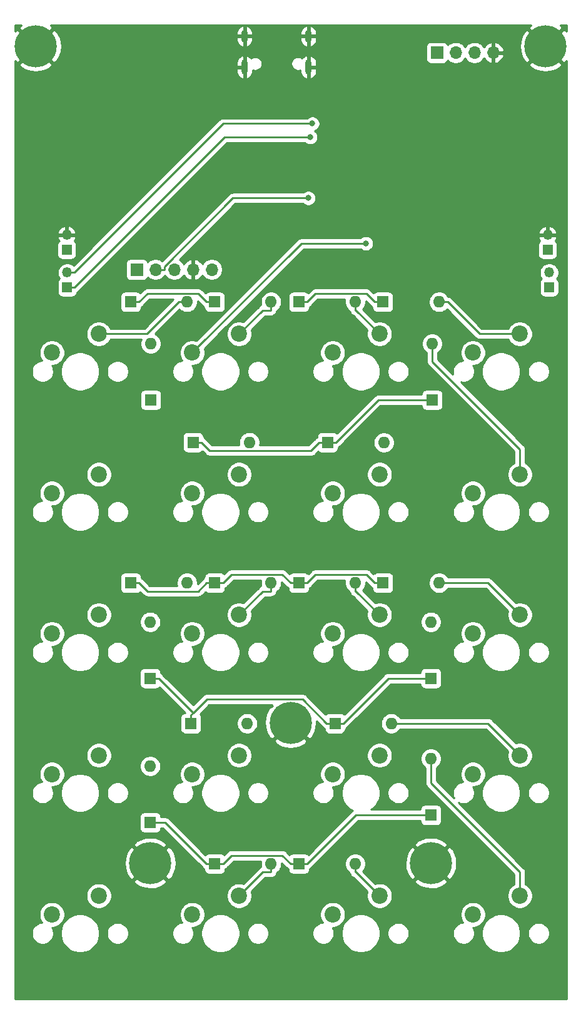
<source format=gbr>
%TF.GenerationSoftware,KiCad,Pcbnew,(5.1.6)-1*%
%TF.CreationDate,2021-03-02T19:52:56+09:00*%
%TF.ProjectId,Keypad4x4,4b657970-6164-4347-9834-2e6b69636164,rev?*%
%TF.SameCoordinates,Original*%
%TF.FileFunction,Copper,L2,Bot*%
%TF.FilePolarity,Positive*%
%FSLAX46Y46*%
G04 Gerber Fmt 4.6, Leading zero omitted, Abs format (unit mm)*
G04 Created by KiCad (PCBNEW (5.1.6)-1) date 2021-03-02 19:52:56*
%MOMM*%
%LPD*%
G01*
G04 APERTURE LIST*
%TA.AperFunction,ComponentPad*%
%ADD10R,1.600000X1.600000*%
%TD*%
%TA.AperFunction,ComponentPad*%
%ADD11O,1.600000X1.600000*%
%TD*%
%TA.AperFunction,ComponentPad*%
%ADD12C,5.700000*%
%TD*%
%TA.AperFunction,ComponentPad*%
%ADD13O,0.900000X2.000000*%
%TD*%
%TA.AperFunction,ComponentPad*%
%ADD14O,0.900000X1.700000*%
%TD*%
%TA.AperFunction,ComponentPad*%
%ADD15R,1.700000X1.700000*%
%TD*%
%TA.AperFunction,ComponentPad*%
%ADD16O,1.700000X1.700000*%
%TD*%
%TA.AperFunction,ComponentPad*%
%ADD17C,2.200000*%
%TD*%
%TA.AperFunction,ComponentPad*%
%ADD18R,1.350000X1.350000*%
%TD*%
%TA.AperFunction,ComponentPad*%
%ADD19O,1.350000X1.350000*%
%TD*%
%TA.AperFunction,ViaPad*%
%ADD20C,0.800000*%
%TD*%
%TA.AperFunction,Conductor*%
%ADD21C,0.250000*%
%TD*%
%TA.AperFunction,Conductor*%
%ADD22C,0.254000*%
%TD*%
G04 APERTURE END LIST*
D10*
%TO.P,D1,1*%
%TO.N,/Row0*%
X25858000Y-9598000D03*
D11*
%TO.P,D1,2*%
%TO.N,Net-(D1-Pad2)*%
X33478000Y-9598000D03*
%TD*%
D10*
%TO.P,D2,1*%
%TO.N,/Row0*%
X37238000Y-9598000D03*
D11*
%TO.P,D2,2*%
%TO.N,Net-(D2-Pad2)*%
X44858000Y-9598000D03*
%TD*%
%TO.P,D3,2*%
%TO.N,Net-(D3-Pad2)*%
X56238000Y-9598000D03*
D10*
%TO.P,D3,1*%
%TO.N,/Row0*%
X48618000Y-9598000D03*
%TD*%
D11*
%TO.P,D4,2*%
%TO.N,Net-(D4-Pad2)*%
X67618000Y-9598000D03*
D10*
%TO.P,D4,1*%
%TO.N,/Row0*%
X59998000Y-9598000D03*
%TD*%
D11*
%TO.P,D5,2*%
%TO.N,Net-(D5-Pad2)*%
X28575000Y-15240000D03*
D10*
%TO.P,D5,1*%
%TO.N,/Row1*%
X28575000Y-22860000D03*
%TD*%
%TO.P,D6,1*%
%TO.N,/Row1*%
X34290000Y-28575000D03*
D11*
%TO.P,D6,2*%
%TO.N,Net-(D6-Pad2)*%
X41910000Y-28575000D03*
%TD*%
%TO.P,D7,2*%
%TO.N,Net-(D7-Pad2)*%
X60120000Y-28598000D03*
D10*
%TO.P,D7,1*%
%TO.N,/Row1*%
X52500000Y-28598000D03*
%TD*%
%TO.P,D8,1*%
%TO.N,/Row1*%
X66675000Y-22860000D03*
D11*
%TO.P,D8,2*%
%TO.N,Net-(D8-Pad2)*%
X66675000Y-15240000D03*
%TD*%
D10*
%TO.P,D9,1*%
%TO.N,/Row2*%
X25858000Y-47598000D03*
D11*
%TO.P,D9,2*%
%TO.N,Net-(D9-Pad2)*%
X33478000Y-47598000D03*
%TD*%
%TO.P,D10,2*%
%TO.N,Net-(D10-Pad2)*%
X44858000Y-47598000D03*
D10*
%TO.P,D10,1*%
%TO.N,/Row2*%
X37238000Y-47598000D03*
%TD*%
%TO.P,D11,1*%
%TO.N,/Row2*%
X48618000Y-47598000D03*
D11*
%TO.P,D11,2*%
%TO.N,Net-(D11-Pad2)*%
X56238000Y-47598000D03*
%TD*%
%TO.P,D12,2*%
%TO.N,Net-(D12-Pad2)*%
X67618000Y-47598000D03*
D10*
%TO.P,D12,1*%
%TO.N,/Row2*%
X59998000Y-47598000D03*
%TD*%
%TO.P,D13,1*%
%TO.N,/Row3*%
X28500000Y-60500000D03*
D11*
%TO.P,D13,2*%
%TO.N,Net-(D13-Pad2)*%
X28500000Y-52880000D03*
%TD*%
%TO.P,D14,2*%
%TO.N,Net-(D14-Pad2)*%
X41620000Y-66598000D03*
D10*
%TO.P,D14,1*%
%TO.N,/Row3*%
X34000000Y-66598000D03*
%TD*%
%TO.P,D15,1*%
%TO.N,/Row3*%
X66500000Y-60500000D03*
D11*
%TO.P,D15,2*%
%TO.N,Net-(D15-Pad2)*%
X66500000Y-52880000D03*
%TD*%
%TO.P,D16,2*%
%TO.N,Net-(D16-Pad2)*%
X61120000Y-66598000D03*
D10*
%TO.P,D16,1*%
%TO.N,/Row3*%
X53500000Y-66598000D03*
%TD*%
D11*
%TO.P,D17,2*%
%TO.N,Net-(D17-Pad2)*%
X28500000Y-72380000D03*
D10*
%TO.P,D17,1*%
%TO.N,/Row4*%
X28500000Y-80000000D03*
%TD*%
%TO.P,D18,1*%
%TO.N,/Row4*%
X37238000Y-85598000D03*
D11*
%TO.P,D18,2*%
%TO.N,Net-(D18-Pad2)*%
X44858000Y-85598000D03*
%TD*%
%TO.P,D19,2*%
%TO.N,Net-(D19-Pad2)*%
X56238000Y-85598000D03*
D10*
%TO.P,D19,1*%
%TO.N,/Row4*%
X48618000Y-85598000D03*
%TD*%
%TO.P,D20,1*%
%TO.N,/Row4*%
X66500000Y-79000000D03*
D11*
%TO.P,D20,2*%
%TO.N,Net-(D20-Pad2)*%
X66500000Y-71380000D03*
%TD*%
D12*
%TO.P,H1,1*%
%TO.N,GND*%
X13000000Y25000000D03*
%TD*%
%TO.P,H2,1*%
%TO.N,GND*%
X82000000Y25000000D03*
%TD*%
%TO.P,H3,1*%
%TO.N,GND*%
X28500000Y-85500000D03*
%TD*%
%TO.P,H4,1*%
%TO.N,GND*%
X66500000Y-85500000D03*
%TD*%
%TO.P,H5,1*%
%TO.N,GND*%
X47500000Y-66500000D03*
%TD*%
D13*
%TO.P,J1,S1*%
%TO.N,GND*%
X49920000Y22170000D03*
X41280000Y22170000D03*
D14*
X49920000Y26340000D03*
X41280000Y26340000D03*
%TD*%
D15*
%TO.P,J2,1*%
%TO.N,+5VD*%
X67310000Y24130000D03*
D16*
%TO.P,J2,2*%
%TO.N,/DEBUG_TX*%
X69850000Y24130000D03*
%TO.P,J2,3*%
%TO.N,/DEBUG_RX*%
X72390000Y24130000D03*
%TO.P,J2,4*%
%TO.N,GND*%
X74930000Y24130000D03*
%TD*%
D15*
%TO.P,J3,1*%
%TO.N,+3V3*%
X26670000Y-5207000D03*
D16*
%TO.P,J3,2*%
%TO.N,/SWDIO*%
X29210000Y-5207000D03*
%TO.P,J3,3*%
%TO.N,/SWCLK*%
X31750000Y-5207000D03*
%TO.P,J3,4*%
%TO.N,GND*%
X34290000Y-5207000D03*
%TO.P,J3,5*%
%TO.N,N/C*%
X36830000Y-5207000D03*
%TD*%
D17*
%TO.P,SW1,1*%
%TO.N,Net-(D1-Pad2)*%
X21540000Y-13920000D03*
%TO.P,SW1,2*%
%TO.N,/Col0*%
X15190000Y-16460000D03*
%TD*%
%TO.P,SW2,1*%
%TO.N,Net-(D2-Pad2)*%
X40540000Y-13920000D03*
%TO.P,SW2,2*%
%TO.N,/Col1*%
X34190000Y-16460000D03*
%TD*%
%TO.P,SW3,1*%
%TO.N,Net-(D3-Pad2)*%
X59540000Y-13920000D03*
%TO.P,SW3,2*%
%TO.N,/Col2*%
X53190000Y-16460000D03*
%TD*%
%TO.P,SW4,1*%
%TO.N,Net-(D4-Pad2)*%
X78540000Y-13920000D03*
%TO.P,SW4,2*%
%TO.N,/Col3*%
X72190000Y-16460000D03*
%TD*%
%TO.P,SW5,2*%
%TO.N,/Col0*%
X15190000Y-35460000D03*
%TO.P,SW5,1*%
%TO.N,Net-(D5-Pad2)*%
X21540000Y-32920000D03*
%TD*%
%TO.P,SW6,1*%
%TO.N,Net-(D6-Pad2)*%
X40540000Y-32920000D03*
%TO.P,SW6,2*%
%TO.N,/Col1*%
X34190000Y-35460000D03*
%TD*%
%TO.P,SW7,2*%
%TO.N,/Col2*%
X53190000Y-35460000D03*
%TO.P,SW7,1*%
%TO.N,Net-(D7-Pad2)*%
X59540000Y-32920000D03*
%TD*%
%TO.P,SW8,1*%
%TO.N,Net-(D8-Pad2)*%
X78540000Y-32920000D03*
%TO.P,SW8,2*%
%TO.N,/Col3*%
X72190000Y-35460000D03*
%TD*%
%TO.P,SW9,2*%
%TO.N,/Col0*%
X15190000Y-54460000D03*
%TO.P,SW9,1*%
%TO.N,Net-(D9-Pad2)*%
X21540000Y-51920000D03*
%TD*%
%TO.P,SW10,2*%
%TO.N,/Col1*%
X34190000Y-54460000D03*
%TO.P,SW10,1*%
%TO.N,Net-(D10-Pad2)*%
X40540000Y-51920000D03*
%TD*%
%TO.P,SW11,2*%
%TO.N,/Col2*%
X53190000Y-54460000D03*
%TO.P,SW11,1*%
%TO.N,Net-(D11-Pad2)*%
X59540000Y-51920000D03*
%TD*%
%TO.P,SW12,2*%
%TO.N,/Col3*%
X72190000Y-54460000D03*
%TO.P,SW12,1*%
%TO.N,Net-(D12-Pad2)*%
X78540000Y-51920000D03*
%TD*%
%TO.P,SW13,2*%
%TO.N,/Col0*%
X15190000Y-73460000D03*
%TO.P,SW13,1*%
%TO.N,Net-(D13-Pad2)*%
X21540000Y-70920000D03*
%TD*%
%TO.P,SW14,1*%
%TO.N,Net-(D14-Pad2)*%
X40540000Y-70920000D03*
%TO.P,SW14,2*%
%TO.N,/Col1*%
X34190000Y-73460000D03*
%TD*%
%TO.P,SW15,1*%
%TO.N,Net-(D15-Pad2)*%
X59540000Y-70920000D03*
%TO.P,SW15,2*%
%TO.N,/Col2*%
X53190000Y-73460000D03*
%TD*%
%TO.P,SW16,1*%
%TO.N,Net-(D16-Pad2)*%
X78540000Y-70920000D03*
%TO.P,SW16,2*%
%TO.N,/Col3*%
X72190000Y-73460000D03*
%TD*%
%TO.P,SW17,1*%
%TO.N,Net-(D17-Pad2)*%
X21540000Y-89920000D03*
%TO.P,SW17,2*%
%TO.N,/Col0*%
X15190000Y-92460000D03*
%TD*%
%TO.P,SW18,2*%
%TO.N,/Col1*%
X34190000Y-92460000D03*
%TO.P,SW18,1*%
%TO.N,Net-(D18-Pad2)*%
X40540000Y-89920000D03*
%TD*%
%TO.P,SW19,2*%
%TO.N,/Col2*%
X53190000Y-92460000D03*
%TO.P,SW19,1*%
%TO.N,Net-(D19-Pad2)*%
X59540000Y-89920000D03*
%TD*%
%TO.P,SW20,2*%
%TO.N,/Col3*%
X72190000Y-92460000D03*
%TO.P,SW20,1*%
%TO.N,Net-(D20-Pad2)*%
X78540000Y-89920000D03*
%TD*%
D18*
%TO.P,J4,1*%
%TO.N,+3V3*%
X17200000Y-2540000D03*
D19*
%TO.P,J4,2*%
%TO.N,GND*%
X17200000Y-540000D03*
%TD*%
%TO.P,J5,2*%
%TO.N,GND*%
X82300000Y-540000D03*
D18*
%TO.P,J5,1*%
%TO.N,+3V3*%
X82300000Y-2540000D03*
%TD*%
D19*
%TO.P,J6,2*%
%TO.N,/L_TX*%
X17250000Y-5620000D03*
D18*
%TO.P,J6,1*%
%TO.N,/L_RX*%
X17250000Y-7620000D03*
%TD*%
%TO.P,J7,1*%
%TO.N,/R_TX*%
X82500000Y-7620000D03*
D19*
%TO.P,J7,2*%
%TO.N,/R_RX*%
X82500000Y-5620000D03*
%TD*%
D20*
%TO.N,GND*%
X81093500Y11721000D03*
X37726700Y22295800D03*
X35697000Y6465100D03*
X46834000Y10202600D03*
X38135800Y17344300D03*
X31872000Y3698200D03*
X29532000Y15812500D03*
X66026000Y19736300D03*
X46750000Y2075500D03*
X71628000Y5471400D03*
X56360000Y22032500D03*
X74811000Y18770300D03*
X77274000Y7981700D03*
X74890000Y26260000D03*
X77590000Y5200000D03*
X79570000Y17130000D03*
X62960000Y4040000D03*
X64680000Y4010000D03*
X53790000Y4270000D03*
X69400000Y8300000D03*
X69600000Y13300000D03*
X66040000Y15875000D03*
%TO.N,/SWDIO*%
X49902500Y4463900D03*
%TO.N,/Col1*%
X57697600Y-1681800D03*
%TO.N,/L_TX*%
X50446500Y14527500D03*
%TO.N,/L_RX*%
X50157100Y12706000D03*
%TD*%
D21*
%TO.N,/Row0*%
X49743300Y-9598000D02*
X50868600Y-8472700D01*
X50868600Y-8472700D02*
X57747400Y-8472700D01*
X57747400Y-8472700D02*
X58872700Y-9598000D01*
X48618000Y-9598000D02*
X49743300Y-9598000D01*
X59998000Y-9598000D02*
X58872700Y-9598000D01*
X37238000Y-9598000D02*
X36112700Y-9598000D01*
X25858000Y-9598000D02*
X26983300Y-9598000D01*
X36112700Y-9598000D02*
X34987400Y-8472700D01*
X34987400Y-8472700D02*
X28108600Y-8472700D01*
X28108600Y-8472700D02*
X26983300Y-9598000D01*
%TO.N,Net-(D1-Pad2)*%
X33478000Y-9598000D02*
X32352700Y-9598000D01*
X21540000Y-13920000D02*
X28030700Y-13920000D01*
X28030700Y-13920000D02*
X32352700Y-9598000D01*
%TO.N,Net-(D2-Pad2)*%
X44858000Y-9598000D02*
X44858000Y-10723300D01*
X40540000Y-13920000D02*
X43736700Y-10723300D01*
X43736700Y-10723300D02*
X44858000Y-10723300D01*
%TO.N,Net-(D3-Pad2)*%
X56238000Y-9598000D02*
X56238000Y-10723300D01*
X59540000Y-13920000D02*
X56343300Y-10723300D01*
X56343300Y-10723300D02*
X56238000Y-10723300D01*
%TO.N,Net-(D4-Pad2)*%
X67618000Y-9598000D02*
X68743300Y-9598000D01*
X78540000Y-13920000D02*
X73065300Y-13920000D01*
X73065300Y-13920000D02*
X68743300Y-9598000D01*
%TO.N,/Row1*%
X52500000Y-28598000D02*
X51374700Y-28598000D01*
X34290000Y-28575000D02*
X35415300Y-28575000D01*
X35415300Y-28575000D02*
X36563600Y-29723300D01*
X36563600Y-29723300D02*
X50249400Y-29723300D01*
X50249400Y-29723300D02*
X51374700Y-28598000D01*
X52500000Y-28598000D02*
X53625300Y-28598000D01*
X53625300Y-28598000D02*
X59363300Y-22860000D01*
X59363300Y-22860000D02*
X66675000Y-22860000D01*
%TO.N,Net-(D8-Pad2)*%
X78540000Y-32920000D02*
X78540000Y-29518400D01*
X78540000Y-29518400D02*
X66675000Y-17653400D01*
X66675000Y-17653400D02*
X66675000Y-15240000D01*
%TO.N,Net-(D10-Pad2)*%
X44858000Y-47598000D02*
X44858000Y-48723300D01*
X40540000Y-51920000D02*
X43736700Y-48723300D01*
X43736700Y-48723300D02*
X44858000Y-48723300D01*
%TO.N,/Row2*%
X48618000Y-47598000D02*
X49743300Y-47598000D01*
X59998000Y-47598000D02*
X58872700Y-47598000D01*
X58872700Y-47598000D02*
X57747400Y-46472700D01*
X57747400Y-46472700D02*
X50868600Y-46472700D01*
X50868600Y-46472700D02*
X49743300Y-47598000D01*
X37238000Y-47598000D02*
X38363300Y-47598000D01*
X48618000Y-47598000D02*
X47492700Y-47598000D01*
X47492700Y-47598000D02*
X46367400Y-46472700D01*
X46367400Y-46472700D02*
X39488600Y-46472700D01*
X39488600Y-46472700D02*
X38363300Y-47598000D01*
X25858000Y-47598000D02*
X26983300Y-47598000D01*
X37238000Y-47598000D02*
X36112700Y-47598000D01*
X36112700Y-47598000D02*
X34987400Y-48723300D01*
X34987400Y-48723300D02*
X28108600Y-48723300D01*
X28108600Y-48723300D02*
X26983300Y-47598000D01*
%TO.N,Net-(D11-Pad2)*%
X56238000Y-47598000D02*
X56238000Y-48723300D01*
X59540000Y-51920000D02*
X56343300Y-48723300D01*
X56343300Y-48723300D02*
X56238000Y-48723300D01*
%TO.N,Net-(D12-Pad2)*%
X78540000Y-51920000D02*
X74218000Y-47598000D01*
X74218000Y-47598000D02*
X67618000Y-47598000D01*
%TO.N,/Row3*%
X34299000Y-65173700D02*
X36149400Y-63323300D01*
X36149400Y-63323300D02*
X49100000Y-63323300D01*
X49100000Y-63323300D02*
X52374700Y-66598000D01*
X34000000Y-65585300D02*
X34000000Y-65472700D01*
X34000000Y-65472700D02*
X34299000Y-65173700D01*
X34299000Y-65173700D02*
X29625300Y-60500000D01*
X53500000Y-66598000D02*
X52374700Y-66598000D01*
X34000000Y-66598000D02*
X34000000Y-65585300D01*
X53500000Y-66598000D02*
X54625300Y-66598000D01*
X54625300Y-66598000D02*
X60723300Y-60500000D01*
X60723300Y-60500000D02*
X66500000Y-60500000D01*
X28500000Y-60500000D02*
X29625300Y-60500000D01*
%TO.N,Net-(D16-Pad2)*%
X78540000Y-70920000D02*
X74218000Y-66598000D01*
X74218000Y-66598000D02*
X61120000Y-66598000D01*
%TO.N,Net-(D18-Pad2)*%
X44858000Y-85598000D02*
X44858000Y-86723300D01*
X40540000Y-89920000D02*
X43736700Y-86723300D01*
X43736700Y-86723300D02*
X44858000Y-86723300D01*
%TO.N,Net-(D19-Pad2)*%
X56238000Y-85598000D02*
X56238000Y-86723300D01*
X59540000Y-89920000D02*
X56343300Y-86723300D01*
X56343300Y-86723300D02*
X56238000Y-86723300D01*
%TO.N,Net-(D20-Pad2)*%
X78540000Y-89920000D02*
X78540000Y-86708200D01*
X78540000Y-86708200D02*
X66500000Y-74668200D01*
X66500000Y-74668200D02*
X66500000Y-71380000D01*
%TO.N,/Row4*%
X66500000Y-79000000D02*
X56341300Y-79000000D01*
X56341300Y-79000000D02*
X49743300Y-85598000D01*
X48618000Y-85598000D02*
X49743300Y-85598000D01*
X37238000Y-85598000D02*
X36112700Y-85598000D01*
X28500000Y-80000000D02*
X30514700Y-80000000D01*
X30514700Y-80000000D02*
X36112700Y-85598000D01*
X37238000Y-85598000D02*
X38363300Y-85598000D01*
X48618000Y-85598000D02*
X47492700Y-85598000D01*
X47492700Y-85598000D02*
X46367400Y-84472700D01*
X46367400Y-84472700D02*
X39488600Y-84472700D01*
X39488600Y-84472700D02*
X38363300Y-85598000D01*
%TO.N,/SWDIO*%
X29210000Y-5207000D02*
X30385300Y-5207000D01*
X30385300Y-5207000D02*
X30385300Y-4839700D01*
X30385300Y-4839700D02*
X39688900Y4463900D01*
X39688900Y4463900D02*
X49902500Y4463900D01*
%TO.N,/Col1*%
X34190000Y-16460000D02*
X48968200Y-1681800D01*
X48968200Y-1681800D02*
X57697600Y-1681800D01*
%TO.N,/L_TX*%
X17250000Y-5620000D02*
X18250300Y-5620000D01*
X18250300Y-5620000D02*
X38397800Y14527500D01*
X38397800Y14527500D02*
X50446500Y14527500D01*
%TO.N,/L_RX*%
X17250000Y-7620000D02*
X18250300Y-7620000D01*
X18250300Y-7620000D02*
X38576300Y12706000D01*
X38576300Y12706000D02*
X50157100Y12706000D01*
%TD*%
D22*
%TO.N,GND*%
G36*
X10727572Y27452033D02*
G01*
X13000000Y25179605D01*
X15272428Y27452033D01*
X15000412Y27840000D01*
X79999588Y27840000D01*
X79727572Y27452033D01*
X82000000Y25179605D01*
X84272428Y27452033D01*
X84000412Y27840000D01*
X84840000Y27840000D01*
X84840000Y27000412D01*
X84452033Y27272428D01*
X82179605Y25000000D01*
X84452033Y22727572D01*
X84840000Y22999588D01*
X84840001Y-103840000D01*
X10160000Y-103840000D01*
X10160000Y-94853740D01*
X12435000Y-94853740D01*
X12435000Y-95146260D01*
X12492068Y-95433158D01*
X12604010Y-95703411D01*
X12766525Y-95946632D01*
X12973368Y-96153475D01*
X13216589Y-96315990D01*
X13486842Y-96427932D01*
X13773740Y-96485000D01*
X14066260Y-96485000D01*
X14353158Y-96427932D01*
X14623411Y-96315990D01*
X14866632Y-96153475D01*
X15073475Y-95946632D01*
X15235990Y-95703411D01*
X15347932Y-95433158D01*
X15405000Y-95146260D01*
X15405000Y-94853740D01*
X15382471Y-94740475D01*
X16365000Y-94740475D01*
X16365000Y-95259525D01*
X16466261Y-95768601D01*
X16664893Y-96248141D01*
X16953262Y-96679715D01*
X17320285Y-97046738D01*
X17751859Y-97335107D01*
X18231399Y-97533739D01*
X18740475Y-97635000D01*
X19259525Y-97635000D01*
X19768601Y-97533739D01*
X20248141Y-97335107D01*
X20679715Y-97046738D01*
X21046738Y-96679715D01*
X21335107Y-96248141D01*
X21533739Y-95768601D01*
X21635000Y-95259525D01*
X21635000Y-94853740D01*
X22595000Y-94853740D01*
X22595000Y-95146260D01*
X22652068Y-95433158D01*
X22764010Y-95703411D01*
X22926525Y-95946632D01*
X23133368Y-96153475D01*
X23376589Y-96315990D01*
X23646842Y-96427932D01*
X23933740Y-96485000D01*
X24226260Y-96485000D01*
X24513158Y-96427932D01*
X24783411Y-96315990D01*
X25026632Y-96153475D01*
X25233475Y-95946632D01*
X25395990Y-95703411D01*
X25507932Y-95433158D01*
X25565000Y-95146260D01*
X25565000Y-94853740D01*
X31435000Y-94853740D01*
X31435000Y-95146260D01*
X31492068Y-95433158D01*
X31604010Y-95703411D01*
X31766525Y-95946632D01*
X31973368Y-96153475D01*
X32216589Y-96315990D01*
X32486842Y-96427932D01*
X32773740Y-96485000D01*
X33066260Y-96485000D01*
X33353158Y-96427932D01*
X33623411Y-96315990D01*
X33866632Y-96153475D01*
X34073475Y-95946632D01*
X34235990Y-95703411D01*
X34347932Y-95433158D01*
X34405000Y-95146260D01*
X34405000Y-94853740D01*
X34382471Y-94740475D01*
X35365000Y-94740475D01*
X35365000Y-95259525D01*
X35466261Y-95768601D01*
X35664893Y-96248141D01*
X35953262Y-96679715D01*
X36320285Y-97046738D01*
X36751859Y-97335107D01*
X37231399Y-97533739D01*
X37740475Y-97635000D01*
X38259525Y-97635000D01*
X38768601Y-97533739D01*
X39248141Y-97335107D01*
X39679715Y-97046738D01*
X40046738Y-96679715D01*
X40335107Y-96248141D01*
X40533739Y-95768601D01*
X40635000Y-95259525D01*
X40635000Y-94853740D01*
X41595000Y-94853740D01*
X41595000Y-95146260D01*
X41652068Y-95433158D01*
X41764010Y-95703411D01*
X41926525Y-95946632D01*
X42133368Y-96153475D01*
X42376589Y-96315990D01*
X42646842Y-96427932D01*
X42933740Y-96485000D01*
X43226260Y-96485000D01*
X43513158Y-96427932D01*
X43783411Y-96315990D01*
X44026632Y-96153475D01*
X44233475Y-95946632D01*
X44395990Y-95703411D01*
X44507932Y-95433158D01*
X44565000Y-95146260D01*
X44565000Y-94853740D01*
X50435000Y-94853740D01*
X50435000Y-95146260D01*
X50492068Y-95433158D01*
X50604010Y-95703411D01*
X50766525Y-95946632D01*
X50973368Y-96153475D01*
X51216589Y-96315990D01*
X51486842Y-96427932D01*
X51773740Y-96485000D01*
X52066260Y-96485000D01*
X52353158Y-96427932D01*
X52623411Y-96315990D01*
X52866632Y-96153475D01*
X53073475Y-95946632D01*
X53235990Y-95703411D01*
X53347932Y-95433158D01*
X53405000Y-95146260D01*
X53405000Y-94853740D01*
X53382471Y-94740475D01*
X54365000Y-94740475D01*
X54365000Y-95259525D01*
X54466261Y-95768601D01*
X54664893Y-96248141D01*
X54953262Y-96679715D01*
X55320285Y-97046738D01*
X55751859Y-97335107D01*
X56231399Y-97533739D01*
X56740475Y-97635000D01*
X57259525Y-97635000D01*
X57768601Y-97533739D01*
X58248141Y-97335107D01*
X58679715Y-97046738D01*
X59046738Y-96679715D01*
X59335107Y-96248141D01*
X59533739Y-95768601D01*
X59635000Y-95259525D01*
X59635000Y-94853740D01*
X60595000Y-94853740D01*
X60595000Y-95146260D01*
X60652068Y-95433158D01*
X60764010Y-95703411D01*
X60926525Y-95946632D01*
X61133368Y-96153475D01*
X61376589Y-96315990D01*
X61646842Y-96427932D01*
X61933740Y-96485000D01*
X62226260Y-96485000D01*
X62513158Y-96427932D01*
X62783411Y-96315990D01*
X63026632Y-96153475D01*
X63233475Y-95946632D01*
X63395990Y-95703411D01*
X63507932Y-95433158D01*
X63565000Y-95146260D01*
X63565000Y-94853740D01*
X69435000Y-94853740D01*
X69435000Y-95146260D01*
X69492068Y-95433158D01*
X69604010Y-95703411D01*
X69766525Y-95946632D01*
X69973368Y-96153475D01*
X70216589Y-96315990D01*
X70486842Y-96427932D01*
X70773740Y-96485000D01*
X71066260Y-96485000D01*
X71353158Y-96427932D01*
X71623411Y-96315990D01*
X71866632Y-96153475D01*
X72073475Y-95946632D01*
X72235990Y-95703411D01*
X72347932Y-95433158D01*
X72405000Y-95146260D01*
X72405000Y-94853740D01*
X72382471Y-94740475D01*
X73365000Y-94740475D01*
X73365000Y-95259525D01*
X73466261Y-95768601D01*
X73664893Y-96248141D01*
X73953262Y-96679715D01*
X74320285Y-97046738D01*
X74751859Y-97335107D01*
X75231399Y-97533739D01*
X75740475Y-97635000D01*
X76259525Y-97635000D01*
X76768601Y-97533739D01*
X77248141Y-97335107D01*
X77679715Y-97046738D01*
X78046738Y-96679715D01*
X78335107Y-96248141D01*
X78533739Y-95768601D01*
X78635000Y-95259525D01*
X78635000Y-94853740D01*
X79595000Y-94853740D01*
X79595000Y-95146260D01*
X79652068Y-95433158D01*
X79764010Y-95703411D01*
X79926525Y-95946632D01*
X80133368Y-96153475D01*
X80376589Y-96315990D01*
X80646842Y-96427932D01*
X80933740Y-96485000D01*
X81226260Y-96485000D01*
X81513158Y-96427932D01*
X81783411Y-96315990D01*
X82026632Y-96153475D01*
X82233475Y-95946632D01*
X82395990Y-95703411D01*
X82507932Y-95433158D01*
X82565000Y-95146260D01*
X82565000Y-94853740D01*
X82507932Y-94566842D01*
X82395990Y-94296589D01*
X82233475Y-94053368D01*
X82026632Y-93846525D01*
X81783411Y-93684010D01*
X81513158Y-93572068D01*
X81226260Y-93515000D01*
X80933740Y-93515000D01*
X80646842Y-93572068D01*
X80376589Y-93684010D01*
X80133368Y-93846525D01*
X79926525Y-94053368D01*
X79764010Y-94296589D01*
X79652068Y-94566842D01*
X79595000Y-94853740D01*
X78635000Y-94853740D01*
X78635000Y-94740475D01*
X78533739Y-94231399D01*
X78335107Y-93751859D01*
X78046738Y-93320285D01*
X77679715Y-92953262D01*
X77248141Y-92664893D01*
X76768601Y-92466261D01*
X76259525Y-92365000D01*
X75740475Y-92365000D01*
X75231399Y-92466261D01*
X74751859Y-92664893D01*
X74320285Y-92953262D01*
X73953262Y-93320285D01*
X73664893Y-93751859D01*
X73466261Y-94231399D01*
X73365000Y-94740475D01*
X72382471Y-94740475D01*
X72347932Y-94566842D01*
X72235990Y-94296589D01*
X72168110Y-94195000D01*
X72360883Y-94195000D01*
X72696081Y-94128325D01*
X73011831Y-93997537D01*
X73295998Y-93807663D01*
X73537663Y-93565998D01*
X73727537Y-93281831D01*
X73858325Y-92966081D01*
X73925000Y-92630883D01*
X73925000Y-92289117D01*
X73858325Y-91953919D01*
X73727537Y-91638169D01*
X73537663Y-91354002D01*
X73295998Y-91112337D01*
X73011831Y-90922463D01*
X72696081Y-90791675D01*
X72360883Y-90725000D01*
X72019117Y-90725000D01*
X71683919Y-90791675D01*
X71368169Y-90922463D01*
X71084002Y-91112337D01*
X70842337Y-91354002D01*
X70652463Y-91638169D01*
X70521675Y-91953919D01*
X70455000Y-92289117D01*
X70455000Y-92630883D01*
X70521675Y-92966081D01*
X70652463Y-93281831D01*
X70808261Y-93515000D01*
X70773740Y-93515000D01*
X70486842Y-93572068D01*
X70216589Y-93684010D01*
X69973368Y-93846525D01*
X69766525Y-94053368D01*
X69604010Y-94296589D01*
X69492068Y-94566842D01*
X69435000Y-94853740D01*
X63565000Y-94853740D01*
X63507932Y-94566842D01*
X63395990Y-94296589D01*
X63233475Y-94053368D01*
X63026632Y-93846525D01*
X62783411Y-93684010D01*
X62513158Y-93572068D01*
X62226260Y-93515000D01*
X61933740Y-93515000D01*
X61646842Y-93572068D01*
X61376589Y-93684010D01*
X61133368Y-93846525D01*
X60926525Y-94053368D01*
X60764010Y-94296589D01*
X60652068Y-94566842D01*
X60595000Y-94853740D01*
X59635000Y-94853740D01*
X59635000Y-94740475D01*
X59533739Y-94231399D01*
X59335107Y-93751859D01*
X59046738Y-93320285D01*
X58679715Y-92953262D01*
X58248141Y-92664893D01*
X57768601Y-92466261D01*
X57259525Y-92365000D01*
X56740475Y-92365000D01*
X56231399Y-92466261D01*
X55751859Y-92664893D01*
X55320285Y-92953262D01*
X54953262Y-93320285D01*
X54664893Y-93751859D01*
X54466261Y-94231399D01*
X54365000Y-94740475D01*
X53382471Y-94740475D01*
X53347932Y-94566842D01*
X53235990Y-94296589D01*
X53168110Y-94195000D01*
X53360883Y-94195000D01*
X53696081Y-94128325D01*
X54011831Y-93997537D01*
X54295998Y-93807663D01*
X54537663Y-93565998D01*
X54727537Y-93281831D01*
X54858325Y-92966081D01*
X54925000Y-92630883D01*
X54925000Y-92289117D01*
X54858325Y-91953919D01*
X54727537Y-91638169D01*
X54537663Y-91354002D01*
X54295998Y-91112337D01*
X54011831Y-90922463D01*
X53696081Y-90791675D01*
X53360883Y-90725000D01*
X53019117Y-90725000D01*
X52683919Y-90791675D01*
X52368169Y-90922463D01*
X52084002Y-91112337D01*
X51842337Y-91354002D01*
X51652463Y-91638169D01*
X51521675Y-91953919D01*
X51455000Y-92289117D01*
X51455000Y-92630883D01*
X51521675Y-92966081D01*
X51652463Y-93281831D01*
X51808261Y-93515000D01*
X51773740Y-93515000D01*
X51486842Y-93572068D01*
X51216589Y-93684010D01*
X50973368Y-93846525D01*
X50766525Y-94053368D01*
X50604010Y-94296589D01*
X50492068Y-94566842D01*
X50435000Y-94853740D01*
X44565000Y-94853740D01*
X44507932Y-94566842D01*
X44395990Y-94296589D01*
X44233475Y-94053368D01*
X44026632Y-93846525D01*
X43783411Y-93684010D01*
X43513158Y-93572068D01*
X43226260Y-93515000D01*
X42933740Y-93515000D01*
X42646842Y-93572068D01*
X42376589Y-93684010D01*
X42133368Y-93846525D01*
X41926525Y-94053368D01*
X41764010Y-94296589D01*
X41652068Y-94566842D01*
X41595000Y-94853740D01*
X40635000Y-94853740D01*
X40635000Y-94740475D01*
X40533739Y-94231399D01*
X40335107Y-93751859D01*
X40046738Y-93320285D01*
X39679715Y-92953262D01*
X39248141Y-92664893D01*
X38768601Y-92466261D01*
X38259525Y-92365000D01*
X37740475Y-92365000D01*
X37231399Y-92466261D01*
X36751859Y-92664893D01*
X36320285Y-92953262D01*
X35953262Y-93320285D01*
X35664893Y-93751859D01*
X35466261Y-94231399D01*
X35365000Y-94740475D01*
X34382471Y-94740475D01*
X34347932Y-94566842D01*
X34235990Y-94296589D01*
X34168110Y-94195000D01*
X34360883Y-94195000D01*
X34696081Y-94128325D01*
X35011831Y-93997537D01*
X35295998Y-93807663D01*
X35537663Y-93565998D01*
X35727537Y-93281831D01*
X35858325Y-92966081D01*
X35925000Y-92630883D01*
X35925000Y-92289117D01*
X35858325Y-91953919D01*
X35727537Y-91638169D01*
X35537663Y-91354002D01*
X35295998Y-91112337D01*
X35011831Y-90922463D01*
X34696081Y-90791675D01*
X34360883Y-90725000D01*
X34019117Y-90725000D01*
X33683919Y-90791675D01*
X33368169Y-90922463D01*
X33084002Y-91112337D01*
X32842337Y-91354002D01*
X32652463Y-91638169D01*
X32521675Y-91953919D01*
X32455000Y-92289117D01*
X32455000Y-92630883D01*
X32521675Y-92966081D01*
X32652463Y-93281831D01*
X32808261Y-93515000D01*
X32773740Y-93515000D01*
X32486842Y-93572068D01*
X32216589Y-93684010D01*
X31973368Y-93846525D01*
X31766525Y-94053368D01*
X31604010Y-94296589D01*
X31492068Y-94566842D01*
X31435000Y-94853740D01*
X25565000Y-94853740D01*
X25507932Y-94566842D01*
X25395990Y-94296589D01*
X25233475Y-94053368D01*
X25026632Y-93846525D01*
X24783411Y-93684010D01*
X24513158Y-93572068D01*
X24226260Y-93515000D01*
X23933740Y-93515000D01*
X23646842Y-93572068D01*
X23376589Y-93684010D01*
X23133368Y-93846525D01*
X22926525Y-94053368D01*
X22764010Y-94296589D01*
X22652068Y-94566842D01*
X22595000Y-94853740D01*
X21635000Y-94853740D01*
X21635000Y-94740475D01*
X21533739Y-94231399D01*
X21335107Y-93751859D01*
X21046738Y-93320285D01*
X20679715Y-92953262D01*
X20248141Y-92664893D01*
X19768601Y-92466261D01*
X19259525Y-92365000D01*
X18740475Y-92365000D01*
X18231399Y-92466261D01*
X17751859Y-92664893D01*
X17320285Y-92953262D01*
X16953262Y-93320285D01*
X16664893Y-93751859D01*
X16466261Y-94231399D01*
X16365000Y-94740475D01*
X15382471Y-94740475D01*
X15347932Y-94566842D01*
X15235990Y-94296589D01*
X15168110Y-94195000D01*
X15360883Y-94195000D01*
X15696081Y-94128325D01*
X16011831Y-93997537D01*
X16295998Y-93807663D01*
X16537663Y-93565998D01*
X16727537Y-93281831D01*
X16858325Y-92966081D01*
X16925000Y-92630883D01*
X16925000Y-92289117D01*
X16858325Y-91953919D01*
X16727537Y-91638169D01*
X16537663Y-91354002D01*
X16295998Y-91112337D01*
X16011831Y-90922463D01*
X15696081Y-90791675D01*
X15360883Y-90725000D01*
X15019117Y-90725000D01*
X14683919Y-90791675D01*
X14368169Y-90922463D01*
X14084002Y-91112337D01*
X13842337Y-91354002D01*
X13652463Y-91638169D01*
X13521675Y-91953919D01*
X13455000Y-92289117D01*
X13455000Y-92630883D01*
X13521675Y-92966081D01*
X13652463Y-93281831D01*
X13808261Y-93515000D01*
X13773740Y-93515000D01*
X13486842Y-93572068D01*
X13216589Y-93684010D01*
X12973368Y-93846525D01*
X12766525Y-94053368D01*
X12604010Y-94296589D01*
X12492068Y-94566842D01*
X12435000Y-94853740D01*
X10160000Y-94853740D01*
X10160000Y-89749117D01*
X19805000Y-89749117D01*
X19805000Y-90090883D01*
X19871675Y-90426081D01*
X20002463Y-90741831D01*
X20192337Y-91025998D01*
X20434002Y-91267663D01*
X20718169Y-91457537D01*
X21033919Y-91588325D01*
X21369117Y-91655000D01*
X21710883Y-91655000D01*
X22046081Y-91588325D01*
X22361831Y-91457537D01*
X22645998Y-91267663D01*
X22887663Y-91025998D01*
X23077537Y-90741831D01*
X23208325Y-90426081D01*
X23275000Y-90090883D01*
X23275000Y-89749117D01*
X23208325Y-89413919D01*
X23077537Y-89098169D01*
X22887663Y-88814002D01*
X22645998Y-88572337D01*
X22361831Y-88382463D01*
X22046081Y-88251675D01*
X21710883Y-88185000D01*
X21369117Y-88185000D01*
X21033919Y-88251675D01*
X20718169Y-88382463D01*
X20434002Y-88572337D01*
X20192337Y-88814002D01*
X20002463Y-89098169D01*
X19871675Y-89413919D01*
X19805000Y-89749117D01*
X10160000Y-89749117D01*
X10160000Y-87952033D01*
X26227572Y-87952033D01*
X26545757Y-88405850D01*
X27150210Y-88731269D01*
X27806535Y-88932512D01*
X28489510Y-89001845D01*
X29172888Y-88936605D01*
X29830407Y-88739298D01*
X30436799Y-88417506D01*
X30454243Y-88405850D01*
X30772428Y-87952033D01*
X28500000Y-85679605D01*
X26227572Y-87952033D01*
X10160000Y-87952033D01*
X10160000Y-85489510D01*
X24998155Y-85489510D01*
X25063395Y-86172888D01*
X25260702Y-86830407D01*
X25582494Y-87436799D01*
X25594150Y-87454243D01*
X26047967Y-87772428D01*
X28320395Y-85500000D01*
X28679605Y-85500000D01*
X30952033Y-87772428D01*
X31405850Y-87454243D01*
X31731269Y-86849790D01*
X31932512Y-86193465D01*
X32001845Y-85510490D01*
X31936605Y-84827112D01*
X31739298Y-84169593D01*
X31417506Y-83563201D01*
X31405850Y-83545757D01*
X30952033Y-83227572D01*
X28679605Y-85500000D01*
X28320395Y-85500000D01*
X26047967Y-83227572D01*
X25594150Y-83545757D01*
X25268731Y-84150210D01*
X25067488Y-84806535D01*
X24998155Y-85489510D01*
X10160000Y-85489510D01*
X10160000Y-83047967D01*
X26227572Y-83047967D01*
X28500000Y-85320395D01*
X30772428Y-83047967D01*
X30454243Y-82594150D01*
X29849790Y-82268731D01*
X29193465Y-82067488D01*
X28510490Y-81998155D01*
X27827112Y-82063395D01*
X27169593Y-82260702D01*
X26563201Y-82582494D01*
X26545757Y-82594150D01*
X26227572Y-83047967D01*
X10160000Y-83047967D01*
X10160000Y-79200000D01*
X27061928Y-79200000D01*
X27061928Y-80800000D01*
X27074188Y-80924482D01*
X27110498Y-81044180D01*
X27169463Y-81154494D01*
X27248815Y-81251185D01*
X27345506Y-81330537D01*
X27455820Y-81389502D01*
X27575518Y-81425812D01*
X27700000Y-81438072D01*
X29300000Y-81438072D01*
X29424482Y-81425812D01*
X29544180Y-81389502D01*
X29654494Y-81330537D01*
X29751185Y-81251185D01*
X29830537Y-81154494D01*
X29889502Y-81044180D01*
X29925812Y-80924482D01*
X29938072Y-80800000D01*
X29938072Y-80760000D01*
X30199899Y-80760000D01*
X35548901Y-86109003D01*
X35572699Y-86138001D01*
X35601697Y-86161799D01*
X35688424Y-86232974D01*
X35799928Y-86292575D01*
X35799928Y-86398000D01*
X35812188Y-86522482D01*
X35848498Y-86642180D01*
X35907463Y-86752494D01*
X35986815Y-86849185D01*
X36083506Y-86928537D01*
X36193820Y-86987502D01*
X36313518Y-87023812D01*
X36438000Y-87036072D01*
X38038000Y-87036072D01*
X38162482Y-87023812D01*
X38282180Y-86987502D01*
X38392494Y-86928537D01*
X38489185Y-86849185D01*
X38568537Y-86752494D01*
X38627502Y-86642180D01*
X38663812Y-86522482D01*
X38676072Y-86398000D01*
X38676072Y-86292575D01*
X38787576Y-86232974D01*
X38903301Y-86138001D01*
X38927104Y-86108998D01*
X39803402Y-85232700D01*
X43467550Y-85232700D01*
X43423000Y-85456665D01*
X43423000Y-85739335D01*
X43476451Y-86008048D01*
X43444453Y-86017754D01*
X43312424Y-86088326D01*
X43312422Y-86088327D01*
X43312423Y-86088327D01*
X43225696Y-86159501D01*
X43225692Y-86159505D01*
X43196699Y-86183299D01*
X43172905Y-86212292D01*
X41107912Y-88277286D01*
X41046081Y-88251675D01*
X40710883Y-88185000D01*
X40369117Y-88185000D01*
X40033919Y-88251675D01*
X39718169Y-88382463D01*
X39434002Y-88572337D01*
X39192337Y-88814002D01*
X39002463Y-89098169D01*
X38871675Y-89413919D01*
X38805000Y-89749117D01*
X38805000Y-90090883D01*
X38871675Y-90426081D01*
X39002463Y-90741831D01*
X39192337Y-91025998D01*
X39434002Y-91267663D01*
X39718169Y-91457537D01*
X40033919Y-91588325D01*
X40369117Y-91655000D01*
X40710883Y-91655000D01*
X41046081Y-91588325D01*
X41361831Y-91457537D01*
X41645998Y-91267663D01*
X41887663Y-91025998D01*
X42077537Y-90741831D01*
X42208325Y-90426081D01*
X42275000Y-90090883D01*
X42275000Y-89749117D01*
X42208325Y-89413919D01*
X42182714Y-89352088D01*
X44051503Y-87483300D01*
X44820667Y-87483300D01*
X44858000Y-87486977D01*
X45006986Y-87472303D01*
X45150247Y-87428846D01*
X45282276Y-87358274D01*
X45398001Y-87263301D01*
X45492974Y-87147576D01*
X45563546Y-87015547D01*
X45607003Y-86872286D01*
X45612158Y-86819947D01*
X45772759Y-86712637D01*
X45972637Y-86512759D01*
X46129680Y-86277727D01*
X46237853Y-86016574D01*
X46293000Y-85739335D01*
X46293000Y-85473101D01*
X46928901Y-86109003D01*
X46952699Y-86138001D01*
X46981697Y-86161799D01*
X47068424Y-86232974D01*
X47179928Y-86292575D01*
X47179928Y-86398000D01*
X47192188Y-86522482D01*
X47228498Y-86642180D01*
X47287463Y-86752494D01*
X47366815Y-86849185D01*
X47463506Y-86928537D01*
X47573820Y-86987502D01*
X47693518Y-87023812D01*
X47818000Y-87036072D01*
X49418000Y-87036072D01*
X49542482Y-87023812D01*
X49662180Y-86987502D01*
X49772494Y-86928537D01*
X49869185Y-86849185D01*
X49948537Y-86752494D01*
X50007502Y-86642180D01*
X50043812Y-86522482D01*
X50056072Y-86398000D01*
X50056072Y-86292575D01*
X50167576Y-86232974D01*
X50283301Y-86138001D01*
X50307104Y-86108997D01*
X50959436Y-85456665D01*
X54803000Y-85456665D01*
X54803000Y-85739335D01*
X54858147Y-86016574D01*
X54966320Y-86277727D01*
X55123363Y-86512759D01*
X55323241Y-86712637D01*
X55483842Y-86819947D01*
X55488997Y-86872286D01*
X55532454Y-87015547D01*
X55603026Y-87147576D01*
X55697999Y-87263301D01*
X55813724Y-87358274D01*
X55945753Y-87428846D01*
X55986364Y-87441165D01*
X57897286Y-89352088D01*
X57871675Y-89413919D01*
X57805000Y-89749117D01*
X57805000Y-90090883D01*
X57871675Y-90426081D01*
X58002463Y-90741831D01*
X58192337Y-91025998D01*
X58434002Y-91267663D01*
X58718169Y-91457537D01*
X59033919Y-91588325D01*
X59369117Y-91655000D01*
X59710883Y-91655000D01*
X60046081Y-91588325D01*
X60361831Y-91457537D01*
X60645998Y-91267663D01*
X60887663Y-91025998D01*
X61077537Y-90741831D01*
X61208325Y-90426081D01*
X61275000Y-90090883D01*
X61275000Y-89749117D01*
X61208325Y-89413919D01*
X61077537Y-89098169D01*
X60887663Y-88814002D01*
X60645998Y-88572337D01*
X60361831Y-88382463D01*
X60046081Y-88251675D01*
X59710883Y-88185000D01*
X59369117Y-88185000D01*
X59033919Y-88251675D01*
X58972088Y-88277286D01*
X58646835Y-87952033D01*
X64227572Y-87952033D01*
X64545757Y-88405850D01*
X65150210Y-88731269D01*
X65806535Y-88932512D01*
X66489510Y-89001845D01*
X67172888Y-88936605D01*
X67830407Y-88739298D01*
X68436799Y-88417506D01*
X68454243Y-88405850D01*
X68772428Y-87952033D01*
X66500000Y-85679605D01*
X64227572Y-87952033D01*
X58646835Y-87952033D01*
X57280099Y-86585297D01*
X57352637Y-86512759D01*
X57509680Y-86277727D01*
X57617853Y-86016574D01*
X57673000Y-85739335D01*
X57673000Y-85489510D01*
X62998155Y-85489510D01*
X63063395Y-86172888D01*
X63260702Y-86830407D01*
X63582494Y-87436799D01*
X63594150Y-87454243D01*
X64047967Y-87772428D01*
X66320395Y-85500000D01*
X66679605Y-85500000D01*
X68952033Y-87772428D01*
X69405850Y-87454243D01*
X69731269Y-86849790D01*
X69932512Y-86193465D01*
X70001845Y-85510490D01*
X69936605Y-84827112D01*
X69739298Y-84169593D01*
X69417506Y-83563201D01*
X69405850Y-83545757D01*
X68952033Y-83227572D01*
X66679605Y-85500000D01*
X66320395Y-85500000D01*
X64047967Y-83227572D01*
X63594150Y-83545757D01*
X63268731Y-84150210D01*
X63067488Y-84806535D01*
X62998155Y-85489510D01*
X57673000Y-85489510D01*
X57673000Y-85456665D01*
X57617853Y-85179426D01*
X57509680Y-84918273D01*
X57352637Y-84683241D01*
X57152759Y-84483363D01*
X56917727Y-84326320D01*
X56656574Y-84218147D01*
X56379335Y-84163000D01*
X56096665Y-84163000D01*
X55819426Y-84218147D01*
X55558273Y-84326320D01*
X55323241Y-84483363D01*
X55123363Y-84683241D01*
X54966320Y-84918273D01*
X54858147Y-85179426D01*
X54803000Y-85456665D01*
X50959436Y-85456665D01*
X53368134Y-83047967D01*
X64227572Y-83047967D01*
X66500000Y-85320395D01*
X68772428Y-83047967D01*
X68454243Y-82594150D01*
X67849790Y-82268731D01*
X67193465Y-82067488D01*
X66510490Y-81998155D01*
X65827112Y-82063395D01*
X65169593Y-82260702D01*
X64563201Y-82582494D01*
X64545757Y-82594150D01*
X64227572Y-83047967D01*
X53368134Y-83047967D01*
X56656102Y-79760000D01*
X65061928Y-79760000D01*
X65061928Y-79800000D01*
X65074188Y-79924482D01*
X65110498Y-80044180D01*
X65169463Y-80154494D01*
X65248815Y-80251185D01*
X65345506Y-80330537D01*
X65455820Y-80389502D01*
X65575518Y-80425812D01*
X65700000Y-80438072D01*
X67300000Y-80438072D01*
X67424482Y-80425812D01*
X67544180Y-80389502D01*
X67654494Y-80330537D01*
X67751185Y-80251185D01*
X67830537Y-80154494D01*
X67889502Y-80044180D01*
X67925812Y-79924482D01*
X67938072Y-79800000D01*
X67938072Y-78200000D01*
X67925812Y-78075518D01*
X67889502Y-77955820D01*
X67830537Y-77845506D01*
X67751185Y-77748815D01*
X67654494Y-77669463D01*
X67544180Y-77610498D01*
X67424482Y-77574188D01*
X67300000Y-77561928D01*
X65700000Y-77561928D01*
X65575518Y-77574188D01*
X65455820Y-77610498D01*
X65345506Y-77669463D01*
X65248815Y-77748815D01*
X65169463Y-77845506D01*
X65110498Y-77955820D01*
X65074188Y-78075518D01*
X65061928Y-78200000D01*
X65061928Y-78240000D01*
X58390478Y-78240000D01*
X58679715Y-78046738D01*
X59046738Y-77679715D01*
X59335107Y-77248141D01*
X59533739Y-76768601D01*
X59635000Y-76259525D01*
X59635000Y-75853740D01*
X60595000Y-75853740D01*
X60595000Y-76146260D01*
X60652068Y-76433158D01*
X60764010Y-76703411D01*
X60926525Y-76946632D01*
X61133368Y-77153475D01*
X61376589Y-77315990D01*
X61646842Y-77427932D01*
X61933740Y-77485000D01*
X62226260Y-77485000D01*
X62513158Y-77427932D01*
X62783411Y-77315990D01*
X63026632Y-77153475D01*
X63233475Y-76946632D01*
X63395990Y-76703411D01*
X63507932Y-76433158D01*
X63565000Y-76146260D01*
X63565000Y-75853740D01*
X63507932Y-75566842D01*
X63395990Y-75296589D01*
X63233475Y-75053368D01*
X63026632Y-74846525D01*
X62783411Y-74684010D01*
X62513158Y-74572068D01*
X62226260Y-74515000D01*
X61933740Y-74515000D01*
X61646842Y-74572068D01*
X61376589Y-74684010D01*
X61133368Y-74846525D01*
X60926525Y-75053368D01*
X60764010Y-75296589D01*
X60652068Y-75566842D01*
X60595000Y-75853740D01*
X59635000Y-75853740D01*
X59635000Y-75740475D01*
X59533739Y-75231399D01*
X59335107Y-74751859D01*
X59046738Y-74320285D01*
X58679715Y-73953262D01*
X58248141Y-73664893D01*
X57768601Y-73466261D01*
X57259525Y-73365000D01*
X56740475Y-73365000D01*
X56231399Y-73466261D01*
X55751859Y-73664893D01*
X55320285Y-73953262D01*
X54953262Y-74320285D01*
X54664893Y-74751859D01*
X54466261Y-75231399D01*
X54365000Y-75740475D01*
X54365000Y-76259525D01*
X54466261Y-76768601D01*
X54664893Y-77248141D01*
X54953262Y-77679715D01*
X55320285Y-78046738D01*
X55751859Y-78335107D01*
X55885851Y-78390608D01*
X55833383Y-78433668D01*
X55801299Y-78459999D01*
X55777501Y-78488997D01*
X49891948Y-84374551D01*
X49869185Y-84346815D01*
X49772494Y-84267463D01*
X49662180Y-84208498D01*
X49542482Y-84172188D01*
X49418000Y-84159928D01*
X47818000Y-84159928D01*
X47693518Y-84172188D01*
X47573820Y-84208498D01*
X47463506Y-84267463D01*
X47366815Y-84346815D01*
X47344053Y-84374551D01*
X46931204Y-83961702D01*
X46907401Y-83932699D01*
X46791676Y-83837726D01*
X46659647Y-83767154D01*
X46516386Y-83723697D01*
X46404733Y-83712700D01*
X46404722Y-83712700D01*
X46367400Y-83709024D01*
X46330078Y-83712700D01*
X39525933Y-83712700D01*
X39488600Y-83709023D01*
X39451267Y-83712700D01*
X39339614Y-83723697D01*
X39196353Y-83767154D01*
X39064324Y-83837726D01*
X38948599Y-83932699D01*
X38924801Y-83961697D01*
X38511947Y-84374551D01*
X38489185Y-84346815D01*
X38392494Y-84267463D01*
X38282180Y-84208498D01*
X38162482Y-84172188D01*
X38038000Y-84159928D01*
X36438000Y-84159928D01*
X36313518Y-84172188D01*
X36193820Y-84208498D01*
X36083506Y-84267463D01*
X35986815Y-84346815D01*
X35964053Y-84374551D01*
X31078504Y-79489003D01*
X31054701Y-79459999D01*
X30938976Y-79365026D01*
X30806947Y-79294454D01*
X30663686Y-79250997D01*
X30552033Y-79240000D01*
X30552022Y-79240000D01*
X30514700Y-79236324D01*
X30477378Y-79240000D01*
X29938072Y-79240000D01*
X29938072Y-79200000D01*
X29925812Y-79075518D01*
X29889502Y-78955820D01*
X29830537Y-78845506D01*
X29751185Y-78748815D01*
X29654494Y-78669463D01*
X29544180Y-78610498D01*
X29424482Y-78574188D01*
X29300000Y-78561928D01*
X27700000Y-78561928D01*
X27575518Y-78574188D01*
X27455820Y-78610498D01*
X27345506Y-78669463D01*
X27248815Y-78748815D01*
X27169463Y-78845506D01*
X27110498Y-78955820D01*
X27074188Y-79075518D01*
X27061928Y-79200000D01*
X10160000Y-79200000D01*
X10160000Y-75853740D01*
X12435000Y-75853740D01*
X12435000Y-76146260D01*
X12492068Y-76433158D01*
X12604010Y-76703411D01*
X12766525Y-76946632D01*
X12973368Y-77153475D01*
X13216589Y-77315990D01*
X13486842Y-77427932D01*
X13773740Y-77485000D01*
X14066260Y-77485000D01*
X14353158Y-77427932D01*
X14623411Y-77315990D01*
X14866632Y-77153475D01*
X15073475Y-76946632D01*
X15235990Y-76703411D01*
X15347932Y-76433158D01*
X15405000Y-76146260D01*
X15405000Y-75853740D01*
X15382471Y-75740475D01*
X16365000Y-75740475D01*
X16365000Y-76259525D01*
X16466261Y-76768601D01*
X16664893Y-77248141D01*
X16953262Y-77679715D01*
X17320285Y-78046738D01*
X17751859Y-78335107D01*
X18231399Y-78533739D01*
X18740475Y-78635000D01*
X19259525Y-78635000D01*
X19768601Y-78533739D01*
X20248141Y-78335107D01*
X20679715Y-78046738D01*
X21046738Y-77679715D01*
X21335107Y-77248141D01*
X21533739Y-76768601D01*
X21635000Y-76259525D01*
X21635000Y-75853740D01*
X22595000Y-75853740D01*
X22595000Y-76146260D01*
X22652068Y-76433158D01*
X22764010Y-76703411D01*
X22926525Y-76946632D01*
X23133368Y-77153475D01*
X23376589Y-77315990D01*
X23646842Y-77427932D01*
X23933740Y-77485000D01*
X24226260Y-77485000D01*
X24513158Y-77427932D01*
X24783411Y-77315990D01*
X25026632Y-77153475D01*
X25233475Y-76946632D01*
X25395990Y-76703411D01*
X25507932Y-76433158D01*
X25565000Y-76146260D01*
X25565000Y-75853740D01*
X31435000Y-75853740D01*
X31435000Y-76146260D01*
X31492068Y-76433158D01*
X31604010Y-76703411D01*
X31766525Y-76946632D01*
X31973368Y-77153475D01*
X32216589Y-77315990D01*
X32486842Y-77427932D01*
X32773740Y-77485000D01*
X33066260Y-77485000D01*
X33353158Y-77427932D01*
X33623411Y-77315990D01*
X33866632Y-77153475D01*
X34073475Y-76946632D01*
X34235990Y-76703411D01*
X34347932Y-76433158D01*
X34405000Y-76146260D01*
X34405000Y-75853740D01*
X34382471Y-75740475D01*
X35365000Y-75740475D01*
X35365000Y-76259525D01*
X35466261Y-76768601D01*
X35664893Y-77248141D01*
X35953262Y-77679715D01*
X36320285Y-78046738D01*
X36751859Y-78335107D01*
X37231399Y-78533739D01*
X37740475Y-78635000D01*
X38259525Y-78635000D01*
X38768601Y-78533739D01*
X39248141Y-78335107D01*
X39679715Y-78046738D01*
X40046738Y-77679715D01*
X40335107Y-77248141D01*
X40533739Y-76768601D01*
X40635000Y-76259525D01*
X40635000Y-75853740D01*
X41595000Y-75853740D01*
X41595000Y-76146260D01*
X41652068Y-76433158D01*
X41764010Y-76703411D01*
X41926525Y-76946632D01*
X42133368Y-77153475D01*
X42376589Y-77315990D01*
X42646842Y-77427932D01*
X42933740Y-77485000D01*
X43226260Y-77485000D01*
X43513158Y-77427932D01*
X43783411Y-77315990D01*
X44026632Y-77153475D01*
X44233475Y-76946632D01*
X44395990Y-76703411D01*
X44507932Y-76433158D01*
X44565000Y-76146260D01*
X44565000Y-75853740D01*
X50435000Y-75853740D01*
X50435000Y-76146260D01*
X50492068Y-76433158D01*
X50604010Y-76703411D01*
X50766525Y-76946632D01*
X50973368Y-77153475D01*
X51216589Y-77315990D01*
X51486842Y-77427932D01*
X51773740Y-77485000D01*
X52066260Y-77485000D01*
X52353158Y-77427932D01*
X52623411Y-77315990D01*
X52866632Y-77153475D01*
X53073475Y-76946632D01*
X53235990Y-76703411D01*
X53347932Y-76433158D01*
X53405000Y-76146260D01*
X53405000Y-75853740D01*
X53347932Y-75566842D01*
X53235990Y-75296589D01*
X53168110Y-75195000D01*
X53360883Y-75195000D01*
X53696081Y-75128325D01*
X54011831Y-74997537D01*
X54295998Y-74807663D01*
X54537663Y-74565998D01*
X54727537Y-74281831D01*
X54858325Y-73966081D01*
X54925000Y-73630883D01*
X54925000Y-73289117D01*
X54858325Y-72953919D01*
X54727537Y-72638169D01*
X54537663Y-72354002D01*
X54295998Y-72112337D01*
X54011831Y-71922463D01*
X53696081Y-71791675D01*
X53360883Y-71725000D01*
X53019117Y-71725000D01*
X52683919Y-71791675D01*
X52368169Y-71922463D01*
X52084002Y-72112337D01*
X51842337Y-72354002D01*
X51652463Y-72638169D01*
X51521675Y-72953919D01*
X51455000Y-73289117D01*
X51455000Y-73630883D01*
X51521675Y-73966081D01*
X51652463Y-74281831D01*
X51808261Y-74515000D01*
X51773740Y-74515000D01*
X51486842Y-74572068D01*
X51216589Y-74684010D01*
X50973368Y-74846525D01*
X50766525Y-75053368D01*
X50604010Y-75296589D01*
X50492068Y-75566842D01*
X50435000Y-75853740D01*
X44565000Y-75853740D01*
X44507932Y-75566842D01*
X44395990Y-75296589D01*
X44233475Y-75053368D01*
X44026632Y-74846525D01*
X43783411Y-74684010D01*
X43513158Y-74572068D01*
X43226260Y-74515000D01*
X42933740Y-74515000D01*
X42646842Y-74572068D01*
X42376589Y-74684010D01*
X42133368Y-74846525D01*
X41926525Y-75053368D01*
X41764010Y-75296589D01*
X41652068Y-75566842D01*
X41595000Y-75853740D01*
X40635000Y-75853740D01*
X40635000Y-75740475D01*
X40533739Y-75231399D01*
X40335107Y-74751859D01*
X40046738Y-74320285D01*
X39679715Y-73953262D01*
X39248141Y-73664893D01*
X38768601Y-73466261D01*
X38259525Y-73365000D01*
X37740475Y-73365000D01*
X37231399Y-73466261D01*
X36751859Y-73664893D01*
X36320285Y-73953262D01*
X35953262Y-74320285D01*
X35664893Y-74751859D01*
X35466261Y-75231399D01*
X35365000Y-75740475D01*
X34382471Y-75740475D01*
X34347932Y-75566842D01*
X34235990Y-75296589D01*
X34168110Y-75195000D01*
X34360883Y-75195000D01*
X34696081Y-75128325D01*
X35011831Y-74997537D01*
X35295998Y-74807663D01*
X35537663Y-74565998D01*
X35727537Y-74281831D01*
X35858325Y-73966081D01*
X35925000Y-73630883D01*
X35925000Y-73289117D01*
X35858325Y-72953919D01*
X35727537Y-72638169D01*
X35537663Y-72354002D01*
X35295998Y-72112337D01*
X35011831Y-71922463D01*
X34696081Y-71791675D01*
X34360883Y-71725000D01*
X34019117Y-71725000D01*
X33683919Y-71791675D01*
X33368169Y-71922463D01*
X33084002Y-72112337D01*
X32842337Y-72354002D01*
X32652463Y-72638169D01*
X32521675Y-72953919D01*
X32455000Y-73289117D01*
X32455000Y-73630883D01*
X32521675Y-73966081D01*
X32652463Y-74281831D01*
X32808261Y-74515000D01*
X32773740Y-74515000D01*
X32486842Y-74572068D01*
X32216589Y-74684010D01*
X31973368Y-74846525D01*
X31766525Y-75053368D01*
X31604010Y-75296589D01*
X31492068Y-75566842D01*
X31435000Y-75853740D01*
X25565000Y-75853740D01*
X25507932Y-75566842D01*
X25395990Y-75296589D01*
X25233475Y-75053368D01*
X25026632Y-74846525D01*
X24783411Y-74684010D01*
X24513158Y-74572068D01*
X24226260Y-74515000D01*
X23933740Y-74515000D01*
X23646842Y-74572068D01*
X23376589Y-74684010D01*
X23133368Y-74846525D01*
X22926525Y-75053368D01*
X22764010Y-75296589D01*
X22652068Y-75566842D01*
X22595000Y-75853740D01*
X21635000Y-75853740D01*
X21635000Y-75740475D01*
X21533739Y-75231399D01*
X21335107Y-74751859D01*
X21046738Y-74320285D01*
X20679715Y-73953262D01*
X20248141Y-73664893D01*
X19768601Y-73466261D01*
X19259525Y-73365000D01*
X18740475Y-73365000D01*
X18231399Y-73466261D01*
X17751859Y-73664893D01*
X17320285Y-73953262D01*
X16953262Y-74320285D01*
X16664893Y-74751859D01*
X16466261Y-75231399D01*
X16365000Y-75740475D01*
X15382471Y-75740475D01*
X15347932Y-75566842D01*
X15235990Y-75296589D01*
X15168110Y-75195000D01*
X15360883Y-75195000D01*
X15696081Y-75128325D01*
X16011831Y-74997537D01*
X16295998Y-74807663D01*
X16537663Y-74565998D01*
X16727537Y-74281831D01*
X16858325Y-73966081D01*
X16925000Y-73630883D01*
X16925000Y-73289117D01*
X16858325Y-72953919D01*
X16727537Y-72638169D01*
X16537663Y-72354002D01*
X16295998Y-72112337D01*
X16011831Y-71922463D01*
X15696081Y-71791675D01*
X15360883Y-71725000D01*
X15019117Y-71725000D01*
X14683919Y-71791675D01*
X14368169Y-71922463D01*
X14084002Y-72112337D01*
X13842337Y-72354002D01*
X13652463Y-72638169D01*
X13521675Y-72953919D01*
X13455000Y-73289117D01*
X13455000Y-73630883D01*
X13521675Y-73966081D01*
X13652463Y-74281831D01*
X13808261Y-74515000D01*
X13773740Y-74515000D01*
X13486842Y-74572068D01*
X13216589Y-74684010D01*
X12973368Y-74846525D01*
X12766525Y-75053368D01*
X12604010Y-75296589D01*
X12492068Y-75566842D01*
X12435000Y-75853740D01*
X10160000Y-75853740D01*
X10160000Y-70749117D01*
X19805000Y-70749117D01*
X19805000Y-71090883D01*
X19871675Y-71426081D01*
X20002463Y-71741831D01*
X20192337Y-72025998D01*
X20434002Y-72267663D01*
X20718169Y-72457537D01*
X21033919Y-72588325D01*
X21369117Y-72655000D01*
X21710883Y-72655000D01*
X22046081Y-72588325D01*
X22361831Y-72457537D01*
X22645998Y-72267663D01*
X22674996Y-72238665D01*
X27065000Y-72238665D01*
X27065000Y-72521335D01*
X27120147Y-72798574D01*
X27228320Y-73059727D01*
X27385363Y-73294759D01*
X27585241Y-73494637D01*
X27820273Y-73651680D01*
X28081426Y-73759853D01*
X28358665Y-73815000D01*
X28641335Y-73815000D01*
X28918574Y-73759853D01*
X29179727Y-73651680D01*
X29414759Y-73494637D01*
X29614637Y-73294759D01*
X29771680Y-73059727D01*
X29879853Y-72798574D01*
X29935000Y-72521335D01*
X29935000Y-72238665D01*
X29879853Y-71961426D01*
X29771680Y-71700273D01*
X29614637Y-71465241D01*
X29414759Y-71265363D01*
X29179727Y-71108320D01*
X28918574Y-71000147D01*
X28641335Y-70945000D01*
X28358665Y-70945000D01*
X28081426Y-71000147D01*
X27820273Y-71108320D01*
X27585241Y-71265363D01*
X27385363Y-71465241D01*
X27228320Y-71700273D01*
X27120147Y-71961426D01*
X27065000Y-72238665D01*
X22674996Y-72238665D01*
X22887663Y-72025998D01*
X23077537Y-71741831D01*
X23208325Y-71426081D01*
X23275000Y-71090883D01*
X23275000Y-70749117D01*
X38805000Y-70749117D01*
X38805000Y-71090883D01*
X38871675Y-71426081D01*
X39002463Y-71741831D01*
X39192337Y-72025998D01*
X39434002Y-72267663D01*
X39718169Y-72457537D01*
X40033919Y-72588325D01*
X40369117Y-72655000D01*
X40710883Y-72655000D01*
X41046081Y-72588325D01*
X41361831Y-72457537D01*
X41645998Y-72267663D01*
X41887663Y-72025998D01*
X42077537Y-71741831D01*
X42208325Y-71426081D01*
X42275000Y-71090883D01*
X42275000Y-70749117D01*
X57805000Y-70749117D01*
X57805000Y-71090883D01*
X57871675Y-71426081D01*
X58002463Y-71741831D01*
X58192337Y-72025998D01*
X58434002Y-72267663D01*
X58718169Y-72457537D01*
X59033919Y-72588325D01*
X59369117Y-72655000D01*
X59710883Y-72655000D01*
X60046081Y-72588325D01*
X60361831Y-72457537D01*
X60645998Y-72267663D01*
X60887663Y-72025998D01*
X61077537Y-71741831D01*
X61208325Y-71426081D01*
X61245604Y-71238665D01*
X65065000Y-71238665D01*
X65065000Y-71521335D01*
X65120147Y-71798574D01*
X65228320Y-72059727D01*
X65385363Y-72294759D01*
X65585241Y-72494637D01*
X65740001Y-72598044D01*
X65740000Y-74630877D01*
X65736324Y-74668200D01*
X65740000Y-74705522D01*
X65740000Y-74705532D01*
X65750997Y-74817185D01*
X65794454Y-74960446D01*
X65865026Y-75092476D01*
X65894447Y-75128325D01*
X65959999Y-75208201D01*
X65989003Y-75232004D01*
X77780001Y-87023003D01*
X77780000Y-88356852D01*
X77718169Y-88382463D01*
X77434002Y-88572337D01*
X77192337Y-88814002D01*
X77002463Y-89098169D01*
X76871675Y-89413919D01*
X76805000Y-89749117D01*
X76805000Y-90090883D01*
X76871675Y-90426081D01*
X77002463Y-90741831D01*
X77192337Y-91025998D01*
X77434002Y-91267663D01*
X77718169Y-91457537D01*
X78033919Y-91588325D01*
X78369117Y-91655000D01*
X78710883Y-91655000D01*
X79046081Y-91588325D01*
X79361831Y-91457537D01*
X79645998Y-91267663D01*
X79887663Y-91025998D01*
X80077537Y-90741831D01*
X80208325Y-90426081D01*
X80275000Y-90090883D01*
X80275000Y-89749117D01*
X80208325Y-89413919D01*
X80077537Y-89098169D01*
X79887663Y-88814002D01*
X79645998Y-88572337D01*
X79361831Y-88382463D01*
X79300000Y-88356852D01*
X79300000Y-86745522D01*
X79303676Y-86708199D01*
X79300000Y-86670876D01*
X79300000Y-86670867D01*
X79289003Y-86559214D01*
X79245546Y-86415953D01*
X79174974Y-86283924D01*
X79080001Y-86168199D01*
X79051003Y-86144401D01*
X70226835Y-77320234D01*
X70486842Y-77427932D01*
X70773740Y-77485000D01*
X71066260Y-77485000D01*
X71353158Y-77427932D01*
X71623411Y-77315990D01*
X71866632Y-77153475D01*
X72073475Y-76946632D01*
X72235990Y-76703411D01*
X72347932Y-76433158D01*
X72405000Y-76146260D01*
X72405000Y-75853740D01*
X72382471Y-75740475D01*
X73365000Y-75740475D01*
X73365000Y-76259525D01*
X73466261Y-76768601D01*
X73664893Y-77248141D01*
X73953262Y-77679715D01*
X74320285Y-78046738D01*
X74751859Y-78335107D01*
X75231399Y-78533739D01*
X75740475Y-78635000D01*
X76259525Y-78635000D01*
X76768601Y-78533739D01*
X77248141Y-78335107D01*
X77679715Y-78046738D01*
X78046738Y-77679715D01*
X78335107Y-77248141D01*
X78533739Y-76768601D01*
X78635000Y-76259525D01*
X78635000Y-75853740D01*
X79595000Y-75853740D01*
X79595000Y-76146260D01*
X79652068Y-76433158D01*
X79764010Y-76703411D01*
X79926525Y-76946632D01*
X80133368Y-77153475D01*
X80376589Y-77315990D01*
X80646842Y-77427932D01*
X80933740Y-77485000D01*
X81226260Y-77485000D01*
X81513158Y-77427932D01*
X81783411Y-77315990D01*
X82026632Y-77153475D01*
X82233475Y-76946632D01*
X82395990Y-76703411D01*
X82507932Y-76433158D01*
X82565000Y-76146260D01*
X82565000Y-75853740D01*
X82507932Y-75566842D01*
X82395990Y-75296589D01*
X82233475Y-75053368D01*
X82026632Y-74846525D01*
X81783411Y-74684010D01*
X81513158Y-74572068D01*
X81226260Y-74515000D01*
X80933740Y-74515000D01*
X80646842Y-74572068D01*
X80376589Y-74684010D01*
X80133368Y-74846525D01*
X79926525Y-75053368D01*
X79764010Y-75296589D01*
X79652068Y-75566842D01*
X79595000Y-75853740D01*
X78635000Y-75853740D01*
X78635000Y-75740475D01*
X78533739Y-75231399D01*
X78335107Y-74751859D01*
X78046738Y-74320285D01*
X77679715Y-73953262D01*
X77248141Y-73664893D01*
X76768601Y-73466261D01*
X76259525Y-73365000D01*
X75740475Y-73365000D01*
X75231399Y-73466261D01*
X74751859Y-73664893D01*
X74320285Y-73953262D01*
X73953262Y-74320285D01*
X73664893Y-74751859D01*
X73466261Y-75231399D01*
X73365000Y-75740475D01*
X72382471Y-75740475D01*
X72347932Y-75566842D01*
X72235990Y-75296589D01*
X72168110Y-75195000D01*
X72360883Y-75195000D01*
X72696081Y-75128325D01*
X73011831Y-74997537D01*
X73295998Y-74807663D01*
X73537663Y-74565998D01*
X73727537Y-74281831D01*
X73858325Y-73966081D01*
X73925000Y-73630883D01*
X73925000Y-73289117D01*
X73858325Y-72953919D01*
X73727537Y-72638169D01*
X73537663Y-72354002D01*
X73295998Y-72112337D01*
X73011831Y-71922463D01*
X72696081Y-71791675D01*
X72360883Y-71725000D01*
X72019117Y-71725000D01*
X71683919Y-71791675D01*
X71368169Y-71922463D01*
X71084002Y-72112337D01*
X70842337Y-72354002D01*
X70652463Y-72638169D01*
X70521675Y-72953919D01*
X70455000Y-73289117D01*
X70455000Y-73630883D01*
X70521675Y-73966081D01*
X70652463Y-74281831D01*
X70808261Y-74515000D01*
X70773740Y-74515000D01*
X70486842Y-74572068D01*
X70216589Y-74684010D01*
X69973368Y-74846525D01*
X69766525Y-75053368D01*
X69604010Y-75296589D01*
X69492068Y-75566842D01*
X69435000Y-75853740D01*
X69435000Y-76146260D01*
X69492068Y-76433158D01*
X69599766Y-76693165D01*
X67260000Y-74353399D01*
X67260000Y-72598043D01*
X67414759Y-72494637D01*
X67614637Y-72294759D01*
X67771680Y-72059727D01*
X67879853Y-71798574D01*
X67935000Y-71521335D01*
X67935000Y-71238665D01*
X67879853Y-70961426D01*
X67771680Y-70700273D01*
X67614637Y-70465241D01*
X67414759Y-70265363D01*
X67179727Y-70108320D01*
X66918574Y-70000147D01*
X66641335Y-69945000D01*
X66358665Y-69945000D01*
X66081426Y-70000147D01*
X65820273Y-70108320D01*
X65585241Y-70265363D01*
X65385363Y-70465241D01*
X65228320Y-70700273D01*
X65120147Y-70961426D01*
X65065000Y-71238665D01*
X61245604Y-71238665D01*
X61275000Y-71090883D01*
X61275000Y-70749117D01*
X61208325Y-70413919D01*
X61077537Y-70098169D01*
X60887663Y-69814002D01*
X60645998Y-69572337D01*
X60361831Y-69382463D01*
X60046081Y-69251675D01*
X59710883Y-69185000D01*
X59369117Y-69185000D01*
X59033919Y-69251675D01*
X58718169Y-69382463D01*
X58434002Y-69572337D01*
X58192337Y-69814002D01*
X58002463Y-70098169D01*
X57871675Y-70413919D01*
X57805000Y-70749117D01*
X42275000Y-70749117D01*
X42208325Y-70413919D01*
X42077537Y-70098169D01*
X41887663Y-69814002D01*
X41645998Y-69572337D01*
X41361831Y-69382463D01*
X41046081Y-69251675D01*
X40710883Y-69185000D01*
X40369117Y-69185000D01*
X40033919Y-69251675D01*
X39718169Y-69382463D01*
X39434002Y-69572337D01*
X39192337Y-69814002D01*
X39002463Y-70098169D01*
X38871675Y-70413919D01*
X38805000Y-70749117D01*
X23275000Y-70749117D01*
X23208325Y-70413919D01*
X23077537Y-70098169D01*
X22887663Y-69814002D01*
X22645998Y-69572337D01*
X22361831Y-69382463D01*
X22046081Y-69251675D01*
X21710883Y-69185000D01*
X21369117Y-69185000D01*
X21033919Y-69251675D01*
X20718169Y-69382463D01*
X20434002Y-69572337D01*
X20192337Y-69814002D01*
X20002463Y-70098169D01*
X19871675Y-70413919D01*
X19805000Y-70749117D01*
X10160000Y-70749117D01*
X10160000Y-68952033D01*
X45227572Y-68952033D01*
X45545757Y-69405850D01*
X46150210Y-69731269D01*
X46806535Y-69932512D01*
X47489510Y-70001845D01*
X48172888Y-69936605D01*
X48830407Y-69739298D01*
X49436799Y-69417506D01*
X49454243Y-69405850D01*
X49772428Y-68952033D01*
X47500000Y-66679605D01*
X45227572Y-68952033D01*
X10160000Y-68952033D01*
X10160000Y-59700000D01*
X27061928Y-59700000D01*
X27061928Y-61300000D01*
X27074188Y-61424482D01*
X27110498Y-61544180D01*
X27169463Y-61654494D01*
X27248815Y-61751185D01*
X27345506Y-61830537D01*
X27455820Y-61889502D01*
X27575518Y-61925812D01*
X27700000Y-61938072D01*
X29300000Y-61938072D01*
X29424482Y-61925812D01*
X29544180Y-61889502D01*
X29654494Y-61830537D01*
X29751185Y-61751185D01*
X29773948Y-61723449D01*
X33210426Y-65159928D01*
X33200000Y-65159928D01*
X33075518Y-65172188D01*
X32955820Y-65208498D01*
X32845506Y-65267463D01*
X32748815Y-65346815D01*
X32669463Y-65443506D01*
X32610498Y-65553820D01*
X32574188Y-65673518D01*
X32561928Y-65798000D01*
X32561928Y-67398000D01*
X32574188Y-67522482D01*
X32610498Y-67642180D01*
X32669463Y-67752494D01*
X32748815Y-67849185D01*
X32845506Y-67928537D01*
X32955820Y-67987502D01*
X33075518Y-68023812D01*
X33200000Y-68036072D01*
X34800000Y-68036072D01*
X34924482Y-68023812D01*
X35044180Y-67987502D01*
X35154494Y-67928537D01*
X35251185Y-67849185D01*
X35330537Y-67752494D01*
X35389502Y-67642180D01*
X35425812Y-67522482D01*
X35438072Y-67398000D01*
X35438072Y-66456665D01*
X40185000Y-66456665D01*
X40185000Y-66739335D01*
X40240147Y-67016574D01*
X40348320Y-67277727D01*
X40505363Y-67512759D01*
X40705241Y-67712637D01*
X40940273Y-67869680D01*
X41201426Y-67977853D01*
X41478665Y-68033000D01*
X41761335Y-68033000D01*
X42038574Y-67977853D01*
X42299727Y-67869680D01*
X42534759Y-67712637D01*
X42734637Y-67512759D01*
X42891680Y-67277727D01*
X42999853Y-67016574D01*
X43055000Y-66739335D01*
X43055000Y-66456665D01*
X42999853Y-66179426D01*
X42891680Y-65918273D01*
X42734637Y-65683241D01*
X42534759Y-65483363D01*
X42299727Y-65326320D01*
X42038574Y-65218147D01*
X41761335Y-65163000D01*
X41478665Y-65163000D01*
X41201426Y-65218147D01*
X40940273Y-65326320D01*
X40705241Y-65483363D01*
X40505363Y-65683241D01*
X40348320Y-65918273D01*
X40240147Y-66179426D01*
X40185000Y-66456665D01*
X35438072Y-66456665D01*
X35438072Y-65798000D01*
X35425812Y-65673518D01*
X35389502Y-65553820D01*
X35330537Y-65443506D01*
X35251185Y-65346815D01*
X35223449Y-65324052D01*
X36464202Y-64083300D01*
X44965188Y-64083300D01*
X44934440Y-64114048D01*
X45047965Y-64227573D01*
X44594150Y-64545757D01*
X44268731Y-65150210D01*
X44067488Y-65806535D01*
X43998155Y-66489510D01*
X44063395Y-67172888D01*
X44260702Y-67830407D01*
X44582494Y-68436799D01*
X44594150Y-68454243D01*
X45047967Y-68772428D01*
X47320395Y-66500000D01*
X47306253Y-66485858D01*
X47485858Y-66306253D01*
X47500000Y-66320395D01*
X47514143Y-66306253D01*
X47693748Y-66485858D01*
X47679605Y-66500000D01*
X49952033Y-68772428D01*
X50405850Y-68454243D01*
X50731269Y-67849790D01*
X50932512Y-67193465D01*
X51001845Y-66510490D01*
X50979624Y-66277725D01*
X51810900Y-67109002D01*
X51834699Y-67138001D01*
X51863697Y-67161799D01*
X51950423Y-67232974D01*
X52061928Y-67292575D01*
X52061928Y-67398000D01*
X52074188Y-67522482D01*
X52110498Y-67642180D01*
X52169463Y-67752494D01*
X52248815Y-67849185D01*
X52345506Y-67928537D01*
X52455820Y-67987502D01*
X52575518Y-68023812D01*
X52700000Y-68036072D01*
X54300000Y-68036072D01*
X54424482Y-68023812D01*
X54544180Y-67987502D01*
X54654494Y-67928537D01*
X54751185Y-67849185D01*
X54830537Y-67752494D01*
X54889502Y-67642180D01*
X54925812Y-67522482D01*
X54938072Y-67398000D01*
X54938072Y-67292575D01*
X55049576Y-67232974D01*
X55165301Y-67138001D01*
X55189104Y-67108997D01*
X55841436Y-66456665D01*
X59685000Y-66456665D01*
X59685000Y-66739335D01*
X59740147Y-67016574D01*
X59848320Y-67277727D01*
X60005363Y-67512759D01*
X60205241Y-67712637D01*
X60440273Y-67869680D01*
X60701426Y-67977853D01*
X60978665Y-68033000D01*
X61261335Y-68033000D01*
X61538574Y-67977853D01*
X61799727Y-67869680D01*
X62034759Y-67712637D01*
X62234637Y-67512759D01*
X62338043Y-67358000D01*
X73903199Y-67358000D01*
X76897286Y-70352088D01*
X76871675Y-70413919D01*
X76805000Y-70749117D01*
X76805000Y-71090883D01*
X76871675Y-71426081D01*
X77002463Y-71741831D01*
X77192337Y-72025998D01*
X77434002Y-72267663D01*
X77718169Y-72457537D01*
X78033919Y-72588325D01*
X78369117Y-72655000D01*
X78710883Y-72655000D01*
X79046081Y-72588325D01*
X79361831Y-72457537D01*
X79645998Y-72267663D01*
X79887663Y-72025998D01*
X80077537Y-71741831D01*
X80208325Y-71426081D01*
X80275000Y-71090883D01*
X80275000Y-70749117D01*
X80208325Y-70413919D01*
X80077537Y-70098169D01*
X79887663Y-69814002D01*
X79645998Y-69572337D01*
X79361831Y-69382463D01*
X79046081Y-69251675D01*
X78710883Y-69185000D01*
X78369117Y-69185000D01*
X78033919Y-69251675D01*
X77972088Y-69277286D01*
X74781804Y-66087003D01*
X74758001Y-66057999D01*
X74642276Y-65963026D01*
X74510247Y-65892454D01*
X74366986Y-65848997D01*
X74255333Y-65838000D01*
X74255322Y-65838000D01*
X74218000Y-65834324D01*
X74180678Y-65838000D01*
X62338043Y-65838000D01*
X62234637Y-65683241D01*
X62034759Y-65483363D01*
X61799727Y-65326320D01*
X61538574Y-65218147D01*
X61261335Y-65163000D01*
X60978665Y-65163000D01*
X60701426Y-65218147D01*
X60440273Y-65326320D01*
X60205241Y-65483363D01*
X60005363Y-65683241D01*
X59848320Y-65918273D01*
X59740147Y-66179426D01*
X59685000Y-66456665D01*
X55841436Y-66456665D01*
X61038102Y-61260000D01*
X65061928Y-61260000D01*
X65061928Y-61300000D01*
X65074188Y-61424482D01*
X65110498Y-61544180D01*
X65169463Y-61654494D01*
X65248815Y-61751185D01*
X65345506Y-61830537D01*
X65455820Y-61889502D01*
X65575518Y-61925812D01*
X65700000Y-61938072D01*
X67300000Y-61938072D01*
X67424482Y-61925812D01*
X67544180Y-61889502D01*
X67654494Y-61830537D01*
X67751185Y-61751185D01*
X67830537Y-61654494D01*
X67889502Y-61544180D01*
X67925812Y-61424482D01*
X67938072Y-61300000D01*
X67938072Y-59700000D01*
X67925812Y-59575518D01*
X67889502Y-59455820D01*
X67830537Y-59345506D01*
X67751185Y-59248815D01*
X67654494Y-59169463D01*
X67544180Y-59110498D01*
X67424482Y-59074188D01*
X67300000Y-59061928D01*
X65700000Y-59061928D01*
X65575518Y-59074188D01*
X65455820Y-59110498D01*
X65345506Y-59169463D01*
X65248815Y-59248815D01*
X65169463Y-59345506D01*
X65110498Y-59455820D01*
X65074188Y-59575518D01*
X65061928Y-59700000D01*
X65061928Y-59740000D01*
X60760622Y-59740000D01*
X60723299Y-59736324D01*
X60685976Y-59740000D01*
X60685967Y-59740000D01*
X60574314Y-59750997D01*
X60431053Y-59794454D01*
X60299024Y-59865026D01*
X60183299Y-59959999D01*
X60159501Y-59988997D01*
X54773948Y-65374551D01*
X54751185Y-65346815D01*
X54654494Y-65267463D01*
X54544180Y-65208498D01*
X54424482Y-65172188D01*
X54300000Y-65159928D01*
X52700000Y-65159928D01*
X52575518Y-65172188D01*
X52455820Y-65208498D01*
X52345506Y-65267463D01*
X52248815Y-65346815D01*
X52226053Y-65374551D01*
X49663804Y-62812303D01*
X49640001Y-62783299D01*
X49524276Y-62688326D01*
X49392247Y-62617754D01*
X49248986Y-62574297D01*
X49137333Y-62563300D01*
X49137322Y-62563300D01*
X49100000Y-62559624D01*
X49062678Y-62563300D01*
X36186725Y-62563300D01*
X36149400Y-62559624D01*
X36112075Y-62563300D01*
X36112067Y-62563300D01*
X36000414Y-62574297D01*
X35857153Y-62617754D01*
X35725124Y-62688326D01*
X35609399Y-62783299D01*
X35585601Y-62812297D01*
X34299000Y-64098898D01*
X30189104Y-59989003D01*
X30165301Y-59959999D01*
X30049576Y-59865026D01*
X29938072Y-59805425D01*
X29938072Y-59700000D01*
X29925812Y-59575518D01*
X29889502Y-59455820D01*
X29830537Y-59345506D01*
X29751185Y-59248815D01*
X29654494Y-59169463D01*
X29544180Y-59110498D01*
X29424482Y-59074188D01*
X29300000Y-59061928D01*
X27700000Y-59061928D01*
X27575518Y-59074188D01*
X27455820Y-59110498D01*
X27345506Y-59169463D01*
X27248815Y-59248815D01*
X27169463Y-59345506D01*
X27110498Y-59455820D01*
X27074188Y-59575518D01*
X27061928Y-59700000D01*
X10160000Y-59700000D01*
X10160000Y-56853740D01*
X12435000Y-56853740D01*
X12435000Y-57146260D01*
X12492068Y-57433158D01*
X12604010Y-57703411D01*
X12766525Y-57946632D01*
X12973368Y-58153475D01*
X13216589Y-58315990D01*
X13486842Y-58427932D01*
X13773740Y-58485000D01*
X14066260Y-58485000D01*
X14353158Y-58427932D01*
X14623411Y-58315990D01*
X14866632Y-58153475D01*
X15073475Y-57946632D01*
X15235990Y-57703411D01*
X15347932Y-57433158D01*
X15405000Y-57146260D01*
X15405000Y-56853740D01*
X15382471Y-56740475D01*
X16365000Y-56740475D01*
X16365000Y-57259525D01*
X16466261Y-57768601D01*
X16664893Y-58248141D01*
X16953262Y-58679715D01*
X17320285Y-59046738D01*
X17751859Y-59335107D01*
X18231399Y-59533739D01*
X18740475Y-59635000D01*
X19259525Y-59635000D01*
X19768601Y-59533739D01*
X20248141Y-59335107D01*
X20679715Y-59046738D01*
X21046738Y-58679715D01*
X21335107Y-58248141D01*
X21533739Y-57768601D01*
X21635000Y-57259525D01*
X21635000Y-56853740D01*
X22595000Y-56853740D01*
X22595000Y-57146260D01*
X22652068Y-57433158D01*
X22764010Y-57703411D01*
X22926525Y-57946632D01*
X23133368Y-58153475D01*
X23376589Y-58315990D01*
X23646842Y-58427932D01*
X23933740Y-58485000D01*
X24226260Y-58485000D01*
X24513158Y-58427932D01*
X24783411Y-58315990D01*
X25026632Y-58153475D01*
X25233475Y-57946632D01*
X25395990Y-57703411D01*
X25507932Y-57433158D01*
X25565000Y-57146260D01*
X25565000Y-56853740D01*
X31435000Y-56853740D01*
X31435000Y-57146260D01*
X31492068Y-57433158D01*
X31604010Y-57703411D01*
X31766525Y-57946632D01*
X31973368Y-58153475D01*
X32216589Y-58315990D01*
X32486842Y-58427932D01*
X32773740Y-58485000D01*
X33066260Y-58485000D01*
X33353158Y-58427932D01*
X33623411Y-58315990D01*
X33866632Y-58153475D01*
X34073475Y-57946632D01*
X34235990Y-57703411D01*
X34347932Y-57433158D01*
X34405000Y-57146260D01*
X34405000Y-56853740D01*
X34382471Y-56740475D01*
X35365000Y-56740475D01*
X35365000Y-57259525D01*
X35466261Y-57768601D01*
X35664893Y-58248141D01*
X35953262Y-58679715D01*
X36320285Y-59046738D01*
X36751859Y-59335107D01*
X37231399Y-59533739D01*
X37740475Y-59635000D01*
X38259525Y-59635000D01*
X38768601Y-59533739D01*
X39248141Y-59335107D01*
X39679715Y-59046738D01*
X40046738Y-58679715D01*
X40335107Y-58248141D01*
X40533739Y-57768601D01*
X40635000Y-57259525D01*
X40635000Y-56853740D01*
X41595000Y-56853740D01*
X41595000Y-57146260D01*
X41652068Y-57433158D01*
X41764010Y-57703411D01*
X41926525Y-57946632D01*
X42133368Y-58153475D01*
X42376589Y-58315990D01*
X42646842Y-58427932D01*
X42933740Y-58485000D01*
X43226260Y-58485000D01*
X43513158Y-58427932D01*
X43783411Y-58315990D01*
X44026632Y-58153475D01*
X44233475Y-57946632D01*
X44395990Y-57703411D01*
X44507932Y-57433158D01*
X44565000Y-57146260D01*
X44565000Y-56853740D01*
X50435000Y-56853740D01*
X50435000Y-57146260D01*
X50492068Y-57433158D01*
X50604010Y-57703411D01*
X50766525Y-57946632D01*
X50973368Y-58153475D01*
X51216589Y-58315990D01*
X51486842Y-58427932D01*
X51773740Y-58485000D01*
X52066260Y-58485000D01*
X52353158Y-58427932D01*
X52623411Y-58315990D01*
X52866632Y-58153475D01*
X53073475Y-57946632D01*
X53235990Y-57703411D01*
X53347932Y-57433158D01*
X53405000Y-57146260D01*
X53405000Y-56853740D01*
X53382471Y-56740475D01*
X54365000Y-56740475D01*
X54365000Y-57259525D01*
X54466261Y-57768601D01*
X54664893Y-58248141D01*
X54953262Y-58679715D01*
X55320285Y-59046738D01*
X55751859Y-59335107D01*
X56231399Y-59533739D01*
X56740475Y-59635000D01*
X57259525Y-59635000D01*
X57768601Y-59533739D01*
X58248141Y-59335107D01*
X58679715Y-59046738D01*
X59046738Y-58679715D01*
X59335107Y-58248141D01*
X59533739Y-57768601D01*
X59635000Y-57259525D01*
X59635000Y-56853740D01*
X60595000Y-56853740D01*
X60595000Y-57146260D01*
X60652068Y-57433158D01*
X60764010Y-57703411D01*
X60926525Y-57946632D01*
X61133368Y-58153475D01*
X61376589Y-58315990D01*
X61646842Y-58427932D01*
X61933740Y-58485000D01*
X62226260Y-58485000D01*
X62513158Y-58427932D01*
X62783411Y-58315990D01*
X63026632Y-58153475D01*
X63233475Y-57946632D01*
X63395990Y-57703411D01*
X63507932Y-57433158D01*
X63565000Y-57146260D01*
X63565000Y-56853740D01*
X69435000Y-56853740D01*
X69435000Y-57146260D01*
X69492068Y-57433158D01*
X69604010Y-57703411D01*
X69766525Y-57946632D01*
X69973368Y-58153475D01*
X70216589Y-58315990D01*
X70486842Y-58427932D01*
X70773740Y-58485000D01*
X71066260Y-58485000D01*
X71353158Y-58427932D01*
X71623411Y-58315990D01*
X71866632Y-58153475D01*
X72073475Y-57946632D01*
X72235990Y-57703411D01*
X72347932Y-57433158D01*
X72405000Y-57146260D01*
X72405000Y-56853740D01*
X72382471Y-56740475D01*
X73365000Y-56740475D01*
X73365000Y-57259525D01*
X73466261Y-57768601D01*
X73664893Y-58248141D01*
X73953262Y-58679715D01*
X74320285Y-59046738D01*
X74751859Y-59335107D01*
X75231399Y-59533739D01*
X75740475Y-59635000D01*
X76259525Y-59635000D01*
X76768601Y-59533739D01*
X77248141Y-59335107D01*
X77679715Y-59046738D01*
X78046738Y-58679715D01*
X78335107Y-58248141D01*
X78533739Y-57768601D01*
X78635000Y-57259525D01*
X78635000Y-56853740D01*
X79595000Y-56853740D01*
X79595000Y-57146260D01*
X79652068Y-57433158D01*
X79764010Y-57703411D01*
X79926525Y-57946632D01*
X80133368Y-58153475D01*
X80376589Y-58315990D01*
X80646842Y-58427932D01*
X80933740Y-58485000D01*
X81226260Y-58485000D01*
X81513158Y-58427932D01*
X81783411Y-58315990D01*
X82026632Y-58153475D01*
X82233475Y-57946632D01*
X82395990Y-57703411D01*
X82507932Y-57433158D01*
X82565000Y-57146260D01*
X82565000Y-56853740D01*
X82507932Y-56566842D01*
X82395990Y-56296589D01*
X82233475Y-56053368D01*
X82026632Y-55846525D01*
X81783411Y-55684010D01*
X81513158Y-55572068D01*
X81226260Y-55515000D01*
X80933740Y-55515000D01*
X80646842Y-55572068D01*
X80376589Y-55684010D01*
X80133368Y-55846525D01*
X79926525Y-56053368D01*
X79764010Y-56296589D01*
X79652068Y-56566842D01*
X79595000Y-56853740D01*
X78635000Y-56853740D01*
X78635000Y-56740475D01*
X78533739Y-56231399D01*
X78335107Y-55751859D01*
X78046738Y-55320285D01*
X77679715Y-54953262D01*
X77248141Y-54664893D01*
X76768601Y-54466261D01*
X76259525Y-54365000D01*
X75740475Y-54365000D01*
X75231399Y-54466261D01*
X74751859Y-54664893D01*
X74320285Y-54953262D01*
X73953262Y-55320285D01*
X73664893Y-55751859D01*
X73466261Y-56231399D01*
X73365000Y-56740475D01*
X72382471Y-56740475D01*
X72347932Y-56566842D01*
X72235990Y-56296589D01*
X72168110Y-56195000D01*
X72360883Y-56195000D01*
X72696081Y-56128325D01*
X73011831Y-55997537D01*
X73295998Y-55807663D01*
X73537663Y-55565998D01*
X73727537Y-55281831D01*
X73858325Y-54966081D01*
X73925000Y-54630883D01*
X73925000Y-54289117D01*
X73858325Y-53953919D01*
X73727537Y-53638169D01*
X73537663Y-53354002D01*
X73295998Y-53112337D01*
X73011831Y-52922463D01*
X72696081Y-52791675D01*
X72360883Y-52725000D01*
X72019117Y-52725000D01*
X71683919Y-52791675D01*
X71368169Y-52922463D01*
X71084002Y-53112337D01*
X70842337Y-53354002D01*
X70652463Y-53638169D01*
X70521675Y-53953919D01*
X70455000Y-54289117D01*
X70455000Y-54630883D01*
X70521675Y-54966081D01*
X70652463Y-55281831D01*
X70808261Y-55515000D01*
X70773740Y-55515000D01*
X70486842Y-55572068D01*
X70216589Y-55684010D01*
X69973368Y-55846525D01*
X69766525Y-56053368D01*
X69604010Y-56296589D01*
X69492068Y-56566842D01*
X69435000Y-56853740D01*
X63565000Y-56853740D01*
X63507932Y-56566842D01*
X63395990Y-56296589D01*
X63233475Y-56053368D01*
X63026632Y-55846525D01*
X62783411Y-55684010D01*
X62513158Y-55572068D01*
X62226260Y-55515000D01*
X61933740Y-55515000D01*
X61646842Y-55572068D01*
X61376589Y-55684010D01*
X61133368Y-55846525D01*
X60926525Y-56053368D01*
X60764010Y-56296589D01*
X60652068Y-56566842D01*
X60595000Y-56853740D01*
X59635000Y-56853740D01*
X59635000Y-56740475D01*
X59533739Y-56231399D01*
X59335107Y-55751859D01*
X59046738Y-55320285D01*
X58679715Y-54953262D01*
X58248141Y-54664893D01*
X57768601Y-54466261D01*
X57259525Y-54365000D01*
X56740475Y-54365000D01*
X56231399Y-54466261D01*
X55751859Y-54664893D01*
X55320285Y-54953262D01*
X54953262Y-55320285D01*
X54664893Y-55751859D01*
X54466261Y-56231399D01*
X54365000Y-56740475D01*
X53382471Y-56740475D01*
X53347932Y-56566842D01*
X53235990Y-56296589D01*
X53168110Y-56195000D01*
X53360883Y-56195000D01*
X53696081Y-56128325D01*
X54011831Y-55997537D01*
X54295998Y-55807663D01*
X54537663Y-55565998D01*
X54727537Y-55281831D01*
X54858325Y-54966081D01*
X54925000Y-54630883D01*
X54925000Y-54289117D01*
X54858325Y-53953919D01*
X54727537Y-53638169D01*
X54537663Y-53354002D01*
X54295998Y-53112337D01*
X54011831Y-52922463D01*
X53696081Y-52791675D01*
X53360883Y-52725000D01*
X53019117Y-52725000D01*
X52683919Y-52791675D01*
X52368169Y-52922463D01*
X52084002Y-53112337D01*
X51842337Y-53354002D01*
X51652463Y-53638169D01*
X51521675Y-53953919D01*
X51455000Y-54289117D01*
X51455000Y-54630883D01*
X51521675Y-54966081D01*
X51652463Y-55281831D01*
X51808261Y-55515000D01*
X51773740Y-55515000D01*
X51486842Y-55572068D01*
X51216589Y-55684010D01*
X50973368Y-55846525D01*
X50766525Y-56053368D01*
X50604010Y-56296589D01*
X50492068Y-56566842D01*
X50435000Y-56853740D01*
X44565000Y-56853740D01*
X44507932Y-56566842D01*
X44395990Y-56296589D01*
X44233475Y-56053368D01*
X44026632Y-55846525D01*
X43783411Y-55684010D01*
X43513158Y-55572068D01*
X43226260Y-55515000D01*
X42933740Y-55515000D01*
X42646842Y-55572068D01*
X42376589Y-55684010D01*
X42133368Y-55846525D01*
X41926525Y-56053368D01*
X41764010Y-56296589D01*
X41652068Y-56566842D01*
X41595000Y-56853740D01*
X40635000Y-56853740D01*
X40635000Y-56740475D01*
X40533739Y-56231399D01*
X40335107Y-55751859D01*
X40046738Y-55320285D01*
X39679715Y-54953262D01*
X39248141Y-54664893D01*
X38768601Y-54466261D01*
X38259525Y-54365000D01*
X37740475Y-54365000D01*
X37231399Y-54466261D01*
X36751859Y-54664893D01*
X36320285Y-54953262D01*
X35953262Y-55320285D01*
X35664893Y-55751859D01*
X35466261Y-56231399D01*
X35365000Y-56740475D01*
X34382471Y-56740475D01*
X34347932Y-56566842D01*
X34235990Y-56296589D01*
X34168110Y-56195000D01*
X34360883Y-56195000D01*
X34696081Y-56128325D01*
X35011831Y-55997537D01*
X35295998Y-55807663D01*
X35537663Y-55565998D01*
X35727537Y-55281831D01*
X35858325Y-54966081D01*
X35925000Y-54630883D01*
X35925000Y-54289117D01*
X35858325Y-53953919D01*
X35727537Y-53638169D01*
X35537663Y-53354002D01*
X35295998Y-53112337D01*
X35011831Y-52922463D01*
X34696081Y-52791675D01*
X34360883Y-52725000D01*
X34019117Y-52725000D01*
X33683919Y-52791675D01*
X33368169Y-52922463D01*
X33084002Y-53112337D01*
X32842337Y-53354002D01*
X32652463Y-53638169D01*
X32521675Y-53953919D01*
X32455000Y-54289117D01*
X32455000Y-54630883D01*
X32521675Y-54966081D01*
X32652463Y-55281831D01*
X32808261Y-55515000D01*
X32773740Y-55515000D01*
X32486842Y-55572068D01*
X32216589Y-55684010D01*
X31973368Y-55846525D01*
X31766525Y-56053368D01*
X31604010Y-56296589D01*
X31492068Y-56566842D01*
X31435000Y-56853740D01*
X25565000Y-56853740D01*
X25507932Y-56566842D01*
X25395990Y-56296589D01*
X25233475Y-56053368D01*
X25026632Y-55846525D01*
X24783411Y-55684010D01*
X24513158Y-55572068D01*
X24226260Y-55515000D01*
X23933740Y-55515000D01*
X23646842Y-55572068D01*
X23376589Y-55684010D01*
X23133368Y-55846525D01*
X22926525Y-56053368D01*
X22764010Y-56296589D01*
X22652068Y-56566842D01*
X22595000Y-56853740D01*
X21635000Y-56853740D01*
X21635000Y-56740475D01*
X21533739Y-56231399D01*
X21335107Y-55751859D01*
X21046738Y-55320285D01*
X20679715Y-54953262D01*
X20248141Y-54664893D01*
X19768601Y-54466261D01*
X19259525Y-54365000D01*
X18740475Y-54365000D01*
X18231399Y-54466261D01*
X17751859Y-54664893D01*
X17320285Y-54953262D01*
X16953262Y-55320285D01*
X16664893Y-55751859D01*
X16466261Y-56231399D01*
X16365000Y-56740475D01*
X15382471Y-56740475D01*
X15347932Y-56566842D01*
X15235990Y-56296589D01*
X15168110Y-56195000D01*
X15360883Y-56195000D01*
X15696081Y-56128325D01*
X16011831Y-55997537D01*
X16295998Y-55807663D01*
X16537663Y-55565998D01*
X16727537Y-55281831D01*
X16858325Y-54966081D01*
X16925000Y-54630883D01*
X16925000Y-54289117D01*
X16858325Y-53953919D01*
X16727537Y-53638169D01*
X16537663Y-53354002D01*
X16295998Y-53112337D01*
X16011831Y-52922463D01*
X15696081Y-52791675D01*
X15360883Y-52725000D01*
X15019117Y-52725000D01*
X14683919Y-52791675D01*
X14368169Y-52922463D01*
X14084002Y-53112337D01*
X13842337Y-53354002D01*
X13652463Y-53638169D01*
X13521675Y-53953919D01*
X13455000Y-54289117D01*
X13455000Y-54630883D01*
X13521675Y-54966081D01*
X13652463Y-55281831D01*
X13808261Y-55515000D01*
X13773740Y-55515000D01*
X13486842Y-55572068D01*
X13216589Y-55684010D01*
X12973368Y-55846525D01*
X12766525Y-56053368D01*
X12604010Y-56296589D01*
X12492068Y-56566842D01*
X12435000Y-56853740D01*
X10160000Y-56853740D01*
X10160000Y-51749117D01*
X19805000Y-51749117D01*
X19805000Y-52090883D01*
X19871675Y-52426081D01*
X20002463Y-52741831D01*
X20192337Y-53025998D01*
X20434002Y-53267663D01*
X20718169Y-53457537D01*
X21033919Y-53588325D01*
X21369117Y-53655000D01*
X21710883Y-53655000D01*
X22046081Y-53588325D01*
X22361831Y-53457537D01*
X22645998Y-53267663D01*
X22887663Y-53025998D01*
X23077537Y-52741831D01*
X23078848Y-52738665D01*
X27065000Y-52738665D01*
X27065000Y-53021335D01*
X27120147Y-53298574D01*
X27228320Y-53559727D01*
X27385363Y-53794759D01*
X27585241Y-53994637D01*
X27820273Y-54151680D01*
X28081426Y-54259853D01*
X28358665Y-54315000D01*
X28641335Y-54315000D01*
X28918574Y-54259853D01*
X29179727Y-54151680D01*
X29414759Y-53994637D01*
X29614637Y-53794759D01*
X29771680Y-53559727D01*
X29879853Y-53298574D01*
X29935000Y-53021335D01*
X29935000Y-52738665D01*
X29879853Y-52461426D01*
X29771680Y-52200273D01*
X29614637Y-51965241D01*
X29414759Y-51765363D01*
X29179727Y-51608320D01*
X28918574Y-51500147D01*
X28641335Y-51445000D01*
X28358665Y-51445000D01*
X28081426Y-51500147D01*
X27820273Y-51608320D01*
X27585241Y-51765363D01*
X27385363Y-51965241D01*
X27228320Y-52200273D01*
X27120147Y-52461426D01*
X27065000Y-52738665D01*
X23078848Y-52738665D01*
X23208325Y-52426081D01*
X23275000Y-52090883D01*
X23275000Y-51749117D01*
X23208325Y-51413919D01*
X23077537Y-51098169D01*
X22887663Y-50814002D01*
X22645998Y-50572337D01*
X22361831Y-50382463D01*
X22046081Y-50251675D01*
X21710883Y-50185000D01*
X21369117Y-50185000D01*
X21033919Y-50251675D01*
X20718169Y-50382463D01*
X20434002Y-50572337D01*
X20192337Y-50814002D01*
X20002463Y-51098169D01*
X19871675Y-51413919D01*
X19805000Y-51749117D01*
X10160000Y-51749117D01*
X10160000Y-46798000D01*
X24419928Y-46798000D01*
X24419928Y-48398000D01*
X24432188Y-48522482D01*
X24468498Y-48642180D01*
X24527463Y-48752494D01*
X24606815Y-48849185D01*
X24703506Y-48928537D01*
X24813820Y-48987502D01*
X24933518Y-49023812D01*
X25058000Y-49036072D01*
X26658000Y-49036072D01*
X26782482Y-49023812D01*
X26902180Y-48987502D01*
X27012494Y-48928537D01*
X27109185Y-48849185D01*
X27131947Y-48821449D01*
X27544800Y-49234302D01*
X27568599Y-49263301D01*
X27597597Y-49287099D01*
X27684324Y-49358274D01*
X27816353Y-49428846D01*
X27959614Y-49472303D01*
X28108600Y-49486977D01*
X28145933Y-49483300D01*
X34950078Y-49483300D01*
X34987400Y-49486976D01*
X35024722Y-49483300D01*
X35024733Y-49483300D01*
X35136386Y-49472303D01*
X35279647Y-49428846D01*
X35411676Y-49358274D01*
X35527401Y-49263301D01*
X35551204Y-49234298D01*
X35964053Y-48821449D01*
X35986815Y-48849185D01*
X36083506Y-48928537D01*
X36193820Y-48987502D01*
X36313518Y-49023812D01*
X36438000Y-49036072D01*
X38038000Y-49036072D01*
X38162482Y-49023812D01*
X38282180Y-48987502D01*
X38392494Y-48928537D01*
X38489185Y-48849185D01*
X38568537Y-48752494D01*
X38627502Y-48642180D01*
X38663812Y-48522482D01*
X38676072Y-48398000D01*
X38676072Y-48292575D01*
X38787576Y-48232974D01*
X38903301Y-48138001D01*
X38927104Y-48108998D01*
X39803402Y-47232700D01*
X43467550Y-47232700D01*
X43423000Y-47456665D01*
X43423000Y-47739335D01*
X43476451Y-48008048D01*
X43444453Y-48017754D01*
X43312424Y-48088326D01*
X43312422Y-48088327D01*
X43312423Y-48088327D01*
X43225696Y-48159501D01*
X43225692Y-48159505D01*
X43196699Y-48183299D01*
X43172905Y-48212292D01*
X41107912Y-50277286D01*
X41046081Y-50251675D01*
X40710883Y-50185000D01*
X40369117Y-50185000D01*
X40033919Y-50251675D01*
X39718169Y-50382463D01*
X39434002Y-50572337D01*
X39192337Y-50814002D01*
X39002463Y-51098169D01*
X38871675Y-51413919D01*
X38805000Y-51749117D01*
X38805000Y-52090883D01*
X38871675Y-52426081D01*
X39002463Y-52741831D01*
X39192337Y-53025998D01*
X39434002Y-53267663D01*
X39718169Y-53457537D01*
X40033919Y-53588325D01*
X40369117Y-53655000D01*
X40710883Y-53655000D01*
X41046081Y-53588325D01*
X41361831Y-53457537D01*
X41645998Y-53267663D01*
X41887663Y-53025998D01*
X42077537Y-52741831D01*
X42208325Y-52426081D01*
X42275000Y-52090883D01*
X42275000Y-51749117D01*
X42208325Y-51413919D01*
X42182714Y-51352088D01*
X44051503Y-49483300D01*
X44820667Y-49483300D01*
X44858000Y-49486977D01*
X45006986Y-49472303D01*
X45150247Y-49428846D01*
X45282276Y-49358274D01*
X45398001Y-49263301D01*
X45492974Y-49147576D01*
X45563546Y-49015547D01*
X45607003Y-48872286D01*
X45612158Y-48819947D01*
X45772759Y-48712637D01*
X45972637Y-48512759D01*
X46129680Y-48277727D01*
X46237853Y-48016574D01*
X46293000Y-47739335D01*
X46293000Y-47473101D01*
X46928900Y-48109002D01*
X46952699Y-48138001D01*
X46981697Y-48161799D01*
X47068424Y-48232974D01*
X47179928Y-48292575D01*
X47179928Y-48398000D01*
X47192188Y-48522482D01*
X47228498Y-48642180D01*
X47287463Y-48752494D01*
X47366815Y-48849185D01*
X47463506Y-48928537D01*
X47573820Y-48987502D01*
X47693518Y-49023812D01*
X47818000Y-49036072D01*
X49418000Y-49036072D01*
X49542482Y-49023812D01*
X49662180Y-48987502D01*
X49772494Y-48928537D01*
X49869185Y-48849185D01*
X49948537Y-48752494D01*
X50007502Y-48642180D01*
X50043812Y-48522482D01*
X50056072Y-48398000D01*
X50056072Y-48292575D01*
X50167576Y-48232974D01*
X50283301Y-48138001D01*
X50307104Y-48108998D01*
X51183402Y-47232700D01*
X54847550Y-47232700D01*
X54803000Y-47456665D01*
X54803000Y-47739335D01*
X54858147Y-48016574D01*
X54966320Y-48277727D01*
X55123363Y-48512759D01*
X55323241Y-48712637D01*
X55483842Y-48819947D01*
X55488997Y-48872286D01*
X55532454Y-49015547D01*
X55603026Y-49147576D01*
X55697999Y-49263301D01*
X55813724Y-49358274D01*
X55945753Y-49428846D01*
X55986364Y-49441165D01*
X57897286Y-51352088D01*
X57871675Y-51413919D01*
X57805000Y-51749117D01*
X57805000Y-52090883D01*
X57871675Y-52426081D01*
X58002463Y-52741831D01*
X58192337Y-53025998D01*
X58434002Y-53267663D01*
X58718169Y-53457537D01*
X59033919Y-53588325D01*
X59369117Y-53655000D01*
X59710883Y-53655000D01*
X60046081Y-53588325D01*
X60361831Y-53457537D01*
X60645998Y-53267663D01*
X60887663Y-53025998D01*
X61077537Y-52741831D01*
X61078848Y-52738665D01*
X65065000Y-52738665D01*
X65065000Y-53021335D01*
X65120147Y-53298574D01*
X65228320Y-53559727D01*
X65385363Y-53794759D01*
X65585241Y-53994637D01*
X65820273Y-54151680D01*
X66081426Y-54259853D01*
X66358665Y-54315000D01*
X66641335Y-54315000D01*
X66918574Y-54259853D01*
X67179727Y-54151680D01*
X67414759Y-53994637D01*
X67614637Y-53794759D01*
X67771680Y-53559727D01*
X67879853Y-53298574D01*
X67935000Y-53021335D01*
X67935000Y-52738665D01*
X67879853Y-52461426D01*
X67771680Y-52200273D01*
X67614637Y-51965241D01*
X67414759Y-51765363D01*
X67179727Y-51608320D01*
X66918574Y-51500147D01*
X66641335Y-51445000D01*
X66358665Y-51445000D01*
X66081426Y-51500147D01*
X65820273Y-51608320D01*
X65585241Y-51765363D01*
X65385363Y-51965241D01*
X65228320Y-52200273D01*
X65120147Y-52461426D01*
X65065000Y-52738665D01*
X61078848Y-52738665D01*
X61208325Y-52426081D01*
X61275000Y-52090883D01*
X61275000Y-51749117D01*
X61208325Y-51413919D01*
X61077537Y-51098169D01*
X60887663Y-50814002D01*
X60645998Y-50572337D01*
X60361831Y-50382463D01*
X60046081Y-50251675D01*
X59710883Y-50185000D01*
X59369117Y-50185000D01*
X59033919Y-50251675D01*
X58972088Y-50277286D01*
X57280099Y-48585297D01*
X57352637Y-48512759D01*
X57509680Y-48277727D01*
X57617853Y-48016574D01*
X57673000Y-47739335D01*
X57673000Y-47473101D01*
X58308900Y-48109002D01*
X58332699Y-48138001D01*
X58361697Y-48161799D01*
X58448424Y-48232974D01*
X58559928Y-48292575D01*
X58559928Y-48398000D01*
X58572188Y-48522482D01*
X58608498Y-48642180D01*
X58667463Y-48752494D01*
X58746815Y-48849185D01*
X58843506Y-48928537D01*
X58953820Y-48987502D01*
X59073518Y-49023812D01*
X59198000Y-49036072D01*
X60798000Y-49036072D01*
X60922482Y-49023812D01*
X61042180Y-48987502D01*
X61152494Y-48928537D01*
X61249185Y-48849185D01*
X61328537Y-48752494D01*
X61387502Y-48642180D01*
X61423812Y-48522482D01*
X61436072Y-48398000D01*
X61436072Y-47456665D01*
X66183000Y-47456665D01*
X66183000Y-47739335D01*
X66238147Y-48016574D01*
X66346320Y-48277727D01*
X66503363Y-48512759D01*
X66703241Y-48712637D01*
X66938273Y-48869680D01*
X67199426Y-48977853D01*
X67476665Y-49033000D01*
X67759335Y-49033000D01*
X68036574Y-48977853D01*
X68297727Y-48869680D01*
X68532759Y-48712637D01*
X68732637Y-48512759D01*
X68836043Y-48358000D01*
X73903199Y-48358000D01*
X76897286Y-51352088D01*
X76871675Y-51413919D01*
X76805000Y-51749117D01*
X76805000Y-52090883D01*
X76871675Y-52426081D01*
X77002463Y-52741831D01*
X77192337Y-53025998D01*
X77434002Y-53267663D01*
X77718169Y-53457537D01*
X78033919Y-53588325D01*
X78369117Y-53655000D01*
X78710883Y-53655000D01*
X79046081Y-53588325D01*
X79361831Y-53457537D01*
X79645998Y-53267663D01*
X79887663Y-53025998D01*
X80077537Y-52741831D01*
X80208325Y-52426081D01*
X80275000Y-52090883D01*
X80275000Y-51749117D01*
X80208325Y-51413919D01*
X80077537Y-51098169D01*
X79887663Y-50814002D01*
X79645998Y-50572337D01*
X79361831Y-50382463D01*
X79046081Y-50251675D01*
X78710883Y-50185000D01*
X78369117Y-50185000D01*
X78033919Y-50251675D01*
X77972088Y-50277286D01*
X74781804Y-47087003D01*
X74758001Y-47057999D01*
X74642276Y-46963026D01*
X74510247Y-46892454D01*
X74366986Y-46848997D01*
X74255333Y-46838000D01*
X74255322Y-46838000D01*
X74218000Y-46834324D01*
X74180678Y-46838000D01*
X68836043Y-46838000D01*
X68732637Y-46683241D01*
X68532759Y-46483363D01*
X68297727Y-46326320D01*
X68036574Y-46218147D01*
X67759335Y-46163000D01*
X67476665Y-46163000D01*
X67199426Y-46218147D01*
X66938273Y-46326320D01*
X66703241Y-46483363D01*
X66503363Y-46683241D01*
X66346320Y-46918273D01*
X66238147Y-47179426D01*
X66183000Y-47456665D01*
X61436072Y-47456665D01*
X61436072Y-46798000D01*
X61423812Y-46673518D01*
X61387502Y-46553820D01*
X61328537Y-46443506D01*
X61249185Y-46346815D01*
X61152494Y-46267463D01*
X61042180Y-46208498D01*
X60922482Y-46172188D01*
X60798000Y-46159928D01*
X59198000Y-46159928D01*
X59073518Y-46172188D01*
X58953820Y-46208498D01*
X58843506Y-46267463D01*
X58746815Y-46346815D01*
X58724053Y-46374551D01*
X58311204Y-45961702D01*
X58287401Y-45932699D01*
X58171676Y-45837726D01*
X58039647Y-45767154D01*
X57896386Y-45723697D01*
X57784733Y-45712700D01*
X57784722Y-45712700D01*
X57747400Y-45709024D01*
X57710078Y-45712700D01*
X50905933Y-45712700D01*
X50868600Y-45709023D01*
X50831267Y-45712700D01*
X50719614Y-45723697D01*
X50576353Y-45767154D01*
X50444324Y-45837726D01*
X50328599Y-45932699D01*
X50304801Y-45961697D01*
X49891947Y-46374551D01*
X49869185Y-46346815D01*
X49772494Y-46267463D01*
X49662180Y-46208498D01*
X49542482Y-46172188D01*
X49418000Y-46159928D01*
X47818000Y-46159928D01*
X47693518Y-46172188D01*
X47573820Y-46208498D01*
X47463506Y-46267463D01*
X47366815Y-46346815D01*
X47344053Y-46374551D01*
X46931204Y-45961702D01*
X46907401Y-45932699D01*
X46791676Y-45837726D01*
X46659647Y-45767154D01*
X46516386Y-45723697D01*
X46404733Y-45712700D01*
X46404722Y-45712700D01*
X46367400Y-45709024D01*
X46330078Y-45712700D01*
X39525933Y-45712700D01*
X39488600Y-45709023D01*
X39451267Y-45712700D01*
X39339614Y-45723697D01*
X39196353Y-45767154D01*
X39064324Y-45837726D01*
X38948599Y-45932699D01*
X38924801Y-45961697D01*
X38511947Y-46374551D01*
X38489185Y-46346815D01*
X38392494Y-46267463D01*
X38282180Y-46208498D01*
X38162482Y-46172188D01*
X38038000Y-46159928D01*
X36438000Y-46159928D01*
X36313518Y-46172188D01*
X36193820Y-46208498D01*
X36083506Y-46267463D01*
X35986815Y-46346815D01*
X35907463Y-46443506D01*
X35848498Y-46553820D01*
X35812188Y-46673518D01*
X35799928Y-46798000D01*
X35799928Y-46903425D01*
X35688424Y-46963026D01*
X35572699Y-47057999D01*
X35548901Y-47086997D01*
X34913000Y-47722899D01*
X34913000Y-47456665D01*
X34857853Y-47179426D01*
X34749680Y-46918273D01*
X34592637Y-46683241D01*
X34392759Y-46483363D01*
X34157727Y-46326320D01*
X33896574Y-46218147D01*
X33619335Y-46163000D01*
X33336665Y-46163000D01*
X33059426Y-46218147D01*
X32798273Y-46326320D01*
X32563241Y-46483363D01*
X32363363Y-46683241D01*
X32206320Y-46918273D01*
X32098147Y-47179426D01*
X32043000Y-47456665D01*
X32043000Y-47739335D01*
X32087550Y-47963300D01*
X28423402Y-47963300D01*
X27547104Y-47087002D01*
X27523301Y-47057999D01*
X27407576Y-46963026D01*
X27296072Y-46903425D01*
X27296072Y-46798000D01*
X27283812Y-46673518D01*
X27247502Y-46553820D01*
X27188537Y-46443506D01*
X27109185Y-46346815D01*
X27012494Y-46267463D01*
X26902180Y-46208498D01*
X26782482Y-46172188D01*
X26658000Y-46159928D01*
X25058000Y-46159928D01*
X24933518Y-46172188D01*
X24813820Y-46208498D01*
X24703506Y-46267463D01*
X24606815Y-46346815D01*
X24527463Y-46443506D01*
X24468498Y-46553820D01*
X24432188Y-46673518D01*
X24419928Y-46798000D01*
X10160000Y-46798000D01*
X10160000Y-37853740D01*
X12435000Y-37853740D01*
X12435000Y-38146260D01*
X12492068Y-38433158D01*
X12604010Y-38703411D01*
X12766525Y-38946632D01*
X12973368Y-39153475D01*
X13216589Y-39315990D01*
X13486842Y-39427932D01*
X13773740Y-39485000D01*
X14066260Y-39485000D01*
X14353158Y-39427932D01*
X14623411Y-39315990D01*
X14866632Y-39153475D01*
X15073475Y-38946632D01*
X15235990Y-38703411D01*
X15347932Y-38433158D01*
X15405000Y-38146260D01*
X15405000Y-37853740D01*
X15382471Y-37740475D01*
X16365000Y-37740475D01*
X16365000Y-38259525D01*
X16466261Y-38768601D01*
X16664893Y-39248141D01*
X16953262Y-39679715D01*
X17320285Y-40046738D01*
X17751859Y-40335107D01*
X18231399Y-40533739D01*
X18740475Y-40635000D01*
X19259525Y-40635000D01*
X19768601Y-40533739D01*
X20248141Y-40335107D01*
X20679715Y-40046738D01*
X21046738Y-39679715D01*
X21335107Y-39248141D01*
X21533739Y-38768601D01*
X21635000Y-38259525D01*
X21635000Y-37853740D01*
X22595000Y-37853740D01*
X22595000Y-38146260D01*
X22652068Y-38433158D01*
X22764010Y-38703411D01*
X22926525Y-38946632D01*
X23133368Y-39153475D01*
X23376589Y-39315990D01*
X23646842Y-39427932D01*
X23933740Y-39485000D01*
X24226260Y-39485000D01*
X24513158Y-39427932D01*
X24783411Y-39315990D01*
X25026632Y-39153475D01*
X25233475Y-38946632D01*
X25395990Y-38703411D01*
X25507932Y-38433158D01*
X25565000Y-38146260D01*
X25565000Y-37853740D01*
X31435000Y-37853740D01*
X31435000Y-38146260D01*
X31492068Y-38433158D01*
X31604010Y-38703411D01*
X31766525Y-38946632D01*
X31973368Y-39153475D01*
X32216589Y-39315990D01*
X32486842Y-39427932D01*
X32773740Y-39485000D01*
X33066260Y-39485000D01*
X33353158Y-39427932D01*
X33623411Y-39315990D01*
X33866632Y-39153475D01*
X34073475Y-38946632D01*
X34235990Y-38703411D01*
X34347932Y-38433158D01*
X34405000Y-38146260D01*
X34405000Y-37853740D01*
X34382471Y-37740475D01*
X35365000Y-37740475D01*
X35365000Y-38259525D01*
X35466261Y-38768601D01*
X35664893Y-39248141D01*
X35953262Y-39679715D01*
X36320285Y-40046738D01*
X36751859Y-40335107D01*
X37231399Y-40533739D01*
X37740475Y-40635000D01*
X38259525Y-40635000D01*
X38768601Y-40533739D01*
X39248141Y-40335107D01*
X39679715Y-40046738D01*
X40046738Y-39679715D01*
X40335107Y-39248141D01*
X40533739Y-38768601D01*
X40635000Y-38259525D01*
X40635000Y-37853740D01*
X41595000Y-37853740D01*
X41595000Y-38146260D01*
X41652068Y-38433158D01*
X41764010Y-38703411D01*
X41926525Y-38946632D01*
X42133368Y-39153475D01*
X42376589Y-39315990D01*
X42646842Y-39427932D01*
X42933740Y-39485000D01*
X43226260Y-39485000D01*
X43513158Y-39427932D01*
X43783411Y-39315990D01*
X44026632Y-39153475D01*
X44233475Y-38946632D01*
X44395990Y-38703411D01*
X44507932Y-38433158D01*
X44565000Y-38146260D01*
X44565000Y-37853740D01*
X50435000Y-37853740D01*
X50435000Y-38146260D01*
X50492068Y-38433158D01*
X50604010Y-38703411D01*
X50766525Y-38946632D01*
X50973368Y-39153475D01*
X51216589Y-39315990D01*
X51486842Y-39427932D01*
X51773740Y-39485000D01*
X52066260Y-39485000D01*
X52353158Y-39427932D01*
X52623411Y-39315990D01*
X52866632Y-39153475D01*
X53073475Y-38946632D01*
X53235990Y-38703411D01*
X53347932Y-38433158D01*
X53405000Y-38146260D01*
X53405000Y-37853740D01*
X53382471Y-37740475D01*
X54365000Y-37740475D01*
X54365000Y-38259525D01*
X54466261Y-38768601D01*
X54664893Y-39248141D01*
X54953262Y-39679715D01*
X55320285Y-40046738D01*
X55751859Y-40335107D01*
X56231399Y-40533739D01*
X56740475Y-40635000D01*
X57259525Y-40635000D01*
X57768601Y-40533739D01*
X58248141Y-40335107D01*
X58679715Y-40046738D01*
X59046738Y-39679715D01*
X59335107Y-39248141D01*
X59533739Y-38768601D01*
X59635000Y-38259525D01*
X59635000Y-37853740D01*
X60595000Y-37853740D01*
X60595000Y-38146260D01*
X60652068Y-38433158D01*
X60764010Y-38703411D01*
X60926525Y-38946632D01*
X61133368Y-39153475D01*
X61376589Y-39315990D01*
X61646842Y-39427932D01*
X61933740Y-39485000D01*
X62226260Y-39485000D01*
X62513158Y-39427932D01*
X62783411Y-39315990D01*
X63026632Y-39153475D01*
X63233475Y-38946632D01*
X63395990Y-38703411D01*
X63507932Y-38433158D01*
X63565000Y-38146260D01*
X63565000Y-37853740D01*
X69435000Y-37853740D01*
X69435000Y-38146260D01*
X69492068Y-38433158D01*
X69604010Y-38703411D01*
X69766525Y-38946632D01*
X69973368Y-39153475D01*
X70216589Y-39315990D01*
X70486842Y-39427932D01*
X70773740Y-39485000D01*
X71066260Y-39485000D01*
X71353158Y-39427932D01*
X71623411Y-39315990D01*
X71866632Y-39153475D01*
X72073475Y-38946632D01*
X72235990Y-38703411D01*
X72347932Y-38433158D01*
X72405000Y-38146260D01*
X72405000Y-37853740D01*
X72382471Y-37740475D01*
X73365000Y-37740475D01*
X73365000Y-38259525D01*
X73466261Y-38768601D01*
X73664893Y-39248141D01*
X73953262Y-39679715D01*
X74320285Y-40046738D01*
X74751859Y-40335107D01*
X75231399Y-40533739D01*
X75740475Y-40635000D01*
X76259525Y-40635000D01*
X76768601Y-40533739D01*
X77248141Y-40335107D01*
X77679715Y-40046738D01*
X78046738Y-39679715D01*
X78335107Y-39248141D01*
X78533739Y-38768601D01*
X78635000Y-38259525D01*
X78635000Y-37853740D01*
X79595000Y-37853740D01*
X79595000Y-38146260D01*
X79652068Y-38433158D01*
X79764010Y-38703411D01*
X79926525Y-38946632D01*
X80133368Y-39153475D01*
X80376589Y-39315990D01*
X80646842Y-39427932D01*
X80933740Y-39485000D01*
X81226260Y-39485000D01*
X81513158Y-39427932D01*
X81783411Y-39315990D01*
X82026632Y-39153475D01*
X82233475Y-38946632D01*
X82395990Y-38703411D01*
X82507932Y-38433158D01*
X82565000Y-38146260D01*
X82565000Y-37853740D01*
X82507932Y-37566842D01*
X82395990Y-37296589D01*
X82233475Y-37053368D01*
X82026632Y-36846525D01*
X81783411Y-36684010D01*
X81513158Y-36572068D01*
X81226260Y-36515000D01*
X80933740Y-36515000D01*
X80646842Y-36572068D01*
X80376589Y-36684010D01*
X80133368Y-36846525D01*
X79926525Y-37053368D01*
X79764010Y-37296589D01*
X79652068Y-37566842D01*
X79595000Y-37853740D01*
X78635000Y-37853740D01*
X78635000Y-37740475D01*
X78533739Y-37231399D01*
X78335107Y-36751859D01*
X78046738Y-36320285D01*
X77679715Y-35953262D01*
X77248141Y-35664893D01*
X76768601Y-35466261D01*
X76259525Y-35365000D01*
X75740475Y-35365000D01*
X75231399Y-35466261D01*
X74751859Y-35664893D01*
X74320285Y-35953262D01*
X73953262Y-36320285D01*
X73664893Y-36751859D01*
X73466261Y-37231399D01*
X73365000Y-37740475D01*
X72382471Y-37740475D01*
X72347932Y-37566842D01*
X72235990Y-37296589D01*
X72168110Y-37195000D01*
X72360883Y-37195000D01*
X72696081Y-37128325D01*
X73011831Y-36997537D01*
X73295998Y-36807663D01*
X73537663Y-36565998D01*
X73727537Y-36281831D01*
X73858325Y-35966081D01*
X73925000Y-35630883D01*
X73925000Y-35289117D01*
X73858325Y-34953919D01*
X73727537Y-34638169D01*
X73537663Y-34354002D01*
X73295998Y-34112337D01*
X73011831Y-33922463D01*
X72696081Y-33791675D01*
X72360883Y-33725000D01*
X72019117Y-33725000D01*
X71683919Y-33791675D01*
X71368169Y-33922463D01*
X71084002Y-34112337D01*
X70842337Y-34354002D01*
X70652463Y-34638169D01*
X70521675Y-34953919D01*
X70455000Y-35289117D01*
X70455000Y-35630883D01*
X70521675Y-35966081D01*
X70652463Y-36281831D01*
X70808261Y-36515000D01*
X70773740Y-36515000D01*
X70486842Y-36572068D01*
X70216589Y-36684010D01*
X69973368Y-36846525D01*
X69766525Y-37053368D01*
X69604010Y-37296589D01*
X69492068Y-37566842D01*
X69435000Y-37853740D01*
X63565000Y-37853740D01*
X63507932Y-37566842D01*
X63395990Y-37296589D01*
X63233475Y-37053368D01*
X63026632Y-36846525D01*
X62783411Y-36684010D01*
X62513158Y-36572068D01*
X62226260Y-36515000D01*
X61933740Y-36515000D01*
X61646842Y-36572068D01*
X61376589Y-36684010D01*
X61133368Y-36846525D01*
X60926525Y-37053368D01*
X60764010Y-37296589D01*
X60652068Y-37566842D01*
X60595000Y-37853740D01*
X59635000Y-37853740D01*
X59635000Y-37740475D01*
X59533739Y-37231399D01*
X59335107Y-36751859D01*
X59046738Y-36320285D01*
X58679715Y-35953262D01*
X58248141Y-35664893D01*
X57768601Y-35466261D01*
X57259525Y-35365000D01*
X56740475Y-35365000D01*
X56231399Y-35466261D01*
X55751859Y-35664893D01*
X55320285Y-35953262D01*
X54953262Y-36320285D01*
X54664893Y-36751859D01*
X54466261Y-37231399D01*
X54365000Y-37740475D01*
X53382471Y-37740475D01*
X53347932Y-37566842D01*
X53235990Y-37296589D01*
X53168110Y-37195000D01*
X53360883Y-37195000D01*
X53696081Y-37128325D01*
X54011831Y-36997537D01*
X54295998Y-36807663D01*
X54537663Y-36565998D01*
X54727537Y-36281831D01*
X54858325Y-35966081D01*
X54925000Y-35630883D01*
X54925000Y-35289117D01*
X54858325Y-34953919D01*
X54727537Y-34638169D01*
X54537663Y-34354002D01*
X54295998Y-34112337D01*
X54011831Y-33922463D01*
X53696081Y-33791675D01*
X53360883Y-33725000D01*
X53019117Y-33725000D01*
X52683919Y-33791675D01*
X52368169Y-33922463D01*
X52084002Y-34112337D01*
X51842337Y-34354002D01*
X51652463Y-34638169D01*
X51521675Y-34953919D01*
X51455000Y-35289117D01*
X51455000Y-35630883D01*
X51521675Y-35966081D01*
X51652463Y-36281831D01*
X51808261Y-36515000D01*
X51773740Y-36515000D01*
X51486842Y-36572068D01*
X51216589Y-36684010D01*
X50973368Y-36846525D01*
X50766525Y-37053368D01*
X50604010Y-37296589D01*
X50492068Y-37566842D01*
X50435000Y-37853740D01*
X44565000Y-37853740D01*
X44507932Y-37566842D01*
X44395990Y-37296589D01*
X44233475Y-37053368D01*
X44026632Y-36846525D01*
X43783411Y-36684010D01*
X43513158Y-36572068D01*
X43226260Y-36515000D01*
X42933740Y-36515000D01*
X42646842Y-36572068D01*
X42376589Y-36684010D01*
X42133368Y-36846525D01*
X41926525Y-37053368D01*
X41764010Y-37296589D01*
X41652068Y-37566842D01*
X41595000Y-37853740D01*
X40635000Y-37853740D01*
X40635000Y-37740475D01*
X40533739Y-37231399D01*
X40335107Y-36751859D01*
X40046738Y-36320285D01*
X39679715Y-35953262D01*
X39248141Y-35664893D01*
X38768601Y-35466261D01*
X38259525Y-35365000D01*
X37740475Y-35365000D01*
X37231399Y-35466261D01*
X36751859Y-35664893D01*
X36320285Y-35953262D01*
X35953262Y-36320285D01*
X35664893Y-36751859D01*
X35466261Y-37231399D01*
X35365000Y-37740475D01*
X34382471Y-37740475D01*
X34347932Y-37566842D01*
X34235990Y-37296589D01*
X34168110Y-37195000D01*
X34360883Y-37195000D01*
X34696081Y-37128325D01*
X35011831Y-36997537D01*
X35295998Y-36807663D01*
X35537663Y-36565998D01*
X35727537Y-36281831D01*
X35858325Y-35966081D01*
X35925000Y-35630883D01*
X35925000Y-35289117D01*
X35858325Y-34953919D01*
X35727537Y-34638169D01*
X35537663Y-34354002D01*
X35295998Y-34112337D01*
X35011831Y-33922463D01*
X34696081Y-33791675D01*
X34360883Y-33725000D01*
X34019117Y-33725000D01*
X33683919Y-33791675D01*
X33368169Y-33922463D01*
X33084002Y-34112337D01*
X32842337Y-34354002D01*
X32652463Y-34638169D01*
X32521675Y-34953919D01*
X32455000Y-35289117D01*
X32455000Y-35630883D01*
X32521675Y-35966081D01*
X32652463Y-36281831D01*
X32808261Y-36515000D01*
X32773740Y-36515000D01*
X32486842Y-36572068D01*
X32216589Y-36684010D01*
X31973368Y-36846525D01*
X31766525Y-37053368D01*
X31604010Y-37296589D01*
X31492068Y-37566842D01*
X31435000Y-37853740D01*
X25565000Y-37853740D01*
X25507932Y-37566842D01*
X25395990Y-37296589D01*
X25233475Y-37053368D01*
X25026632Y-36846525D01*
X24783411Y-36684010D01*
X24513158Y-36572068D01*
X24226260Y-36515000D01*
X23933740Y-36515000D01*
X23646842Y-36572068D01*
X23376589Y-36684010D01*
X23133368Y-36846525D01*
X22926525Y-37053368D01*
X22764010Y-37296589D01*
X22652068Y-37566842D01*
X22595000Y-37853740D01*
X21635000Y-37853740D01*
X21635000Y-37740475D01*
X21533739Y-37231399D01*
X21335107Y-36751859D01*
X21046738Y-36320285D01*
X20679715Y-35953262D01*
X20248141Y-35664893D01*
X19768601Y-35466261D01*
X19259525Y-35365000D01*
X18740475Y-35365000D01*
X18231399Y-35466261D01*
X17751859Y-35664893D01*
X17320285Y-35953262D01*
X16953262Y-36320285D01*
X16664893Y-36751859D01*
X16466261Y-37231399D01*
X16365000Y-37740475D01*
X15382471Y-37740475D01*
X15347932Y-37566842D01*
X15235990Y-37296589D01*
X15168110Y-37195000D01*
X15360883Y-37195000D01*
X15696081Y-37128325D01*
X16011831Y-36997537D01*
X16295998Y-36807663D01*
X16537663Y-36565998D01*
X16727537Y-36281831D01*
X16858325Y-35966081D01*
X16925000Y-35630883D01*
X16925000Y-35289117D01*
X16858325Y-34953919D01*
X16727537Y-34638169D01*
X16537663Y-34354002D01*
X16295998Y-34112337D01*
X16011831Y-33922463D01*
X15696081Y-33791675D01*
X15360883Y-33725000D01*
X15019117Y-33725000D01*
X14683919Y-33791675D01*
X14368169Y-33922463D01*
X14084002Y-34112337D01*
X13842337Y-34354002D01*
X13652463Y-34638169D01*
X13521675Y-34953919D01*
X13455000Y-35289117D01*
X13455000Y-35630883D01*
X13521675Y-35966081D01*
X13652463Y-36281831D01*
X13808261Y-36515000D01*
X13773740Y-36515000D01*
X13486842Y-36572068D01*
X13216589Y-36684010D01*
X12973368Y-36846525D01*
X12766525Y-37053368D01*
X12604010Y-37296589D01*
X12492068Y-37566842D01*
X12435000Y-37853740D01*
X10160000Y-37853740D01*
X10160000Y-32749117D01*
X19805000Y-32749117D01*
X19805000Y-33090883D01*
X19871675Y-33426081D01*
X20002463Y-33741831D01*
X20192337Y-34025998D01*
X20434002Y-34267663D01*
X20718169Y-34457537D01*
X21033919Y-34588325D01*
X21369117Y-34655000D01*
X21710883Y-34655000D01*
X22046081Y-34588325D01*
X22361831Y-34457537D01*
X22645998Y-34267663D01*
X22887663Y-34025998D01*
X23077537Y-33741831D01*
X23208325Y-33426081D01*
X23275000Y-33090883D01*
X23275000Y-32749117D01*
X38805000Y-32749117D01*
X38805000Y-33090883D01*
X38871675Y-33426081D01*
X39002463Y-33741831D01*
X39192337Y-34025998D01*
X39434002Y-34267663D01*
X39718169Y-34457537D01*
X40033919Y-34588325D01*
X40369117Y-34655000D01*
X40710883Y-34655000D01*
X41046081Y-34588325D01*
X41361831Y-34457537D01*
X41645998Y-34267663D01*
X41887663Y-34025998D01*
X42077537Y-33741831D01*
X42208325Y-33426081D01*
X42275000Y-33090883D01*
X42275000Y-32749117D01*
X57805000Y-32749117D01*
X57805000Y-33090883D01*
X57871675Y-33426081D01*
X58002463Y-33741831D01*
X58192337Y-34025998D01*
X58434002Y-34267663D01*
X58718169Y-34457537D01*
X59033919Y-34588325D01*
X59369117Y-34655000D01*
X59710883Y-34655000D01*
X60046081Y-34588325D01*
X60361831Y-34457537D01*
X60645998Y-34267663D01*
X60887663Y-34025998D01*
X61077537Y-33741831D01*
X61208325Y-33426081D01*
X61275000Y-33090883D01*
X61275000Y-32749117D01*
X61208325Y-32413919D01*
X61077537Y-32098169D01*
X60887663Y-31814002D01*
X60645998Y-31572337D01*
X60361831Y-31382463D01*
X60046081Y-31251675D01*
X59710883Y-31185000D01*
X59369117Y-31185000D01*
X59033919Y-31251675D01*
X58718169Y-31382463D01*
X58434002Y-31572337D01*
X58192337Y-31814002D01*
X58002463Y-32098169D01*
X57871675Y-32413919D01*
X57805000Y-32749117D01*
X42275000Y-32749117D01*
X42208325Y-32413919D01*
X42077537Y-32098169D01*
X41887663Y-31814002D01*
X41645998Y-31572337D01*
X41361831Y-31382463D01*
X41046081Y-31251675D01*
X40710883Y-31185000D01*
X40369117Y-31185000D01*
X40033919Y-31251675D01*
X39718169Y-31382463D01*
X39434002Y-31572337D01*
X39192337Y-31814002D01*
X39002463Y-32098169D01*
X38871675Y-32413919D01*
X38805000Y-32749117D01*
X23275000Y-32749117D01*
X23208325Y-32413919D01*
X23077537Y-32098169D01*
X22887663Y-31814002D01*
X22645998Y-31572337D01*
X22361831Y-31382463D01*
X22046081Y-31251675D01*
X21710883Y-31185000D01*
X21369117Y-31185000D01*
X21033919Y-31251675D01*
X20718169Y-31382463D01*
X20434002Y-31572337D01*
X20192337Y-31814002D01*
X20002463Y-32098169D01*
X19871675Y-32413919D01*
X19805000Y-32749117D01*
X10160000Y-32749117D01*
X10160000Y-27775000D01*
X32851928Y-27775000D01*
X32851928Y-29375000D01*
X32864188Y-29499482D01*
X32900498Y-29619180D01*
X32959463Y-29729494D01*
X33038815Y-29826185D01*
X33135506Y-29905537D01*
X33245820Y-29964502D01*
X33365518Y-30000812D01*
X33490000Y-30013072D01*
X35090000Y-30013072D01*
X35214482Y-30000812D01*
X35334180Y-29964502D01*
X35444494Y-29905537D01*
X35541185Y-29826185D01*
X35563947Y-29798449D01*
X35999805Y-30234308D01*
X36023599Y-30263301D01*
X36052592Y-30287095D01*
X36052596Y-30287099D01*
X36123285Y-30345111D01*
X36139324Y-30358274D01*
X36271353Y-30428846D01*
X36414614Y-30472303D01*
X36526267Y-30483300D01*
X36526276Y-30483300D01*
X36563599Y-30486976D01*
X36600922Y-30483300D01*
X50212078Y-30483300D01*
X50249400Y-30486976D01*
X50286722Y-30483300D01*
X50286733Y-30483300D01*
X50398386Y-30472303D01*
X50541647Y-30428846D01*
X50673676Y-30358274D01*
X50789401Y-30263301D01*
X50813204Y-30234298D01*
X51226053Y-29821449D01*
X51248815Y-29849185D01*
X51345506Y-29928537D01*
X51455820Y-29987502D01*
X51575518Y-30023812D01*
X51700000Y-30036072D01*
X53300000Y-30036072D01*
X53424482Y-30023812D01*
X53544180Y-29987502D01*
X53654494Y-29928537D01*
X53751185Y-29849185D01*
X53830537Y-29752494D01*
X53889502Y-29642180D01*
X53925812Y-29522482D01*
X53938072Y-29398000D01*
X53938072Y-29292575D01*
X54049576Y-29232974D01*
X54165301Y-29138001D01*
X54189104Y-29108997D01*
X54841436Y-28456665D01*
X58685000Y-28456665D01*
X58685000Y-28739335D01*
X58740147Y-29016574D01*
X58848320Y-29277727D01*
X59005363Y-29512759D01*
X59205241Y-29712637D01*
X59440273Y-29869680D01*
X59701426Y-29977853D01*
X59978665Y-30033000D01*
X60261335Y-30033000D01*
X60538574Y-29977853D01*
X60799727Y-29869680D01*
X61034759Y-29712637D01*
X61234637Y-29512759D01*
X61391680Y-29277727D01*
X61499853Y-29016574D01*
X61555000Y-28739335D01*
X61555000Y-28456665D01*
X61499853Y-28179426D01*
X61391680Y-27918273D01*
X61234637Y-27683241D01*
X61034759Y-27483363D01*
X60799727Y-27326320D01*
X60538574Y-27218147D01*
X60261335Y-27163000D01*
X59978665Y-27163000D01*
X59701426Y-27218147D01*
X59440273Y-27326320D01*
X59205241Y-27483363D01*
X59005363Y-27683241D01*
X58848320Y-27918273D01*
X58740147Y-28179426D01*
X58685000Y-28456665D01*
X54841436Y-28456665D01*
X59678103Y-23620000D01*
X65236928Y-23620000D01*
X65236928Y-23660000D01*
X65249188Y-23784482D01*
X65285498Y-23904180D01*
X65344463Y-24014494D01*
X65423815Y-24111185D01*
X65520506Y-24190537D01*
X65630820Y-24249502D01*
X65750518Y-24285812D01*
X65875000Y-24298072D01*
X67475000Y-24298072D01*
X67599482Y-24285812D01*
X67719180Y-24249502D01*
X67829494Y-24190537D01*
X67926185Y-24111185D01*
X68005537Y-24014494D01*
X68064502Y-23904180D01*
X68100812Y-23784482D01*
X68113072Y-23660000D01*
X68113072Y-22060000D01*
X68100812Y-21935518D01*
X68064502Y-21815820D01*
X68005537Y-21705506D01*
X67926185Y-21608815D01*
X67829494Y-21529463D01*
X67719180Y-21470498D01*
X67599482Y-21434188D01*
X67475000Y-21421928D01*
X65875000Y-21421928D01*
X65750518Y-21434188D01*
X65630820Y-21470498D01*
X65520506Y-21529463D01*
X65423815Y-21608815D01*
X65344463Y-21705506D01*
X65285498Y-21815820D01*
X65249188Y-21935518D01*
X65236928Y-22060000D01*
X65236928Y-22100000D01*
X59400622Y-22100000D01*
X59363299Y-22096324D01*
X59325976Y-22100000D01*
X59325967Y-22100000D01*
X59214314Y-22110997D01*
X59071053Y-22154454D01*
X58939024Y-22225026D01*
X58939022Y-22225027D01*
X58939023Y-22225027D01*
X58852296Y-22296201D01*
X58852292Y-22296205D01*
X58823299Y-22319999D01*
X58799505Y-22348992D01*
X53773947Y-27374551D01*
X53751185Y-27346815D01*
X53654494Y-27267463D01*
X53544180Y-27208498D01*
X53424482Y-27172188D01*
X53300000Y-27159928D01*
X51700000Y-27159928D01*
X51575518Y-27172188D01*
X51455820Y-27208498D01*
X51345506Y-27267463D01*
X51248815Y-27346815D01*
X51169463Y-27443506D01*
X51110498Y-27553820D01*
X51074188Y-27673518D01*
X51061928Y-27798000D01*
X51061928Y-27903425D01*
X50950424Y-27963026D01*
X50834699Y-28057999D01*
X50810901Y-28086997D01*
X49934599Y-28963300D01*
X43295875Y-28963300D01*
X43345000Y-28716335D01*
X43345000Y-28433665D01*
X43289853Y-28156426D01*
X43181680Y-27895273D01*
X43024637Y-27660241D01*
X42824759Y-27460363D01*
X42589727Y-27303320D01*
X42328574Y-27195147D01*
X42051335Y-27140000D01*
X41768665Y-27140000D01*
X41491426Y-27195147D01*
X41230273Y-27303320D01*
X40995241Y-27460363D01*
X40795363Y-27660241D01*
X40638320Y-27895273D01*
X40530147Y-28156426D01*
X40475000Y-28433665D01*
X40475000Y-28716335D01*
X40524125Y-28963300D01*
X36878403Y-28963300D01*
X35979103Y-28064002D01*
X35955301Y-28034999D01*
X35839576Y-27940026D01*
X35728072Y-27880425D01*
X35728072Y-27775000D01*
X35715812Y-27650518D01*
X35679502Y-27530820D01*
X35620537Y-27420506D01*
X35541185Y-27323815D01*
X35444494Y-27244463D01*
X35334180Y-27185498D01*
X35214482Y-27149188D01*
X35090000Y-27136928D01*
X33490000Y-27136928D01*
X33365518Y-27149188D01*
X33245820Y-27185498D01*
X33135506Y-27244463D01*
X33038815Y-27323815D01*
X32959463Y-27420506D01*
X32900498Y-27530820D01*
X32864188Y-27650518D01*
X32851928Y-27775000D01*
X10160000Y-27775000D01*
X10160000Y-22060000D01*
X27136928Y-22060000D01*
X27136928Y-23660000D01*
X27149188Y-23784482D01*
X27185498Y-23904180D01*
X27244463Y-24014494D01*
X27323815Y-24111185D01*
X27420506Y-24190537D01*
X27530820Y-24249502D01*
X27650518Y-24285812D01*
X27775000Y-24298072D01*
X29375000Y-24298072D01*
X29499482Y-24285812D01*
X29619180Y-24249502D01*
X29729494Y-24190537D01*
X29826185Y-24111185D01*
X29905537Y-24014494D01*
X29964502Y-23904180D01*
X30000812Y-23784482D01*
X30013072Y-23660000D01*
X30013072Y-22060000D01*
X30000812Y-21935518D01*
X29964502Y-21815820D01*
X29905537Y-21705506D01*
X29826185Y-21608815D01*
X29729494Y-21529463D01*
X29619180Y-21470498D01*
X29499482Y-21434188D01*
X29375000Y-21421928D01*
X27775000Y-21421928D01*
X27650518Y-21434188D01*
X27530820Y-21470498D01*
X27420506Y-21529463D01*
X27323815Y-21608815D01*
X27244463Y-21705506D01*
X27185498Y-21815820D01*
X27149188Y-21935518D01*
X27136928Y-22060000D01*
X10160000Y-22060000D01*
X10160000Y-18853740D01*
X12435000Y-18853740D01*
X12435000Y-19146260D01*
X12492068Y-19433158D01*
X12604010Y-19703411D01*
X12766525Y-19946632D01*
X12973368Y-20153475D01*
X13216589Y-20315990D01*
X13486842Y-20427932D01*
X13773740Y-20485000D01*
X14066260Y-20485000D01*
X14353158Y-20427932D01*
X14623411Y-20315990D01*
X14866632Y-20153475D01*
X15073475Y-19946632D01*
X15235990Y-19703411D01*
X15347932Y-19433158D01*
X15405000Y-19146260D01*
X15405000Y-18853740D01*
X15382471Y-18740475D01*
X16365000Y-18740475D01*
X16365000Y-19259525D01*
X16466261Y-19768601D01*
X16664893Y-20248141D01*
X16953262Y-20679715D01*
X17320285Y-21046738D01*
X17751859Y-21335107D01*
X18231399Y-21533739D01*
X18740475Y-21635000D01*
X19259525Y-21635000D01*
X19768601Y-21533739D01*
X20248141Y-21335107D01*
X20679715Y-21046738D01*
X21046738Y-20679715D01*
X21335107Y-20248141D01*
X21533739Y-19768601D01*
X21635000Y-19259525D01*
X21635000Y-18853740D01*
X22595000Y-18853740D01*
X22595000Y-19146260D01*
X22652068Y-19433158D01*
X22764010Y-19703411D01*
X22926525Y-19946632D01*
X23133368Y-20153475D01*
X23376589Y-20315990D01*
X23646842Y-20427932D01*
X23933740Y-20485000D01*
X24226260Y-20485000D01*
X24513158Y-20427932D01*
X24783411Y-20315990D01*
X25026632Y-20153475D01*
X25233475Y-19946632D01*
X25395990Y-19703411D01*
X25507932Y-19433158D01*
X25565000Y-19146260D01*
X25565000Y-18853740D01*
X31435000Y-18853740D01*
X31435000Y-19146260D01*
X31492068Y-19433158D01*
X31604010Y-19703411D01*
X31766525Y-19946632D01*
X31973368Y-20153475D01*
X32216589Y-20315990D01*
X32486842Y-20427932D01*
X32773740Y-20485000D01*
X33066260Y-20485000D01*
X33353158Y-20427932D01*
X33623411Y-20315990D01*
X33866632Y-20153475D01*
X34073475Y-19946632D01*
X34235990Y-19703411D01*
X34347932Y-19433158D01*
X34405000Y-19146260D01*
X34405000Y-18853740D01*
X34382471Y-18740475D01*
X35365000Y-18740475D01*
X35365000Y-19259525D01*
X35466261Y-19768601D01*
X35664893Y-20248141D01*
X35953262Y-20679715D01*
X36320285Y-21046738D01*
X36751859Y-21335107D01*
X37231399Y-21533739D01*
X37740475Y-21635000D01*
X38259525Y-21635000D01*
X38768601Y-21533739D01*
X39248141Y-21335107D01*
X39679715Y-21046738D01*
X40046738Y-20679715D01*
X40335107Y-20248141D01*
X40533739Y-19768601D01*
X40635000Y-19259525D01*
X40635000Y-18853740D01*
X41595000Y-18853740D01*
X41595000Y-19146260D01*
X41652068Y-19433158D01*
X41764010Y-19703411D01*
X41926525Y-19946632D01*
X42133368Y-20153475D01*
X42376589Y-20315990D01*
X42646842Y-20427932D01*
X42933740Y-20485000D01*
X43226260Y-20485000D01*
X43513158Y-20427932D01*
X43783411Y-20315990D01*
X44026632Y-20153475D01*
X44233475Y-19946632D01*
X44395990Y-19703411D01*
X44507932Y-19433158D01*
X44565000Y-19146260D01*
X44565000Y-18853740D01*
X50435000Y-18853740D01*
X50435000Y-19146260D01*
X50492068Y-19433158D01*
X50604010Y-19703411D01*
X50766525Y-19946632D01*
X50973368Y-20153475D01*
X51216589Y-20315990D01*
X51486842Y-20427932D01*
X51773740Y-20485000D01*
X52066260Y-20485000D01*
X52353158Y-20427932D01*
X52623411Y-20315990D01*
X52866632Y-20153475D01*
X53073475Y-19946632D01*
X53235990Y-19703411D01*
X53347932Y-19433158D01*
X53405000Y-19146260D01*
X53405000Y-18853740D01*
X53382471Y-18740475D01*
X54365000Y-18740475D01*
X54365000Y-19259525D01*
X54466261Y-19768601D01*
X54664893Y-20248141D01*
X54953262Y-20679715D01*
X55320285Y-21046738D01*
X55751859Y-21335107D01*
X56231399Y-21533739D01*
X56740475Y-21635000D01*
X57259525Y-21635000D01*
X57768601Y-21533739D01*
X58248141Y-21335107D01*
X58679715Y-21046738D01*
X59046738Y-20679715D01*
X59335107Y-20248141D01*
X59533739Y-19768601D01*
X59635000Y-19259525D01*
X59635000Y-18853740D01*
X60595000Y-18853740D01*
X60595000Y-19146260D01*
X60652068Y-19433158D01*
X60764010Y-19703411D01*
X60926525Y-19946632D01*
X61133368Y-20153475D01*
X61376589Y-20315990D01*
X61646842Y-20427932D01*
X61933740Y-20485000D01*
X62226260Y-20485000D01*
X62513158Y-20427932D01*
X62783411Y-20315990D01*
X63026632Y-20153475D01*
X63233475Y-19946632D01*
X63395990Y-19703411D01*
X63507932Y-19433158D01*
X63565000Y-19146260D01*
X63565000Y-18853740D01*
X63507932Y-18566842D01*
X63395990Y-18296589D01*
X63233475Y-18053368D01*
X63026632Y-17846525D01*
X62783411Y-17684010D01*
X62513158Y-17572068D01*
X62226260Y-17515000D01*
X61933740Y-17515000D01*
X61646842Y-17572068D01*
X61376589Y-17684010D01*
X61133368Y-17846525D01*
X60926525Y-18053368D01*
X60764010Y-18296589D01*
X60652068Y-18566842D01*
X60595000Y-18853740D01*
X59635000Y-18853740D01*
X59635000Y-18740475D01*
X59533739Y-18231399D01*
X59335107Y-17751859D01*
X59046738Y-17320285D01*
X58679715Y-16953262D01*
X58248141Y-16664893D01*
X57768601Y-16466261D01*
X57259525Y-16365000D01*
X56740475Y-16365000D01*
X56231399Y-16466261D01*
X55751859Y-16664893D01*
X55320285Y-16953262D01*
X54953262Y-17320285D01*
X54664893Y-17751859D01*
X54466261Y-18231399D01*
X54365000Y-18740475D01*
X53382471Y-18740475D01*
X53347932Y-18566842D01*
X53235990Y-18296589D01*
X53168110Y-18195000D01*
X53360883Y-18195000D01*
X53696081Y-18128325D01*
X54011831Y-17997537D01*
X54295998Y-17807663D01*
X54537663Y-17565998D01*
X54727537Y-17281831D01*
X54858325Y-16966081D01*
X54925000Y-16630883D01*
X54925000Y-16289117D01*
X54858325Y-15953919D01*
X54727537Y-15638169D01*
X54537663Y-15354002D01*
X54295998Y-15112337D01*
X54011831Y-14922463D01*
X53696081Y-14791675D01*
X53360883Y-14725000D01*
X53019117Y-14725000D01*
X52683919Y-14791675D01*
X52368169Y-14922463D01*
X52084002Y-15112337D01*
X51842337Y-15354002D01*
X51652463Y-15638169D01*
X51521675Y-15953919D01*
X51455000Y-16289117D01*
X51455000Y-16630883D01*
X51521675Y-16966081D01*
X51652463Y-17281831D01*
X51808261Y-17515000D01*
X51773740Y-17515000D01*
X51486842Y-17572068D01*
X51216589Y-17684010D01*
X50973368Y-17846525D01*
X50766525Y-18053368D01*
X50604010Y-18296589D01*
X50492068Y-18566842D01*
X50435000Y-18853740D01*
X44565000Y-18853740D01*
X44507932Y-18566842D01*
X44395990Y-18296589D01*
X44233475Y-18053368D01*
X44026632Y-17846525D01*
X43783411Y-17684010D01*
X43513158Y-17572068D01*
X43226260Y-17515000D01*
X42933740Y-17515000D01*
X42646842Y-17572068D01*
X42376589Y-17684010D01*
X42133368Y-17846525D01*
X41926525Y-18053368D01*
X41764010Y-18296589D01*
X41652068Y-18566842D01*
X41595000Y-18853740D01*
X40635000Y-18853740D01*
X40635000Y-18740475D01*
X40533739Y-18231399D01*
X40335107Y-17751859D01*
X40046738Y-17320285D01*
X39679715Y-16953262D01*
X39248141Y-16664893D01*
X38768601Y-16466261D01*
X38259525Y-16365000D01*
X37740475Y-16365000D01*
X37231399Y-16466261D01*
X36751859Y-16664893D01*
X36320285Y-16953262D01*
X35953262Y-17320285D01*
X35664893Y-17751859D01*
X35466261Y-18231399D01*
X35365000Y-18740475D01*
X34382471Y-18740475D01*
X34347932Y-18566842D01*
X34235990Y-18296589D01*
X34168110Y-18195000D01*
X34360883Y-18195000D01*
X34696081Y-18128325D01*
X35011831Y-17997537D01*
X35295998Y-17807663D01*
X35537663Y-17565998D01*
X35727537Y-17281831D01*
X35858325Y-16966081D01*
X35925000Y-16630883D01*
X35925000Y-16289117D01*
X35858325Y-15953919D01*
X35832714Y-15892088D01*
X37975685Y-13749117D01*
X38805000Y-13749117D01*
X38805000Y-14090883D01*
X38871675Y-14426081D01*
X39002463Y-14741831D01*
X39192337Y-15025998D01*
X39434002Y-15267663D01*
X39718169Y-15457537D01*
X40033919Y-15588325D01*
X40369117Y-15655000D01*
X40710883Y-15655000D01*
X41046081Y-15588325D01*
X41361831Y-15457537D01*
X41645998Y-15267663D01*
X41887663Y-15025998D01*
X42077537Y-14741831D01*
X42208325Y-14426081D01*
X42275000Y-14090883D01*
X42275000Y-13749117D01*
X42208325Y-13413919D01*
X42182714Y-13352088D01*
X44051503Y-11483300D01*
X44820667Y-11483300D01*
X44858000Y-11486977D01*
X45006986Y-11472303D01*
X45150247Y-11428846D01*
X45282276Y-11358274D01*
X45398001Y-11263301D01*
X45492974Y-11147576D01*
X45563546Y-11015547D01*
X45607003Y-10872286D01*
X45612158Y-10819947D01*
X45772759Y-10712637D01*
X45972637Y-10512759D01*
X46129680Y-10277727D01*
X46237853Y-10016574D01*
X46293000Y-9739335D01*
X46293000Y-9456665D01*
X46237853Y-9179426D01*
X46129680Y-8918273D01*
X46049317Y-8798000D01*
X47179928Y-8798000D01*
X47179928Y-10398000D01*
X47192188Y-10522482D01*
X47228498Y-10642180D01*
X47287463Y-10752494D01*
X47366815Y-10849185D01*
X47463506Y-10928537D01*
X47573820Y-10987502D01*
X47693518Y-11023812D01*
X47818000Y-11036072D01*
X49418000Y-11036072D01*
X49542482Y-11023812D01*
X49662180Y-10987502D01*
X49772494Y-10928537D01*
X49869185Y-10849185D01*
X49948537Y-10752494D01*
X50007502Y-10642180D01*
X50043812Y-10522482D01*
X50056072Y-10398000D01*
X50056072Y-10292575D01*
X50167576Y-10232974D01*
X50283301Y-10138001D01*
X50307104Y-10108998D01*
X51183402Y-9232700D01*
X54847550Y-9232700D01*
X54803000Y-9456665D01*
X54803000Y-9739335D01*
X54858147Y-10016574D01*
X54966320Y-10277727D01*
X55123363Y-10512759D01*
X55323241Y-10712637D01*
X55483842Y-10819947D01*
X55488997Y-10872286D01*
X55532454Y-11015547D01*
X55603026Y-11147576D01*
X55697999Y-11263301D01*
X55813724Y-11358274D01*
X55945753Y-11428846D01*
X55986364Y-11441165D01*
X57897286Y-13352088D01*
X57871675Y-13413919D01*
X57805000Y-13749117D01*
X57805000Y-14090883D01*
X57871675Y-14426081D01*
X58002463Y-14741831D01*
X58192337Y-15025998D01*
X58434002Y-15267663D01*
X58718169Y-15457537D01*
X59033919Y-15588325D01*
X59369117Y-15655000D01*
X59710883Y-15655000D01*
X60046081Y-15588325D01*
X60361831Y-15457537D01*
X60645998Y-15267663D01*
X60814996Y-15098665D01*
X65240000Y-15098665D01*
X65240000Y-15381335D01*
X65295147Y-15658574D01*
X65403320Y-15919727D01*
X65560363Y-16154759D01*
X65760241Y-16354637D01*
X65915000Y-16458044D01*
X65915000Y-17616077D01*
X65911324Y-17653400D01*
X65915000Y-17690722D01*
X65915000Y-17690732D01*
X65925997Y-17802385D01*
X65969454Y-17945646D01*
X66040026Y-18077676D01*
X66079871Y-18126226D01*
X66134999Y-18193401D01*
X66164003Y-18217204D01*
X77780001Y-29833203D01*
X77780000Y-31356852D01*
X77718169Y-31382463D01*
X77434002Y-31572337D01*
X77192337Y-31814002D01*
X77002463Y-32098169D01*
X76871675Y-32413919D01*
X76805000Y-32749117D01*
X76805000Y-33090883D01*
X76871675Y-33426081D01*
X77002463Y-33741831D01*
X77192337Y-34025998D01*
X77434002Y-34267663D01*
X77718169Y-34457537D01*
X78033919Y-34588325D01*
X78369117Y-34655000D01*
X78710883Y-34655000D01*
X79046081Y-34588325D01*
X79361831Y-34457537D01*
X79645998Y-34267663D01*
X79887663Y-34025998D01*
X80077537Y-33741831D01*
X80208325Y-33426081D01*
X80275000Y-33090883D01*
X80275000Y-32749117D01*
X80208325Y-32413919D01*
X80077537Y-32098169D01*
X79887663Y-31814002D01*
X79645998Y-31572337D01*
X79361831Y-31382463D01*
X79300000Y-31356852D01*
X79300000Y-29555723D01*
X79303676Y-29518400D01*
X79300000Y-29481077D01*
X79300000Y-29481067D01*
X79289003Y-29369414D01*
X79245546Y-29226153D01*
X79198427Y-29138001D01*
X79174974Y-29094123D01*
X79103799Y-29007397D01*
X79080001Y-28978399D01*
X79051003Y-28954601D01*
X70533643Y-20437241D01*
X70773740Y-20485000D01*
X71066260Y-20485000D01*
X71353158Y-20427932D01*
X71623411Y-20315990D01*
X71866632Y-20153475D01*
X72073475Y-19946632D01*
X72235990Y-19703411D01*
X72347932Y-19433158D01*
X72405000Y-19146260D01*
X72405000Y-18853740D01*
X72382471Y-18740475D01*
X73365000Y-18740475D01*
X73365000Y-19259525D01*
X73466261Y-19768601D01*
X73664893Y-20248141D01*
X73953262Y-20679715D01*
X74320285Y-21046738D01*
X74751859Y-21335107D01*
X75231399Y-21533739D01*
X75740475Y-21635000D01*
X76259525Y-21635000D01*
X76768601Y-21533739D01*
X77248141Y-21335107D01*
X77679715Y-21046738D01*
X78046738Y-20679715D01*
X78335107Y-20248141D01*
X78533739Y-19768601D01*
X78635000Y-19259525D01*
X78635000Y-18853740D01*
X79595000Y-18853740D01*
X79595000Y-19146260D01*
X79652068Y-19433158D01*
X79764010Y-19703411D01*
X79926525Y-19946632D01*
X80133368Y-20153475D01*
X80376589Y-20315990D01*
X80646842Y-20427932D01*
X80933740Y-20485000D01*
X81226260Y-20485000D01*
X81513158Y-20427932D01*
X81783411Y-20315990D01*
X82026632Y-20153475D01*
X82233475Y-19946632D01*
X82395990Y-19703411D01*
X82507932Y-19433158D01*
X82565000Y-19146260D01*
X82565000Y-18853740D01*
X82507932Y-18566842D01*
X82395990Y-18296589D01*
X82233475Y-18053368D01*
X82026632Y-17846525D01*
X81783411Y-17684010D01*
X81513158Y-17572068D01*
X81226260Y-17515000D01*
X80933740Y-17515000D01*
X80646842Y-17572068D01*
X80376589Y-17684010D01*
X80133368Y-17846525D01*
X79926525Y-18053368D01*
X79764010Y-18296589D01*
X79652068Y-18566842D01*
X79595000Y-18853740D01*
X78635000Y-18853740D01*
X78635000Y-18740475D01*
X78533739Y-18231399D01*
X78335107Y-17751859D01*
X78046738Y-17320285D01*
X77679715Y-16953262D01*
X77248141Y-16664893D01*
X76768601Y-16466261D01*
X76259525Y-16365000D01*
X75740475Y-16365000D01*
X75231399Y-16466261D01*
X74751859Y-16664893D01*
X74320285Y-16953262D01*
X73953262Y-17320285D01*
X73664893Y-17751859D01*
X73466261Y-18231399D01*
X73365000Y-18740475D01*
X72382471Y-18740475D01*
X72347932Y-18566842D01*
X72235990Y-18296589D01*
X72168110Y-18195000D01*
X72360883Y-18195000D01*
X72696081Y-18128325D01*
X73011831Y-17997537D01*
X73295998Y-17807663D01*
X73537663Y-17565998D01*
X73727537Y-17281831D01*
X73858325Y-16966081D01*
X73925000Y-16630883D01*
X73925000Y-16289117D01*
X73858325Y-15953919D01*
X73727537Y-15638169D01*
X73537663Y-15354002D01*
X73295998Y-15112337D01*
X73011831Y-14922463D01*
X72696081Y-14791675D01*
X72360883Y-14725000D01*
X72019117Y-14725000D01*
X71683919Y-14791675D01*
X71368169Y-14922463D01*
X71084002Y-15112337D01*
X70842337Y-15354002D01*
X70652463Y-15638169D01*
X70521675Y-15953919D01*
X70455000Y-16289117D01*
X70455000Y-16630883D01*
X70521675Y-16966081D01*
X70652463Y-17281831D01*
X70808261Y-17515000D01*
X70773740Y-17515000D01*
X70486842Y-17572068D01*
X70216589Y-17684010D01*
X69973368Y-17846525D01*
X69766525Y-18053368D01*
X69604010Y-18296589D01*
X69492068Y-18566842D01*
X69435000Y-18853740D01*
X69435000Y-19146260D01*
X69482759Y-19386358D01*
X67435000Y-17338599D01*
X67435000Y-16458043D01*
X67589759Y-16354637D01*
X67789637Y-16154759D01*
X67946680Y-15919727D01*
X68054853Y-15658574D01*
X68110000Y-15381335D01*
X68110000Y-15098665D01*
X68054853Y-14821426D01*
X67946680Y-14560273D01*
X67789637Y-14325241D01*
X67589759Y-14125363D01*
X67354727Y-13968320D01*
X67093574Y-13860147D01*
X66816335Y-13805000D01*
X66533665Y-13805000D01*
X66256426Y-13860147D01*
X65995273Y-13968320D01*
X65760241Y-14125363D01*
X65560363Y-14325241D01*
X65403320Y-14560273D01*
X65295147Y-14821426D01*
X65240000Y-15098665D01*
X60814996Y-15098665D01*
X60887663Y-15025998D01*
X61077537Y-14741831D01*
X61208325Y-14426081D01*
X61275000Y-14090883D01*
X61275000Y-13749117D01*
X61208325Y-13413919D01*
X61077537Y-13098169D01*
X60887663Y-12814002D01*
X60645998Y-12572337D01*
X60361831Y-12382463D01*
X60046081Y-12251675D01*
X59710883Y-12185000D01*
X59369117Y-12185000D01*
X59033919Y-12251675D01*
X58972088Y-12277286D01*
X57280099Y-10585297D01*
X57352637Y-10512759D01*
X57509680Y-10277727D01*
X57617853Y-10016574D01*
X57673000Y-9739335D01*
X57673000Y-9473101D01*
X58308900Y-10109002D01*
X58332699Y-10138001D01*
X58361697Y-10161799D01*
X58448424Y-10232974D01*
X58559928Y-10292575D01*
X58559928Y-10398000D01*
X58572188Y-10522482D01*
X58608498Y-10642180D01*
X58667463Y-10752494D01*
X58746815Y-10849185D01*
X58843506Y-10928537D01*
X58953820Y-10987502D01*
X59073518Y-11023812D01*
X59198000Y-11036072D01*
X60798000Y-11036072D01*
X60922482Y-11023812D01*
X61042180Y-10987502D01*
X61152494Y-10928537D01*
X61249185Y-10849185D01*
X61328537Y-10752494D01*
X61387502Y-10642180D01*
X61423812Y-10522482D01*
X61436072Y-10398000D01*
X61436072Y-9456665D01*
X66183000Y-9456665D01*
X66183000Y-9739335D01*
X66238147Y-10016574D01*
X66346320Y-10277727D01*
X66503363Y-10512759D01*
X66703241Y-10712637D01*
X66938273Y-10869680D01*
X67199426Y-10977853D01*
X67476665Y-11033000D01*
X67759335Y-11033000D01*
X68036574Y-10977853D01*
X68297727Y-10869680D01*
X68532759Y-10712637D01*
X68657947Y-10587449D01*
X72501501Y-14431003D01*
X72525299Y-14460001D01*
X72554297Y-14483799D01*
X72641023Y-14554974D01*
X72734663Y-14605026D01*
X72773053Y-14625546D01*
X72916314Y-14669003D01*
X73027967Y-14680000D01*
X73027977Y-14680000D01*
X73065299Y-14683676D01*
X73102622Y-14680000D01*
X76976852Y-14680000D01*
X77002463Y-14741831D01*
X77192337Y-15025998D01*
X77434002Y-15267663D01*
X77718169Y-15457537D01*
X78033919Y-15588325D01*
X78369117Y-15655000D01*
X78710883Y-15655000D01*
X79046081Y-15588325D01*
X79361831Y-15457537D01*
X79645998Y-15267663D01*
X79887663Y-15025998D01*
X80077537Y-14741831D01*
X80208325Y-14426081D01*
X80275000Y-14090883D01*
X80275000Y-13749117D01*
X80208325Y-13413919D01*
X80077537Y-13098169D01*
X79887663Y-12814002D01*
X79645998Y-12572337D01*
X79361831Y-12382463D01*
X79046081Y-12251675D01*
X78710883Y-12185000D01*
X78369117Y-12185000D01*
X78033919Y-12251675D01*
X77718169Y-12382463D01*
X77434002Y-12572337D01*
X77192337Y-12814002D01*
X77002463Y-13098169D01*
X76976852Y-13160000D01*
X73380102Y-13160000D01*
X69307104Y-9087003D01*
X69283301Y-9057999D01*
X69167576Y-8963026D01*
X69035547Y-8892454D01*
X68892286Y-8848997D01*
X68839947Y-8843842D01*
X68732637Y-8683241D01*
X68532759Y-8483363D01*
X68297727Y-8326320D01*
X68036574Y-8218147D01*
X67759335Y-8163000D01*
X67476665Y-8163000D01*
X67199426Y-8218147D01*
X66938273Y-8326320D01*
X66703241Y-8483363D01*
X66503363Y-8683241D01*
X66346320Y-8918273D01*
X66238147Y-9179426D01*
X66183000Y-9456665D01*
X61436072Y-9456665D01*
X61436072Y-8798000D01*
X61423812Y-8673518D01*
X61387502Y-8553820D01*
X61328537Y-8443506D01*
X61249185Y-8346815D01*
X61152494Y-8267463D01*
X61042180Y-8208498D01*
X60922482Y-8172188D01*
X60798000Y-8159928D01*
X59198000Y-8159928D01*
X59073518Y-8172188D01*
X58953820Y-8208498D01*
X58843506Y-8267463D01*
X58746815Y-8346815D01*
X58724053Y-8374551D01*
X58311204Y-7961702D01*
X58287401Y-7932699D01*
X58171676Y-7837726D01*
X58039647Y-7767154D01*
X57896386Y-7723697D01*
X57784733Y-7712700D01*
X57784722Y-7712700D01*
X57747400Y-7709024D01*
X57710078Y-7712700D01*
X50905933Y-7712700D01*
X50868600Y-7709023D01*
X50831267Y-7712700D01*
X50719614Y-7723697D01*
X50576353Y-7767154D01*
X50444324Y-7837726D01*
X50328599Y-7932699D01*
X50304801Y-7961697D01*
X49891947Y-8374551D01*
X49869185Y-8346815D01*
X49772494Y-8267463D01*
X49662180Y-8208498D01*
X49542482Y-8172188D01*
X49418000Y-8159928D01*
X47818000Y-8159928D01*
X47693518Y-8172188D01*
X47573820Y-8208498D01*
X47463506Y-8267463D01*
X47366815Y-8346815D01*
X47287463Y-8443506D01*
X47228498Y-8553820D01*
X47192188Y-8673518D01*
X47179928Y-8798000D01*
X46049317Y-8798000D01*
X45972637Y-8683241D01*
X45772759Y-8483363D01*
X45537727Y-8326320D01*
X45276574Y-8218147D01*
X44999335Y-8163000D01*
X44716665Y-8163000D01*
X44439426Y-8218147D01*
X44178273Y-8326320D01*
X43943241Y-8483363D01*
X43743363Y-8683241D01*
X43586320Y-8918273D01*
X43478147Y-9179426D01*
X43423000Y-9456665D01*
X43423000Y-9739335D01*
X43476451Y-10008048D01*
X43444453Y-10017754D01*
X43312424Y-10088326D01*
X43312422Y-10088327D01*
X43312423Y-10088327D01*
X43225696Y-10159501D01*
X43225692Y-10159505D01*
X43196699Y-10183299D01*
X43172905Y-10212292D01*
X41107912Y-12277286D01*
X41046081Y-12251675D01*
X40710883Y-12185000D01*
X40369117Y-12185000D01*
X40033919Y-12251675D01*
X39718169Y-12382463D01*
X39434002Y-12572337D01*
X39192337Y-12814002D01*
X39002463Y-13098169D01*
X38871675Y-13413919D01*
X38805000Y-13749117D01*
X37975685Y-13749117D01*
X44779802Y-6945000D01*
X81186928Y-6945000D01*
X81186928Y-8295000D01*
X81199188Y-8419482D01*
X81235498Y-8539180D01*
X81294463Y-8649494D01*
X81373815Y-8746185D01*
X81470506Y-8825537D01*
X81580820Y-8884502D01*
X81700518Y-8920812D01*
X81825000Y-8933072D01*
X83175000Y-8933072D01*
X83299482Y-8920812D01*
X83419180Y-8884502D01*
X83529494Y-8825537D01*
X83626185Y-8746185D01*
X83705537Y-8649494D01*
X83764502Y-8539180D01*
X83800812Y-8419482D01*
X83813072Y-8295000D01*
X83813072Y-6945000D01*
X83800812Y-6820518D01*
X83764502Y-6700820D01*
X83705537Y-6590506D01*
X83626185Y-6493815D01*
X83539303Y-6422513D01*
X83660907Y-6240518D01*
X83759658Y-6002113D01*
X83810000Y-5749024D01*
X83810000Y-5490976D01*
X83759658Y-5237887D01*
X83660907Y-4999482D01*
X83517544Y-4784923D01*
X83335077Y-4602456D01*
X83120518Y-4459093D01*
X82882113Y-4360342D01*
X82629024Y-4310000D01*
X82370976Y-4310000D01*
X82117887Y-4360342D01*
X81879482Y-4459093D01*
X81664923Y-4602456D01*
X81482456Y-4784923D01*
X81339093Y-4999482D01*
X81240342Y-5237887D01*
X81190000Y-5490976D01*
X81190000Y-5749024D01*
X81240342Y-6002113D01*
X81339093Y-6240518D01*
X81460697Y-6422513D01*
X81373815Y-6493815D01*
X81294463Y-6590506D01*
X81235498Y-6700820D01*
X81199188Y-6820518D01*
X81186928Y-6945000D01*
X44779802Y-6945000D01*
X49283002Y-2441800D01*
X56993889Y-2441800D01*
X57037826Y-2485737D01*
X57207344Y-2599005D01*
X57395702Y-2677026D01*
X57595661Y-2716800D01*
X57799539Y-2716800D01*
X57999498Y-2677026D01*
X58187856Y-2599005D01*
X58357374Y-2485737D01*
X58501537Y-2341574D01*
X58614805Y-2172056D01*
X58692826Y-1983698D01*
X58716436Y-1865000D01*
X80986928Y-1865000D01*
X80986928Y-3215000D01*
X80999188Y-3339482D01*
X81035498Y-3459180D01*
X81094463Y-3569494D01*
X81173815Y-3666185D01*
X81270506Y-3745537D01*
X81380820Y-3804502D01*
X81500518Y-3840812D01*
X81625000Y-3853072D01*
X82975000Y-3853072D01*
X83099482Y-3840812D01*
X83219180Y-3804502D01*
X83329494Y-3745537D01*
X83426185Y-3666185D01*
X83505537Y-3569494D01*
X83564502Y-3459180D01*
X83600812Y-3339482D01*
X83613072Y-3215000D01*
X83613072Y-1865000D01*
X83600812Y-1740518D01*
X83564502Y-1620820D01*
X83505537Y-1510506D01*
X83426185Y-1413815D01*
X83332441Y-1336881D01*
X83429473Y-1203629D01*
X83537238Y-970528D01*
X83567910Y-869400D01*
X83444224Y-667000D01*
X82427000Y-667000D01*
X82427000Y-687000D01*
X82173000Y-687000D01*
X82173000Y-667000D01*
X81155776Y-667000D01*
X81032090Y-869400D01*
X81062762Y-970528D01*
X81170527Y-1203629D01*
X81267559Y-1336881D01*
X81173815Y-1413815D01*
X81094463Y-1510506D01*
X81035498Y-1620820D01*
X80999188Y-1740518D01*
X80986928Y-1865000D01*
X58716436Y-1865000D01*
X58732600Y-1783739D01*
X58732600Y-1579861D01*
X58692826Y-1379902D01*
X58614805Y-1191544D01*
X58501537Y-1022026D01*
X58357374Y-877863D01*
X58187856Y-764595D01*
X57999498Y-686574D01*
X57799539Y-646800D01*
X57595661Y-646800D01*
X57395702Y-686574D01*
X57207344Y-764595D01*
X57037826Y-877863D01*
X56993889Y-921800D01*
X49005523Y-921800D01*
X48968200Y-918124D01*
X48930877Y-921800D01*
X48930867Y-921800D01*
X48819214Y-932797D01*
X48675953Y-976254D01*
X48543924Y-1046826D01*
X48428199Y-1141799D01*
X48404401Y-1170797D01*
X34757912Y-14817286D01*
X34696081Y-14791675D01*
X34360883Y-14725000D01*
X34019117Y-14725000D01*
X33683919Y-14791675D01*
X33368169Y-14922463D01*
X33084002Y-15112337D01*
X32842337Y-15354002D01*
X32652463Y-15638169D01*
X32521675Y-15953919D01*
X32455000Y-16289117D01*
X32455000Y-16630883D01*
X32521675Y-16966081D01*
X32652463Y-17281831D01*
X32808261Y-17515000D01*
X32773740Y-17515000D01*
X32486842Y-17572068D01*
X32216589Y-17684010D01*
X31973368Y-17846525D01*
X31766525Y-18053368D01*
X31604010Y-18296589D01*
X31492068Y-18566842D01*
X31435000Y-18853740D01*
X25565000Y-18853740D01*
X25507932Y-18566842D01*
X25395990Y-18296589D01*
X25233475Y-18053368D01*
X25026632Y-17846525D01*
X24783411Y-17684010D01*
X24513158Y-17572068D01*
X24226260Y-17515000D01*
X23933740Y-17515000D01*
X23646842Y-17572068D01*
X23376589Y-17684010D01*
X23133368Y-17846525D01*
X22926525Y-18053368D01*
X22764010Y-18296589D01*
X22652068Y-18566842D01*
X22595000Y-18853740D01*
X21635000Y-18853740D01*
X21635000Y-18740475D01*
X21533739Y-18231399D01*
X21335107Y-17751859D01*
X21046738Y-17320285D01*
X20679715Y-16953262D01*
X20248141Y-16664893D01*
X19768601Y-16466261D01*
X19259525Y-16365000D01*
X18740475Y-16365000D01*
X18231399Y-16466261D01*
X17751859Y-16664893D01*
X17320285Y-16953262D01*
X16953262Y-17320285D01*
X16664893Y-17751859D01*
X16466261Y-18231399D01*
X16365000Y-18740475D01*
X15382471Y-18740475D01*
X15347932Y-18566842D01*
X15235990Y-18296589D01*
X15168110Y-18195000D01*
X15360883Y-18195000D01*
X15696081Y-18128325D01*
X16011831Y-17997537D01*
X16295998Y-17807663D01*
X16537663Y-17565998D01*
X16727537Y-17281831D01*
X16858325Y-16966081D01*
X16925000Y-16630883D01*
X16925000Y-16289117D01*
X16858325Y-15953919D01*
X16727537Y-15638169D01*
X16537663Y-15354002D01*
X16295998Y-15112337D01*
X16011831Y-14922463D01*
X15696081Y-14791675D01*
X15360883Y-14725000D01*
X15019117Y-14725000D01*
X14683919Y-14791675D01*
X14368169Y-14922463D01*
X14084002Y-15112337D01*
X13842337Y-15354002D01*
X13652463Y-15638169D01*
X13521675Y-15953919D01*
X13455000Y-16289117D01*
X13455000Y-16630883D01*
X13521675Y-16966081D01*
X13652463Y-17281831D01*
X13808261Y-17515000D01*
X13773740Y-17515000D01*
X13486842Y-17572068D01*
X13216589Y-17684010D01*
X12973368Y-17846525D01*
X12766525Y-18053368D01*
X12604010Y-18296589D01*
X12492068Y-18566842D01*
X12435000Y-18853740D01*
X10160000Y-18853740D01*
X10160000Y-13749117D01*
X19805000Y-13749117D01*
X19805000Y-14090883D01*
X19871675Y-14426081D01*
X20002463Y-14741831D01*
X20192337Y-15025998D01*
X20434002Y-15267663D01*
X20718169Y-15457537D01*
X21033919Y-15588325D01*
X21369117Y-15655000D01*
X21710883Y-15655000D01*
X22046081Y-15588325D01*
X22361831Y-15457537D01*
X22645998Y-15267663D01*
X22887663Y-15025998D01*
X23077537Y-14741831D01*
X23103148Y-14680000D01*
X27253728Y-14680000D01*
X27195147Y-14821426D01*
X27140000Y-15098665D01*
X27140000Y-15381335D01*
X27195147Y-15658574D01*
X27303320Y-15919727D01*
X27460363Y-16154759D01*
X27660241Y-16354637D01*
X27895273Y-16511680D01*
X28156426Y-16619853D01*
X28433665Y-16675000D01*
X28716335Y-16675000D01*
X28993574Y-16619853D01*
X29254727Y-16511680D01*
X29489759Y-16354637D01*
X29689637Y-16154759D01*
X29846680Y-15919727D01*
X29954853Y-15658574D01*
X30010000Y-15381335D01*
X30010000Y-15098665D01*
X29954853Y-14821426D01*
X29846680Y-14560273D01*
X29689637Y-14325241D01*
X29489759Y-14125363D01*
X29254727Y-13968320D01*
X29115041Y-13910460D01*
X32438053Y-10587449D01*
X32563241Y-10712637D01*
X32798273Y-10869680D01*
X33059426Y-10977853D01*
X33336665Y-11033000D01*
X33619335Y-11033000D01*
X33896574Y-10977853D01*
X34157727Y-10869680D01*
X34392759Y-10712637D01*
X34592637Y-10512759D01*
X34749680Y-10277727D01*
X34857853Y-10016574D01*
X34913000Y-9739335D01*
X34913000Y-9473101D01*
X35548900Y-10109002D01*
X35572699Y-10138001D01*
X35601697Y-10161799D01*
X35688424Y-10232974D01*
X35799928Y-10292575D01*
X35799928Y-10398000D01*
X35812188Y-10522482D01*
X35848498Y-10642180D01*
X35907463Y-10752494D01*
X35986815Y-10849185D01*
X36083506Y-10928537D01*
X36193820Y-10987502D01*
X36313518Y-11023812D01*
X36438000Y-11036072D01*
X38038000Y-11036072D01*
X38162482Y-11023812D01*
X38282180Y-10987502D01*
X38392494Y-10928537D01*
X38489185Y-10849185D01*
X38568537Y-10752494D01*
X38627502Y-10642180D01*
X38663812Y-10522482D01*
X38676072Y-10398000D01*
X38676072Y-8798000D01*
X38663812Y-8673518D01*
X38627502Y-8553820D01*
X38568537Y-8443506D01*
X38489185Y-8346815D01*
X38392494Y-8267463D01*
X38282180Y-8208498D01*
X38162482Y-8172188D01*
X38038000Y-8159928D01*
X36438000Y-8159928D01*
X36313518Y-8172188D01*
X36193820Y-8208498D01*
X36083506Y-8267463D01*
X35986815Y-8346815D01*
X35964053Y-8374551D01*
X35551204Y-7961702D01*
X35527401Y-7932699D01*
X35411676Y-7837726D01*
X35279647Y-7767154D01*
X35136386Y-7723697D01*
X35024733Y-7712700D01*
X35024722Y-7712700D01*
X34987400Y-7709024D01*
X34950078Y-7712700D01*
X28145933Y-7712700D01*
X28108600Y-7709023D01*
X28071267Y-7712700D01*
X27959614Y-7723697D01*
X27816353Y-7767154D01*
X27684324Y-7837726D01*
X27568599Y-7932699D01*
X27544801Y-7961697D01*
X27131947Y-8374551D01*
X27109185Y-8346815D01*
X27012494Y-8267463D01*
X26902180Y-8208498D01*
X26782482Y-8172188D01*
X26658000Y-8159928D01*
X25058000Y-8159928D01*
X24933518Y-8172188D01*
X24813820Y-8208498D01*
X24703506Y-8267463D01*
X24606815Y-8346815D01*
X24527463Y-8443506D01*
X24468498Y-8553820D01*
X24432188Y-8673518D01*
X24419928Y-8798000D01*
X24419928Y-10398000D01*
X24432188Y-10522482D01*
X24468498Y-10642180D01*
X24527463Y-10752494D01*
X24606815Y-10849185D01*
X24703506Y-10928537D01*
X24813820Y-10987502D01*
X24933518Y-11023812D01*
X25058000Y-11036072D01*
X26658000Y-11036072D01*
X26782482Y-11023812D01*
X26902180Y-10987502D01*
X27012494Y-10928537D01*
X27109185Y-10849185D01*
X27188537Y-10752494D01*
X27247502Y-10642180D01*
X27283812Y-10522482D01*
X27296072Y-10398000D01*
X27296072Y-10292575D01*
X27407576Y-10232974D01*
X27523301Y-10138001D01*
X27547104Y-10108998D01*
X28423402Y-9232700D01*
X31643198Y-9232700D01*
X27715899Y-13160000D01*
X23103148Y-13160000D01*
X23077537Y-13098169D01*
X22887663Y-12814002D01*
X22645998Y-12572337D01*
X22361831Y-12382463D01*
X22046081Y-12251675D01*
X21710883Y-12185000D01*
X21369117Y-12185000D01*
X21033919Y-12251675D01*
X20718169Y-12382463D01*
X20434002Y-12572337D01*
X20192337Y-12814002D01*
X20002463Y-13098169D01*
X19871675Y-13413919D01*
X19805000Y-13749117D01*
X10160000Y-13749117D01*
X10160000Y-6945000D01*
X15936928Y-6945000D01*
X15936928Y-8295000D01*
X15949188Y-8419482D01*
X15985498Y-8539180D01*
X16044463Y-8649494D01*
X16123815Y-8746185D01*
X16220506Y-8825537D01*
X16330820Y-8884502D01*
X16450518Y-8920812D01*
X16575000Y-8933072D01*
X17925000Y-8933072D01*
X18049482Y-8920812D01*
X18169180Y-8884502D01*
X18279494Y-8825537D01*
X18376185Y-8746185D01*
X18455537Y-8649494D01*
X18514502Y-8539180D01*
X18550812Y-8419482D01*
X18561037Y-8315663D01*
X18674576Y-8254974D01*
X18790301Y-8160001D01*
X18814104Y-8130997D01*
X22588101Y-4357000D01*
X25181928Y-4357000D01*
X25181928Y-6057000D01*
X25194188Y-6181482D01*
X25230498Y-6301180D01*
X25289463Y-6411494D01*
X25368815Y-6508185D01*
X25465506Y-6587537D01*
X25575820Y-6646502D01*
X25695518Y-6682812D01*
X25820000Y-6695072D01*
X27520000Y-6695072D01*
X27644482Y-6682812D01*
X27764180Y-6646502D01*
X27874494Y-6587537D01*
X27971185Y-6508185D01*
X28050537Y-6411494D01*
X28109502Y-6301180D01*
X28131513Y-6228620D01*
X28263368Y-6360475D01*
X28506589Y-6522990D01*
X28776842Y-6634932D01*
X29063740Y-6692000D01*
X29356260Y-6692000D01*
X29643158Y-6634932D01*
X29913411Y-6522990D01*
X30156632Y-6360475D01*
X30363475Y-6153632D01*
X30480000Y-5979240D01*
X30596525Y-6153632D01*
X30803368Y-6360475D01*
X31046589Y-6522990D01*
X31316842Y-6634932D01*
X31603740Y-6692000D01*
X31896260Y-6692000D01*
X32183158Y-6634932D01*
X32453411Y-6522990D01*
X32696632Y-6360475D01*
X32903475Y-6153632D01*
X33025195Y-5971466D01*
X33094822Y-6088355D01*
X33289731Y-6304588D01*
X33523080Y-6478641D01*
X33785901Y-6603825D01*
X33933110Y-6648476D01*
X34163000Y-6527155D01*
X34163000Y-5334000D01*
X34143000Y-5334000D01*
X34143000Y-5080000D01*
X34163000Y-5080000D01*
X34163000Y-3886845D01*
X34417000Y-3886845D01*
X34417000Y-5080000D01*
X34437000Y-5080000D01*
X34437000Y-5334000D01*
X34417000Y-5334000D01*
X34417000Y-6527155D01*
X34646890Y-6648476D01*
X34794099Y-6603825D01*
X35056920Y-6478641D01*
X35290269Y-6304588D01*
X35485178Y-6088355D01*
X35554805Y-5971466D01*
X35676525Y-6153632D01*
X35883368Y-6360475D01*
X36126589Y-6522990D01*
X36396842Y-6634932D01*
X36683740Y-6692000D01*
X36976260Y-6692000D01*
X37263158Y-6634932D01*
X37533411Y-6522990D01*
X37776632Y-6360475D01*
X37983475Y-6153632D01*
X38145990Y-5910411D01*
X38257932Y-5640158D01*
X38315000Y-5353260D01*
X38315000Y-5060740D01*
X38257932Y-4773842D01*
X38145990Y-4503589D01*
X37983475Y-4260368D01*
X37776632Y-4053525D01*
X37533411Y-3891010D01*
X37263158Y-3779068D01*
X36976260Y-3722000D01*
X36683740Y-3722000D01*
X36396842Y-3779068D01*
X36126589Y-3891010D01*
X35883368Y-4053525D01*
X35676525Y-4260368D01*
X35554805Y-4442534D01*
X35485178Y-4325645D01*
X35290269Y-4109412D01*
X35056920Y-3935359D01*
X34794099Y-3810175D01*
X34646890Y-3765524D01*
X34417000Y-3886845D01*
X34163000Y-3886845D01*
X33933110Y-3765524D01*
X33785901Y-3810175D01*
X33523080Y-3935359D01*
X33289731Y-4109412D01*
X33094822Y-4325645D01*
X33025195Y-4442534D01*
X32903475Y-4260368D01*
X32696632Y-4053525D01*
X32453411Y-3891010D01*
X32421860Y-3877941D01*
X36089201Y-210600D01*
X81032090Y-210600D01*
X81155776Y-413000D01*
X82173000Y-413000D01*
X82173000Y605085D01*
X82427000Y605085D01*
X82427000Y-413000D01*
X83444224Y-413000D01*
X83567910Y-210600D01*
X83537238Y-109472D01*
X83429473Y123629D01*
X83278303Y331227D01*
X83089537Y505344D01*
X82870430Y639289D01*
X82629401Y727915D01*
X82427000Y605085D01*
X82173000Y605085D01*
X81970599Y727915D01*
X81729570Y639289D01*
X81510463Y505344D01*
X81321697Y331227D01*
X81170527Y123629D01*
X81062762Y-109472D01*
X81032090Y-210600D01*
X36089201Y-210600D01*
X40003702Y3703900D01*
X49198789Y3703900D01*
X49242726Y3659963D01*
X49412244Y3546695D01*
X49600602Y3468674D01*
X49800561Y3428900D01*
X50004439Y3428900D01*
X50204398Y3468674D01*
X50392756Y3546695D01*
X50562274Y3659963D01*
X50706437Y3804126D01*
X50819705Y3973644D01*
X50897726Y4162002D01*
X50937500Y4361961D01*
X50937500Y4565839D01*
X50897726Y4765798D01*
X50819705Y4954156D01*
X50706437Y5123674D01*
X50562274Y5267837D01*
X50392756Y5381105D01*
X50204398Y5459126D01*
X50004439Y5498900D01*
X49800561Y5498900D01*
X49600602Y5459126D01*
X49412244Y5381105D01*
X49242726Y5267837D01*
X49198789Y5223900D01*
X39726222Y5223900D01*
X39688899Y5227576D01*
X39651576Y5223900D01*
X39651567Y5223900D01*
X39539914Y5212903D01*
X39396653Y5169446D01*
X39264624Y5098874D01*
X39148899Y5003901D01*
X39125101Y4974903D01*
X30120690Y-4029509D01*
X29913411Y-3891010D01*
X29643158Y-3779068D01*
X29356260Y-3722000D01*
X29063740Y-3722000D01*
X28776842Y-3779068D01*
X28506589Y-3891010D01*
X28263368Y-4053525D01*
X28131513Y-4185380D01*
X28109502Y-4112820D01*
X28050537Y-4002506D01*
X27971185Y-3905815D01*
X27874494Y-3826463D01*
X27764180Y-3767498D01*
X27644482Y-3731188D01*
X27520000Y-3718928D01*
X25820000Y-3718928D01*
X25695518Y-3731188D01*
X25575820Y-3767498D01*
X25465506Y-3826463D01*
X25368815Y-3905815D01*
X25289463Y-4002506D01*
X25230498Y-4112820D01*
X25194188Y-4232518D01*
X25181928Y-4357000D01*
X22588101Y-4357000D01*
X38891102Y11946000D01*
X49453389Y11946000D01*
X49497326Y11902063D01*
X49666844Y11788795D01*
X49855202Y11710774D01*
X50055161Y11671000D01*
X50259039Y11671000D01*
X50458998Y11710774D01*
X50647356Y11788795D01*
X50816874Y11902063D01*
X50961037Y12046226D01*
X51074305Y12215744D01*
X51152326Y12404102D01*
X51192100Y12604061D01*
X51192100Y12807939D01*
X51152326Y13007898D01*
X51074305Y13196256D01*
X50961037Y13365774D01*
X50816874Y13509937D01*
X50770033Y13541235D01*
X50936756Y13610295D01*
X51106274Y13723563D01*
X51250437Y13867726D01*
X51363705Y14037244D01*
X51441726Y14225602D01*
X51481500Y14425561D01*
X51481500Y14629439D01*
X51441726Y14829398D01*
X51363705Y15017756D01*
X51250437Y15187274D01*
X51106274Y15331437D01*
X50936756Y15444705D01*
X50748398Y15522726D01*
X50548439Y15562500D01*
X50344561Y15562500D01*
X50144602Y15522726D01*
X49956244Y15444705D01*
X49786726Y15331437D01*
X49742789Y15287500D01*
X38435125Y15287500D01*
X38397800Y15291176D01*
X38360475Y15287500D01*
X38360467Y15287500D01*
X38248814Y15276503D01*
X38105553Y15233046D01*
X37973524Y15162474D01*
X37857799Y15067501D01*
X37834001Y15038503D01*
X18139060Y-4656439D01*
X18085077Y-4602456D01*
X17870518Y-4459093D01*
X17632113Y-4360342D01*
X17379024Y-4310000D01*
X17120976Y-4310000D01*
X16867887Y-4360342D01*
X16629482Y-4459093D01*
X16414923Y-4602456D01*
X16232456Y-4784923D01*
X16089093Y-4999482D01*
X15990342Y-5237887D01*
X15940000Y-5490976D01*
X15940000Y-5749024D01*
X15990342Y-6002113D01*
X16089093Y-6240518D01*
X16210697Y-6422513D01*
X16123815Y-6493815D01*
X16044463Y-6590506D01*
X15985498Y-6700820D01*
X15949188Y-6820518D01*
X15936928Y-6945000D01*
X10160000Y-6945000D01*
X10160000Y-1865000D01*
X15886928Y-1865000D01*
X15886928Y-3215000D01*
X15899188Y-3339482D01*
X15935498Y-3459180D01*
X15994463Y-3569494D01*
X16073815Y-3666185D01*
X16170506Y-3745537D01*
X16280820Y-3804502D01*
X16400518Y-3840812D01*
X16525000Y-3853072D01*
X17875000Y-3853072D01*
X17999482Y-3840812D01*
X18119180Y-3804502D01*
X18229494Y-3745537D01*
X18326185Y-3666185D01*
X18405537Y-3569494D01*
X18464502Y-3459180D01*
X18500812Y-3339482D01*
X18513072Y-3215000D01*
X18513072Y-1865000D01*
X18500812Y-1740518D01*
X18464502Y-1620820D01*
X18405537Y-1510506D01*
X18326185Y-1413815D01*
X18232441Y-1336881D01*
X18329473Y-1203629D01*
X18437238Y-970528D01*
X18467910Y-869400D01*
X18344224Y-667000D01*
X17327000Y-667000D01*
X17327000Y-687000D01*
X17073000Y-687000D01*
X17073000Y-667000D01*
X16055776Y-667000D01*
X15932090Y-869400D01*
X15962762Y-970528D01*
X16070527Y-1203629D01*
X16167559Y-1336881D01*
X16073815Y-1413815D01*
X15994463Y-1510506D01*
X15935498Y-1620820D01*
X15899188Y-1740518D01*
X15886928Y-1865000D01*
X10160000Y-1865000D01*
X10160000Y-210600D01*
X15932090Y-210600D01*
X16055776Y-413000D01*
X17073000Y-413000D01*
X17073000Y605085D01*
X17327000Y605085D01*
X17327000Y-413000D01*
X18344224Y-413000D01*
X18467910Y-210600D01*
X18437238Y-109472D01*
X18329473Y123629D01*
X18178303Y331227D01*
X17989537Y505344D01*
X17770430Y639289D01*
X17529401Y727915D01*
X17327000Y605085D01*
X17073000Y605085D01*
X16870599Y727915D01*
X16629570Y639289D01*
X16410463Y505344D01*
X16221697Y331227D01*
X16070527Y123629D01*
X15962762Y-109472D01*
X15932090Y-210600D01*
X10160000Y-210600D01*
X10160000Y22547967D01*
X10727572Y22547967D01*
X11045757Y22094150D01*
X11650210Y21768731D01*
X12306535Y21567488D01*
X12989510Y21498155D01*
X13672888Y21563395D01*
X14330407Y21760702D01*
X14862375Y22043000D01*
X40195000Y22043000D01*
X40195000Y21493000D01*
X40240624Y21283767D01*
X40326191Y21087455D01*
X40448413Y20911609D01*
X40602592Y20762986D01*
X40782803Y20647298D01*
X40985999Y20575592D01*
X41153000Y20702498D01*
X41153000Y22043000D01*
X40195000Y22043000D01*
X14862375Y22043000D01*
X14936799Y22082494D01*
X14954243Y22094150D01*
X15272428Y22547967D01*
X13000000Y24820395D01*
X10727572Y22547967D01*
X10160000Y22547967D01*
X10160000Y22999588D01*
X10547967Y22727572D01*
X12820395Y25000000D01*
X13179605Y25000000D01*
X15452033Y22727572D01*
X15622369Y22847000D01*
X40195000Y22847000D01*
X40195000Y22297000D01*
X41153000Y22297000D01*
X41153000Y23637502D01*
X41407000Y23637502D01*
X41407000Y22297000D01*
X41427000Y22297000D01*
X41427000Y22043000D01*
X41407000Y22043000D01*
X41407000Y20702498D01*
X41574001Y20575592D01*
X41777197Y20647298D01*
X41957408Y20762986D01*
X42111587Y20911609D01*
X42233809Y21087455D01*
X42319376Y21283767D01*
X42365000Y21493000D01*
X42365000Y21780867D01*
X42437271Y21750932D01*
X42617911Y21715000D01*
X42802089Y21715000D01*
X42982729Y21750932D01*
X43152889Y21821414D01*
X43306028Y21923738D01*
X43436262Y22053972D01*
X43538586Y22207111D01*
X43609068Y22377271D01*
X43645000Y22557911D01*
X43645000Y22742089D01*
X47555000Y22742089D01*
X47555000Y22557911D01*
X47590932Y22377271D01*
X47661414Y22207111D01*
X47763738Y22053972D01*
X47893972Y21923738D01*
X48047111Y21821414D01*
X48217271Y21750932D01*
X48397911Y21715000D01*
X48582089Y21715000D01*
X48762729Y21750932D01*
X48835000Y21780867D01*
X48835000Y21493000D01*
X48880624Y21283767D01*
X48966191Y21087455D01*
X49088413Y20911609D01*
X49242592Y20762986D01*
X49422803Y20647298D01*
X49625999Y20575592D01*
X49793000Y20702498D01*
X49793000Y22043000D01*
X50047000Y22043000D01*
X50047000Y20702498D01*
X50214001Y20575592D01*
X50417197Y20647298D01*
X50597408Y20762986D01*
X50751587Y20911609D01*
X50873809Y21087455D01*
X50959376Y21283767D01*
X51005000Y21493000D01*
X51005000Y22043000D01*
X50047000Y22043000D01*
X49793000Y22043000D01*
X49773000Y22043000D01*
X49773000Y22297000D01*
X49793000Y22297000D01*
X49793000Y23637502D01*
X50047000Y23637502D01*
X50047000Y22297000D01*
X51005000Y22297000D01*
X51005000Y22547967D01*
X79727572Y22547967D01*
X80045757Y22094150D01*
X80650210Y21768731D01*
X81306535Y21567488D01*
X81989510Y21498155D01*
X82672888Y21563395D01*
X83330407Y21760702D01*
X83936799Y22082494D01*
X83954243Y22094150D01*
X84272428Y22547967D01*
X82000000Y24820395D01*
X79727572Y22547967D01*
X51005000Y22547967D01*
X51005000Y22847000D01*
X50959376Y23056233D01*
X50873809Y23252545D01*
X50751587Y23428391D01*
X50597408Y23577014D01*
X50417197Y23692702D01*
X50214001Y23764408D01*
X50047000Y23637502D01*
X49793000Y23637502D01*
X49625999Y23764408D01*
X49422803Y23692702D01*
X49242592Y23577014D01*
X49088413Y23428391D01*
X49062915Y23391706D01*
X48932889Y23478586D01*
X48762729Y23549068D01*
X48582089Y23585000D01*
X48397911Y23585000D01*
X48217271Y23549068D01*
X48047111Y23478586D01*
X47893972Y23376262D01*
X47763738Y23246028D01*
X47661414Y23092889D01*
X47590932Y22922729D01*
X47555000Y22742089D01*
X43645000Y22742089D01*
X43609068Y22922729D01*
X43538586Y23092889D01*
X43436262Y23246028D01*
X43306028Y23376262D01*
X43152889Y23478586D01*
X42982729Y23549068D01*
X42802089Y23585000D01*
X42617911Y23585000D01*
X42437271Y23549068D01*
X42267111Y23478586D01*
X42137085Y23391706D01*
X42111587Y23428391D01*
X41957408Y23577014D01*
X41777197Y23692702D01*
X41574001Y23764408D01*
X41407000Y23637502D01*
X41153000Y23637502D01*
X40985999Y23764408D01*
X40782803Y23692702D01*
X40602592Y23577014D01*
X40448413Y23428391D01*
X40326191Y23252545D01*
X40240624Y23056233D01*
X40195000Y22847000D01*
X15622369Y22847000D01*
X15905850Y23045757D01*
X16231269Y23650210D01*
X16432512Y24306535D01*
X16501845Y24989510D01*
X16436605Y25672888D01*
X16274530Y26213000D01*
X40195000Y26213000D01*
X40195000Y25813000D01*
X40240624Y25603767D01*
X40326191Y25407455D01*
X40448413Y25231609D01*
X40602592Y25082986D01*
X40782803Y24967298D01*
X40985999Y24895592D01*
X41153000Y25022498D01*
X41153000Y26213000D01*
X41407000Y26213000D01*
X41407000Y25022498D01*
X41574001Y24895592D01*
X41777197Y24967298D01*
X41957408Y25082986D01*
X42111587Y25231609D01*
X42233809Y25407455D01*
X42319376Y25603767D01*
X42365000Y25813000D01*
X42365000Y26213000D01*
X48835000Y26213000D01*
X48835000Y25813000D01*
X48880624Y25603767D01*
X48966191Y25407455D01*
X49088413Y25231609D01*
X49242592Y25082986D01*
X49422803Y24967298D01*
X49625999Y24895592D01*
X49793000Y25022498D01*
X49793000Y26213000D01*
X50047000Y26213000D01*
X50047000Y25022498D01*
X50214001Y24895592D01*
X50417197Y24967298D01*
X50436983Y24980000D01*
X65821928Y24980000D01*
X65821928Y23280000D01*
X65834188Y23155518D01*
X65870498Y23035820D01*
X65929463Y22925506D01*
X66008815Y22828815D01*
X66105506Y22749463D01*
X66215820Y22690498D01*
X66335518Y22654188D01*
X66460000Y22641928D01*
X68160000Y22641928D01*
X68284482Y22654188D01*
X68404180Y22690498D01*
X68514494Y22749463D01*
X68611185Y22828815D01*
X68690537Y22925506D01*
X68749502Y23035820D01*
X68771513Y23108380D01*
X68903368Y22976525D01*
X69146589Y22814010D01*
X69416842Y22702068D01*
X69703740Y22645000D01*
X69996260Y22645000D01*
X70283158Y22702068D01*
X70553411Y22814010D01*
X70796632Y22976525D01*
X71003475Y23183368D01*
X71120000Y23357760D01*
X71236525Y23183368D01*
X71443368Y22976525D01*
X71686589Y22814010D01*
X71956842Y22702068D01*
X72243740Y22645000D01*
X72536260Y22645000D01*
X72823158Y22702068D01*
X73093411Y22814010D01*
X73336632Y22976525D01*
X73543475Y23183368D01*
X73665195Y23365534D01*
X73734822Y23248645D01*
X73929731Y23032412D01*
X74163080Y22858359D01*
X74425901Y22733175D01*
X74573110Y22688524D01*
X74803000Y22809845D01*
X74803000Y24003000D01*
X75057000Y24003000D01*
X75057000Y22809845D01*
X75286890Y22688524D01*
X75434099Y22733175D01*
X75696920Y22858359D01*
X75930269Y23032412D01*
X76125178Y23248645D01*
X76274157Y23498748D01*
X76371481Y23773109D01*
X76250814Y24003000D01*
X75057000Y24003000D01*
X74803000Y24003000D01*
X74783000Y24003000D01*
X74783000Y24257000D01*
X74803000Y24257000D01*
X74803000Y25450155D01*
X75057000Y25450155D01*
X75057000Y24257000D01*
X76250814Y24257000D01*
X76371481Y24486891D01*
X76274157Y24761252D01*
X76125694Y25010490D01*
X78498155Y25010490D01*
X78563395Y24327112D01*
X78760702Y23669593D01*
X79082494Y23063201D01*
X79094150Y23045757D01*
X79547967Y22727572D01*
X81820395Y25000000D01*
X79547967Y27272428D01*
X79094150Y26954243D01*
X78768731Y26349790D01*
X78567488Y25693465D01*
X78498155Y25010490D01*
X76125694Y25010490D01*
X76125178Y25011355D01*
X75930269Y25227588D01*
X75696920Y25401641D01*
X75434099Y25526825D01*
X75286890Y25571476D01*
X75057000Y25450155D01*
X74803000Y25450155D01*
X74573110Y25571476D01*
X74425901Y25526825D01*
X74163080Y25401641D01*
X73929731Y25227588D01*
X73734822Y25011355D01*
X73665195Y24894466D01*
X73543475Y25076632D01*
X73336632Y25283475D01*
X73093411Y25445990D01*
X72823158Y25557932D01*
X72536260Y25615000D01*
X72243740Y25615000D01*
X71956842Y25557932D01*
X71686589Y25445990D01*
X71443368Y25283475D01*
X71236525Y25076632D01*
X71120000Y24902240D01*
X71003475Y25076632D01*
X70796632Y25283475D01*
X70553411Y25445990D01*
X70283158Y25557932D01*
X69996260Y25615000D01*
X69703740Y25615000D01*
X69416842Y25557932D01*
X69146589Y25445990D01*
X68903368Y25283475D01*
X68771513Y25151620D01*
X68749502Y25224180D01*
X68690537Y25334494D01*
X68611185Y25431185D01*
X68514494Y25510537D01*
X68404180Y25569502D01*
X68284482Y25605812D01*
X68160000Y25618072D01*
X66460000Y25618072D01*
X66335518Y25605812D01*
X66215820Y25569502D01*
X66105506Y25510537D01*
X66008815Y25431185D01*
X65929463Y25334494D01*
X65870498Y25224180D01*
X65834188Y25104482D01*
X65821928Y24980000D01*
X50436983Y24980000D01*
X50597408Y25082986D01*
X50751587Y25231609D01*
X50873809Y25407455D01*
X50959376Y25603767D01*
X51005000Y25813000D01*
X51005000Y26213000D01*
X50047000Y26213000D01*
X49793000Y26213000D01*
X48835000Y26213000D01*
X42365000Y26213000D01*
X41407000Y26213000D01*
X41153000Y26213000D01*
X40195000Y26213000D01*
X16274530Y26213000D01*
X16239298Y26330407D01*
X15954547Y26867000D01*
X40195000Y26867000D01*
X40195000Y26467000D01*
X41153000Y26467000D01*
X41153000Y27657502D01*
X41407000Y27657502D01*
X41407000Y26467000D01*
X42365000Y26467000D01*
X42365000Y26867000D01*
X48835000Y26867000D01*
X48835000Y26467000D01*
X49793000Y26467000D01*
X49793000Y27657502D01*
X50047000Y27657502D01*
X50047000Y26467000D01*
X51005000Y26467000D01*
X51005000Y26867000D01*
X50959376Y27076233D01*
X50873809Y27272545D01*
X50751587Y27448391D01*
X50597408Y27597014D01*
X50417197Y27712702D01*
X50214001Y27784408D01*
X50047000Y27657502D01*
X49793000Y27657502D01*
X49625999Y27784408D01*
X49422803Y27712702D01*
X49242592Y27597014D01*
X49088413Y27448391D01*
X48966191Y27272545D01*
X48880624Y27076233D01*
X48835000Y26867000D01*
X42365000Y26867000D01*
X42319376Y27076233D01*
X42233809Y27272545D01*
X42111587Y27448391D01*
X41957408Y27597014D01*
X41777197Y27712702D01*
X41574001Y27784408D01*
X41407000Y27657502D01*
X41153000Y27657502D01*
X40985999Y27784408D01*
X40782803Y27712702D01*
X40602592Y27597014D01*
X40448413Y27448391D01*
X40326191Y27272545D01*
X40240624Y27076233D01*
X40195000Y26867000D01*
X15954547Y26867000D01*
X15917506Y26936799D01*
X15905850Y26954243D01*
X15452033Y27272428D01*
X13179605Y25000000D01*
X12820395Y25000000D01*
X10547967Y27272428D01*
X10160000Y27000412D01*
X10160000Y27840000D01*
X10999588Y27840000D01*
X10727572Y27452033D01*
G37*
X10727572Y27452033D02*
X13000000Y25179605D01*
X15272428Y27452033D01*
X15000412Y27840000D01*
X79999588Y27840000D01*
X79727572Y27452033D01*
X82000000Y25179605D01*
X84272428Y27452033D01*
X84000412Y27840000D01*
X84840000Y27840000D01*
X84840000Y27000412D01*
X84452033Y27272428D01*
X82179605Y25000000D01*
X84452033Y22727572D01*
X84840000Y22999588D01*
X84840001Y-103840000D01*
X10160000Y-103840000D01*
X10160000Y-94853740D01*
X12435000Y-94853740D01*
X12435000Y-95146260D01*
X12492068Y-95433158D01*
X12604010Y-95703411D01*
X12766525Y-95946632D01*
X12973368Y-96153475D01*
X13216589Y-96315990D01*
X13486842Y-96427932D01*
X13773740Y-96485000D01*
X14066260Y-96485000D01*
X14353158Y-96427932D01*
X14623411Y-96315990D01*
X14866632Y-96153475D01*
X15073475Y-95946632D01*
X15235990Y-95703411D01*
X15347932Y-95433158D01*
X15405000Y-95146260D01*
X15405000Y-94853740D01*
X15382471Y-94740475D01*
X16365000Y-94740475D01*
X16365000Y-95259525D01*
X16466261Y-95768601D01*
X16664893Y-96248141D01*
X16953262Y-96679715D01*
X17320285Y-97046738D01*
X17751859Y-97335107D01*
X18231399Y-97533739D01*
X18740475Y-97635000D01*
X19259525Y-97635000D01*
X19768601Y-97533739D01*
X20248141Y-97335107D01*
X20679715Y-97046738D01*
X21046738Y-96679715D01*
X21335107Y-96248141D01*
X21533739Y-95768601D01*
X21635000Y-95259525D01*
X21635000Y-94853740D01*
X22595000Y-94853740D01*
X22595000Y-95146260D01*
X22652068Y-95433158D01*
X22764010Y-95703411D01*
X22926525Y-95946632D01*
X23133368Y-96153475D01*
X23376589Y-96315990D01*
X23646842Y-96427932D01*
X23933740Y-96485000D01*
X24226260Y-96485000D01*
X24513158Y-96427932D01*
X24783411Y-96315990D01*
X25026632Y-96153475D01*
X25233475Y-95946632D01*
X25395990Y-95703411D01*
X25507932Y-95433158D01*
X25565000Y-95146260D01*
X25565000Y-94853740D01*
X31435000Y-94853740D01*
X31435000Y-95146260D01*
X31492068Y-95433158D01*
X31604010Y-95703411D01*
X31766525Y-95946632D01*
X31973368Y-96153475D01*
X32216589Y-96315990D01*
X32486842Y-96427932D01*
X32773740Y-96485000D01*
X33066260Y-96485000D01*
X33353158Y-96427932D01*
X33623411Y-96315990D01*
X33866632Y-96153475D01*
X34073475Y-95946632D01*
X34235990Y-95703411D01*
X34347932Y-95433158D01*
X34405000Y-95146260D01*
X34405000Y-94853740D01*
X34382471Y-94740475D01*
X35365000Y-94740475D01*
X35365000Y-95259525D01*
X35466261Y-95768601D01*
X35664893Y-96248141D01*
X35953262Y-96679715D01*
X36320285Y-97046738D01*
X36751859Y-97335107D01*
X37231399Y-97533739D01*
X37740475Y-97635000D01*
X38259525Y-97635000D01*
X38768601Y-97533739D01*
X39248141Y-97335107D01*
X39679715Y-97046738D01*
X40046738Y-96679715D01*
X40335107Y-96248141D01*
X40533739Y-95768601D01*
X40635000Y-95259525D01*
X40635000Y-94853740D01*
X41595000Y-94853740D01*
X41595000Y-95146260D01*
X41652068Y-95433158D01*
X41764010Y-95703411D01*
X41926525Y-95946632D01*
X42133368Y-96153475D01*
X42376589Y-96315990D01*
X42646842Y-96427932D01*
X42933740Y-96485000D01*
X43226260Y-96485000D01*
X43513158Y-96427932D01*
X43783411Y-96315990D01*
X44026632Y-96153475D01*
X44233475Y-95946632D01*
X44395990Y-95703411D01*
X44507932Y-95433158D01*
X44565000Y-95146260D01*
X44565000Y-94853740D01*
X50435000Y-94853740D01*
X50435000Y-95146260D01*
X50492068Y-95433158D01*
X50604010Y-95703411D01*
X50766525Y-95946632D01*
X50973368Y-96153475D01*
X51216589Y-96315990D01*
X51486842Y-96427932D01*
X51773740Y-96485000D01*
X52066260Y-96485000D01*
X52353158Y-96427932D01*
X52623411Y-96315990D01*
X52866632Y-96153475D01*
X53073475Y-95946632D01*
X53235990Y-95703411D01*
X53347932Y-95433158D01*
X53405000Y-95146260D01*
X53405000Y-94853740D01*
X53382471Y-94740475D01*
X54365000Y-94740475D01*
X54365000Y-95259525D01*
X54466261Y-95768601D01*
X54664893Y-96248141D01*
X54953262Y-96679715D01*
X55320285Y-97046738D01*
X55751859Y-97335107D01*
X56231399Y-97533739D01*
X56740475Y-97635000D01*
X57259525Y-97635000D01*
X57768601Y-97533739D01*
X58248141Y-97335107D01*
X58679715Y-97046738D01*
X59046738Y-96679715D01*
X59335107Y-96248141D01*
X59533739Y-95768601D01*
X59635000Y-95259525D01*
X59635000Y-94853740D01*
X60595000Y-94853740D01*
X60595000Y-95146260D01*
X60652068Y-95433158D01*
X60764010Y-95703411D01*
X60926525Y-95946632D01*
X61133368Y-96153475D01*
X61376589Y-96315990D01*
X61646842Y-96427932D01*
X61933740Y-96485000D01*
X62226260Y-96485000D01*
X62513158Y-96427932D01*
X62783411Y-96315990D01*
X63026632Y-96153475D01*
X63233475Y-95946632D01*
X63395990Y-95703411D01*
X63507932Y-95433158D01*
X63565000Y-95146260D01*
X63565000Y-94853740D01*
X69435000Y-94853740D01*
X69435000Y-95146260D01*
X69492068Y-95433158D01*
X69604010Y-95703411D01*
X69766525Y-95946632D01*
X69973368Y-96153475D01*
X70216589Y-96315990D01*
X70486842Y-96427932D01*
X70773740Y-96485000D01*
X71066260Y-96485000D01*
X71353158Y-96427932D01*
X71623411Y-96315990D01*
X71866632Y-96153475D01*
X72073475Y-95946632D01*
X72235990Y-95703411D01*
X72347932Y-95433158D01*
X72405000Y-95146260D01*
X72405000Y-94853740D01*
X72382471Y-94740475D01*
X73365000Y-94740475D01*
X73365000Y-95259525D01*
X73466261Y-95768601D01*
X73664893Y-96248141D01*
X73953262Y-96679715D01*
X74320285Y-97046738D01*
X74751859Y-97335107D01*
X75231399Y-97533739D01*
X75740475Y-97635000D01*
X76259525Y-97635000D01*
X76768601Y-97533739D01*
X77248141Y-97335107D01*
X77679715Y-97046738D01*
X78046738Y-96679715D01*
X78335107Y-96248141D01*
X78533739Y-95768601D01*
X78635000Y-95259525D01*
X78635000Y-94853740D01*
X79595000Y-94853740D01*
X79595000Y-95146260D01*
X79652068Y-95433158D01*
X79764010Y-95703411D01*
X79926525Y-95946632D01*
X80133368Y-96153475D01*
X80376589Y-96315990D01*
X80646842Y-96427932D01*
X80933740Y-96485000D01*
X81226260Y-96485000D01*
X81513158Y-96427932D01*
X81783411Y-96315990D01*
X82026632Y-96153475D01*
X82233475Y-95946632D01*
X82395990Y-95703411D01*
X82507932Y-95433158D01*
X82565000Y-95146260D01*
X82565000Y-94853740D01*
X82507932Y-94566842D01*
X82395990Y-94296589D01*
X82233475Y-94053368D01*
X82026632Y-93846525D01*
X81783411Y-93684010D01*
X81513158Y-93572068D01*
X81226260Y-93515000D01*
X80933740Y-93515000D01*
X80646842Y-93572068D01*
X80376589Y-93684010D01*
X80133368Y-93846525D01*
X79926525Y-94053368D01*
X79764010Y-94296589D01*
X79652068Y-94566842D01*
X79595000Y-94853740D01*
X78635000Y-94853740D01*
X78635000Y-94740475D01*
X78533739Y-94231399D01*
X78335107Y-93751859D01*
X78046738Y-93320285D01*
X77679715Y-92953262D01*
X77248141Y-92664893D01*
X76768601Y-92466261D01*
X76259525Y-92365000D01*
X75740475Y-92365000D01*
X75231399Y-92466261D01*
X74751859Y-92664893D01*
X74320285Y-92953262D01*
X73953262Y-93320285D01*
X73664893Y-93751859D01*
X73466261Y-94231399D01*
X73365000Y-94740475D01*
X72382471Y-94740475D01*
X72347932Y-94566842D01*
X72235990Y-94296589D01*
X72168110Y-94195000D01*
X72360883Y-94195000D01*
X72696081Y-94128325D01*
X73011831Y-93997537D01*
X73295998Y-93807663D01*
X73537663Y-93565998D01*
X73727537Y-93281831D01*
X73858325Y-92966081D01*
X73925000Y-92630883D01*
X73925000Y-92289117D01*
X73858325Y-91953919D01*
X73727537Y-91638169D01*
X73537663Y-91354002D01*
X73295998Y-91112337D01*
X73011831Y-90922463D01*
X72696081Y-90791675D01*
X72360883Y-90725000D01*
X72019117Y-90725000D01*
X71683919Y-90791675D01*
X71368169Y-90922463D01*
X71084002Y-91112337D01*
X70842337Y-91354002D01*
X70652463Y-91638169D01*
X70521675Y-91953919D01*
X70455000Y-92289117D01*
X70455000Y-92630883D01*
X70521675Y-92966081D01*
X70652463Y-93281831D01*
X70808261Y-93515000D01*
X70773740Y-93515000D01*
X70486842Y-93572068D01*
X70216589Y-93684010D01*
X69973368Y-93846525D01*
X69766525Y-94053368D01*
X69604010Y-94296589D01*
X69492068Y-94566842D01*
X69435000Y-94853740D01*
X63565000Y-94853740D01*
X63507932Y-94566842D01*
X63395990Y-94296589D01*
X63233475Y-94053368D01*
X63026632Y-93846525D01*
X62783411Y-93684010D01*
X62513158Y-93572068D01*
X62226260Y-93515000D01*
X61933740Y-93515000D01*
X61646842Y-93572068D01*
X61376589Y-93684010D01*
X61133368Y-93846525D01*
X60926525Y-94053368D01*
X60764010Y-94296589D01*
X60652068Y-94566842D01*
X60595000Y-94853740D01*
X59635000Y-94853740D01*
X59635000Y-94740475D01*
X59533739Y-94231399D01*
X59335107Y-93751859D01*
X59046738Y-93320285D01*
X58679715Y-92953262D01*
X58248141Y-92664893D01*
X57768601Y-92466261D01*
X57259525Y-92365000D01*
X56740475Y-92365000D01*
X56231399Y-92466261D01*
X55751859Y-92664893D01*
X55320285Y-92953262D01*
X54953262Y-93320285D01*
X54664893Y-93751859D01*
X54466261Y-94231399D01*
X54365000Y-94740475D01*
X53382471Y-94740475D01*
X53347932Y-94566842D01*
X53235990Y-94296589D01*
X53168110Y-94195000D01*
X53360883Y-94195000D01*
X53696081Y-94128325D01*
X54011831Y-93997537D01*
X54295998Y-93807663D01*
X54537663Y-93565998D01*
X54727537Y-93281831D01*
X54858325Y-92966081D01*
X54925000Y-92630883D01*
X54925000Y-92289117D01*
X54858325Y-91953919D01*
X54727537Y-91638169D01*
X54537663Y-91354002D01*
X54295998Y-91112337D01*
X54011831Y-90922463D01*
X53696081Y-90791675D01*
X53360883Y-90725000D01*
X53019117Y-90725000D01*
X52683919Y-90791675D01*
X52368169Y-90922463D01*
X52084002Y-91112337D01*
X51842337Y-91354002D01*
X51652463Y-91638169D01*
X51521675Y-91953919D01*
X51455000Y-92289117D01*
X51455000Y-92630883D01*
X51521675Y-92966081D01*
X51652463Y-93281831D01*
X51808261Y-93515000D01*
X51773740Y-93515000D01*
X51486842Y-93572068D01*
X51216589Y-93684010D01*
X50973368Y-93846525D01*
X50766525Y-94053368D01*
X50604010Y-94296589D01*
X50492068Y-94566842D01*
X50435000Y-94853740D01*
X44565000Y-94853740D01*
X44507932Y-94566842D01*
X44395990Y-94296589D01*
X44233475Y-94053368D01*
X44026632Y-93846525D01*
X43783411Y-93684010D01*
X43513158Y-93572068D01*
X43226260Y-93515000D01*
X42933740Y-93515000D01*
X42646842Y-93572068D01*
X42376589Y-93684010D01*
X42133368Y-93846525D01*
X41926525Y-94053368D01*
X41764010Y-94296589D01*
X41652068Y-94566842D01*
X41595000Y-94853740D01*
X40635000Y-94853740D01*
X40635000Y-94740475D01*
X40533739Y-94231399D01*
X40335107Y-93751859D01*
X40046738Y-93320285D01*
X39679715Y-92953262D01*
X39248141Y-92664893D01*
X38768601Y-92466261D01*
X38259525Y-92365000D01*
X37740475Y-92365000D01*
X37231399Y-92466261D01*
X36751859Y-92664893D01*
X36320285Y-92953262D01*
X35953262Y-93320285D01*
X35664893Y-93751859D01*
X35466261Y-94231399D01*
X35365000Y-94740475D01*
X34382471Y-94740475D01*
X34347932Y-94566842D01*
X34235990Y-94296589D01*
X34168110Y-94195000D01*
X34360883Y-94195000D01*
X34696081Y-94128325D01*
X35011831Y-93997537D01*
X35295998Y-93807663D01*
X35537663Y-93565998D01*
X35727537Y-93281831D01*
X35858325Y-92966081D01*
X35925000Y-92630883D01*
X35925000Y-92289117D01*
X35858325Y-91953919D01*
X35727537Y-91638169D01*
X35537663Y-91354002D01*
X35295998Y-91112337D01*
X35011831Y-90922463D01*
X34696081Y-90791675D01*
X34360883Y-90725000D01*
X34019117Y-90725000D01*
X33683919Y-90791675D01*
X33368169Y-90922463D01*
X33084002Y-91112337D01*
X32842337Y-91354002D01*
X32652463Y-91638169D01*
X32521675Y-91953919D01*
X32455000Y-92289117D01*
X32455000Y-92630883D01*
X32521675Y-92966081D01*
X32652463Y-93281831D01*
X32808261Y-93515000D01*
X32773740Y-93515000D01*
X32486842Y-93572068D01*
X32216589Y-93684010D01*
X31973368Y-93846525D01*
X31766525Y-94053368D01*
X31604010Y-94296589D01*
X31492068Y-94566842D01*
X31435000Y-94853740D01*
X25565000Y-94853740D01*
X25507932Y-94566842D01*
X25395990Y-94296589D01*
X25233475Y-94053368D01*
X25026632Y-93846525D01*
X24783411Y-93684010D01*
X24513158Y-93572068D01*
X24226260Y-93515000D01*
X23933740Y-93515000D01*
X23646842Y-93572068D01*
X23376589Y-93684010D01*
X23133368Y-93846525D01*
X22926525Y-94053368D01*
X22764010Y-94296589D01*
X22652068Y-94566842D01*
X22595000Y-94853740D01*
X21635000Y-94853740D01*
X21635000Y-94740475D01*
X21533739Y-94231399D01*
X21335107Y-93751859D01*
X21046738Y-93320285D01*
X20679715Y-92953262D01*
X20248141Y-92664893D01*
X19768601Y-92466261D01*
X19259525Y-92365000D01*
X18740475Y-92365000D01*
X18231399Y-92466261D01*
X17751859Y-92664893D01*
X17320285Y-92953262D01*
X16953262Y-93320285D01*
X16664893Y-93751859D01*
X16466261Y-94231399D01*
X16365000Y-94740475D01*
X15382471Y-94740475D01*
X15347932Y-94566842D01*
X15235990Y-94296589D01*
X15168110Y-94195000D01*
X15360883Y-94195000D01*
X15696081Y-94128325D01*
X16011831Y-93997537D01*
X16295998Y-93807663D01*
X16537663Y-93565998D01*
X16727537Y-93281831D01*
X16858325Y-92966081D01*
X16925000Y-92630883D01*
X16925000Y-92289117D01*
X16858325Y-91953919D01*
X16727537Y-91638169D01*
X16537663Y-91354002D01*
X16295998Y-91112337D01*
X16011831Y-90922463D01*
X15696081Y-90791675D01*
X15360883Y-90725000D01*
X15019117Y-90725000D01*
X14683919Y-90791675D01*
X14368169Y-90922463D01*
X14084002Y-91112337D01*
X13842337Y-91354002D01*
X13652463Y-91638169D01*
X13521675Y-91953919D01*
X13455000Y-92289117D01*
X13455000Y-92630883D01*
X13521675Y-92966081D01*
X13652463Y-93281831D01*
X13808261Y-93515000D01*
X13773740Y-93515000D01*
X13486842Y-93572068D01*
X13216589Y-93684010D01*
X12973368Y-93846525D01*
X12766525Y-94053368D01*
X12604010Y-94296589D01*
X12492068Y-94566842D01*
X12435000Y-94853740D01*
X10160000Y-94853740D01*
X10160000Y-89749117D01*
X19805000Y-89749117D01*
X19805000Y-90090883D01*
X19871675Y-90426081D01*
X20002463Y-90741831D01*
X20192337Y-91025998D01*
X20434002Y-91267663D01*
X20718169Y-91457537D01*
X21033919Y-91588325D01*
X21369117Y-91655000D01*
X21710883Y-91655000D01*
X22046081Y-91588325D01*
X22361831Y-91457537D01*
X22645998Y-91267663D01*
X22887663Y-91025998D01*
X23077537Y-90741831D01*
X23208325Y-90426081D01*
X23275000Y-90090883D01*
X23275000Y-89749117D01*
X23208325Y-89413919D01*
X23077537Y-89098169D01*
X22887663Y-88814002D01*
X22645998Y-88572337D01*
X22361831Y-88382463D01*
X22046081Y-88251675D01*
X21710883Y-88185000D01*
X21369117Y-88185000D01*
X21033919Y-88251675D01*
X20718169Y-88382463D01*
X20434002Y-88572337D01*
X20192337Y-88814002D01*
X20002463Y-89098169D01*
X19871675Y-89413919D01*
X19805000Y-89749117D01*
X10160000Y-89749117D01*
X10160000Y-87952033D01*
X26227572Y-87952033D01*
X26545757Y-88405850D01*
X27150210Y-88731269D01*
X27806535Y-88932512D01*
X28489510Y-89001845D01*
X29172888Y-88936605D01*
X29830407Y-88739298D01*
X30436799Y-88417506D01*
X30454243Y-88405850D01*
X30772428Y-87952033D01*
X28500000Y-85679605D01*
X26227572Y-87952033D01*
X10160000Y-87952033D01*
X10160000Y-85489510D01*
X24998155Y-85489510D01*
X25063395Y-86172888D01*
X25260702Y-86830407D01*
X25582494Y-87436799D01*
X25594150Y-87454243D01*
X26047967Y-87772428D01*
X28320395Y-85500000D01*
X28679605Y-85500000D01*
X30952033Y-87772428D01*
X31405850Y-87454243D01*
X31731269Y-86849790D01*
X31932512Y-86193465D01*
X32001845Y-85510490D01*
X31936605Y-84827112D01*
X31739298Y-84169593D01*
X31417506Y-83563201D01*
X31405850Y-83545757D01*
X30952033Y-83227572D01*
X28679605Y-85500000D01*
X28320395Y-85500000D01*
X26047967Y-83227572D01*
X25594150Y-83545757D01*
X25268731Y-84150210D01*
X25067488Y-84806535D01*
X24998155Y-85489510D01*
X10160000Y-85489510D01*
X10160000Y-83047967D01*
X26227572Y-83047967D01*
X28500000Y-85320395D01*
X30772428Y-83047967D01*
X30454243Y-82594150D01*
X29849790Y-82268731D01*
X29193465Y-82067488D01*
X28510490Y-81998155D01*
X27827112Y-82063395D01*
X27169593Y-82260702D01*
X26563201Y-82582494D01*
X26545757Y-82594150D01*
X26227572Y-83047967D01*
X10160000Y-83047967D01*
X10160000Y-79200000D01*
X27061928Y-79200000D01*
X27061928Y-80800000D01*
X27074188Y-80924482D01*
X27110498Y-81044180D01*
X27169463Y-81154494D01*
X27248815Y-81251185D01*
X27345506Y-81330537D01*
X27455820Y-81389502D01*
X27575518Y-81425812D01*
X27700000Y-81438072D01*
X29300000Y-81438072D01*
X29424482Y-81425812D01*
X29544180Y-81389502D01*
X29654494Y-81330537D01*
X29751185Y-81251185D01*
X29830537Y-81154494D01*
X29889502Y-81044180D01*
X29925812Y-80924482D01*
X29938072Y-80800000D01*
X29938072Y-80760000D01*
X30199899Y-80760000D01*
X35548901Y-86109003D01*
X35572699Y-86138001D01*
X35601697Y-86161799D01*
X35688424Y-86232974D01*
X35799928Y-86292575D01*
X35799928Y-86398000D01*
X35812188Y-86522482D01*
X35848498Y-86642180D01*
X35907463Y-86752494D01*
X35986815Y-86849185D01*
X36083506Y-86928537D01*
X36193820Y-86987502D01*
X36313518Y-87023812D01*
X36438000Y-87036072D01*
X38038000Y-87036072D01*
X38162482Y-87023812D01*
X38282180Y-86987502D01*
X38392494Y-86928537D01*
X38489185Y-86849185D01*
X38568537Y-86752494D01*
X38627502Y-86642180D01*
X38663812Y-86522482D01*
X38676072Y-86398000D01*
X38676072Y-86292575D01*
X38787576Y-86232974D01*
X38903301Y-86138001D01*
X38927104Y-86108998D01*
X39803402Y-85232700D01*
X43467550Y-85232700D01*
X43423000Y-85456665D01*
X43423000Y-85739335D01*
X43476451Y-86008048D01*
X43444453Y-86017754D01*
X43312424Y-86088326D01*
X43312422Y-86088327D01*
X43312423Y-86088327D01*
X43225696Y-86159501D01*
X43225692Y-86159505D01*
X43196699Y-86183299D01*
X43172905Y-86212292D01*
X41107912Y-88277286D01*
X41046081Y-88251675D01*
X40710883Y-88185000D01*
X40369117Y-88185000D01*
X40033919Y-88251675D01*
X39718169Y-88382463D01*
X39434002Y-88572337D01*
X39192337Y-88814002D01*
X39002463Y-89098169D01*
X38871675Y-89413919D01*
X38805000Y-89749117D01*
X38805000Y-90090883D01*
X38871675Y-90426081D01*
X39002463Y-90741831D01*
X39192337Y-91025998D01*
X39434002Y-91267663D01*
X39718169Y-91457537D01*
X40033919Y-91588325D01*
X40369117Y-91655000D01*
X40710883Y-91655000D01*
X41046081Y-91588325D01*
X41361831Y-91457537D01*
X41645998Y-91267663D01*
X41887663Y-91025998D01*
X42077537Y-90741831D01*
X42208325Y-90426081D01*
X42275000Y-90090883D01*
X42275000Y-89749117D01*
X42208325Y-89413919D01*
X42182714Y-89352088D01*
X44051503Y-87483300D01*
X44820667Y-87483300D01*
X44858000Y-87486977D01*
X45006986Y-87472303D01*
X45150247Y-87428846D01*
X45282276Y-87358274D01*
X45398001Y-87263301D01*
X45492974Y-87147576D01*
X45563546Y-87015547D01*
X45607003Y-86872286D01*
X45612158Y-86819947D01*
X45772759Y-86712637D01*
X45972637Y-86512759D01*
X46129680Y-86277727D01*
X46237853Y-86016574D01*
X46293000Y-85739335D01*
X46293000Y-85473101D01*
X46928901Y-86109003D01*
X46952699Y-86138001D01*
X46981697Y-86161799D01*
X47068424Y-86232974D01*
X47179928Y-86292575D01*
X47179928Y-86398000D01*
X47192188Y-86522482D01*
X47228498Y-86642180D01*
X47287463Y-86752494D01*
X47366815Y-86849185D01*
X47463506Y-86928537D01*
X47573820Y-86987502D01*
X47693518Y-87023812D01*
X47818000Y-87036072D01*
X49418000Y-87036072D01*
X49542482Y-87023812D01*
X49662180Y-86987502D01*
X49772494Y-86928537D01*
X49869185Y-86849185D01*
X49948537Y-86752494D01*
X50007502Y-86642180D01*
X50043812Y-86522482D01*
X50056072Y-86398000D01*
X50056072Y-86292575D01*
X50167576Y-86232974D01*
X50283301Y-86138001D01*
X50307104Y-86108997D01*
X50959436Y-85456665D01*
X54803000Y-85456665D01*
X54803000Y-85739335D01*
X54858147Y-86016574D01*
X54966320Y-86277727D01*
X55123363Y-86512759D01*
X55323241Y-86712637D01*
X55483842Y-86819947D01*
X55488997Y-86872286D01*
X55532454Y-87015547D01*
X55603026Y-87147576D01*
X55697999Y-87263301D01*
X55813724Y-87358274D01*
X55945753Y-87428846D01*
X55986364Y-87441165D01*
X57897286Y-89352088D01*
X57871675Y-89413919D01*
X57805000Y-89749117D01*
X57805000Y-90090883D01*
X57871675Y-90426081D01*
X58002463Y-90741831D01*
X58192337Y-91025998D01*
X58434002Y-91267663D01*
X58718169Y-91457537D01*
X59033919Y-91588325D01*
X59369117Y-91655000D01*
X59710883Y-91655000D01*
X60046081Y-91588325D01*
X60361831Y-91457537D01*
X60645998Y-91267663D01*
X60887663Y-91025998D01*
X61077537Y-90741831D01*
X61208325Y-90426081D01*
X61275000Y-90090883D01*
X61275000Y-89749117D01*
X61208325Y-89413919D01*
X61077537Y-89098169D01*
X60887663Y-88814002D01*
X60645998Y-88572337D01*
X60361831Y-88382463D01*
X60046081Y-88251675D01*
X59710883Y-88185000D01*
X59369117Y-88185000D01*
X59033919Y-88251675D01*
X58972088Y-88277286D01*
X58646835Y-87952033D01*
X64227572Y-87952033D01*
X64545757Y-88405850D01*
X65150210Y-88731269D01*
X65806535Y-88932512D01*
X66489510Y-89001845D01*
X67172888Y-88936605D01*
X67830407Y-88739298D01*
X68436799Y-88417506D01*
X68454243Y-88405850D01*
X68772428Y-87952033D01*
X66500000Y-85679605D01*
X64227572Y-87952033D01*
X58646835Y-87952033D01*
X57280099Y-86585297D01*
X57352637Y-86512759D01*
X57509680Y-86277727D01*
X57617853Y-86016574D01*
X57673000Y-85739335D01*
X57673000Y-85489510D01*
X62998155Y-85489510D01*
X63063395Y-86172888D01*
X63260702Y-86830407D01*
X63582494Y-87436799D01*
X63594150Y-87454243D01*
X64047967Y-87772428D01*
X66320395Y-85500000D01*
X66679605Y-85500000D01*
X68952033Y-87772428D01*
X69405850Y-87454243D01*
X69731269Y-86849790D01*
X69932512Y-86193465D01*
X70001845Y-85510490D01*
X69936605Y-84827112D01*
X69739298Y-84169593D01*
X69417506Y-83563201D01*
X69405850Y-83545757D01*
X68952033Y-83227572D01*
X66679605Y-85500000D01*
X66320395Y-85500000D01*
X64047967Y-83227572D01*
X63594150Y-83545757D01*
X63268731Y-84150210D01*
X63067488Y-84806535D01*
X62998155Y-85489510D01*
X57673000Y-85489510D01*
X57673000Y-85456665D01*
X57617853Y-85179426D01*
X57509680Y-84918273D01*
X57352637Y-84683241D01*
X57152759Y-84483363D01*
X56917727Y-84326320D01*
X56656574Y-84218147D01*
X56379335Y-84163000D01*
X56096665Y-84163000D01*
X55819426Y-84218147D01*
X55558273Y-84326320D01*
X55323241Y-84483363D01*
X55123363Y-84683241D01*
X54966320Y-84918273D01*
X54858147Y-85179426D01*
X54803000Y-85456665D01*
X50959436Y-85456665D01*
X53368134Y-83047967D01*
X64227572Y-83047967D01*
X66500000Y-85320395D01*
X68772428Y-83047967D01*
X68454243Y-82594150D01*
X67849790Y-82268731D01*
X67193465Y-82067488D01*
X66510490Y-81998155D01*
X65827112Y-82063395D01*
X65169593Y-82260702D01*
X64563201Y-82582494D01*
X64545757Y-82594150D01*
X64227572Y-83047967D01*
X53368134Y-83047967D01*
X56656102Y-79760000D01*
X65061928Y-79760000D01*
X65061928Y-79800000D01*
X65074188Y-79924482D01*
X65110498Y-80044180D01*
X65169463Y-80154494D01*
X65248815Y-80251185D01*
X65345506Y-80330537D01*
X65455820Y-80389502D01*
X65575518Y-80425812D01*
X65700000Y-80438072D01*
X67300000Y-80438072D01*
X67424482Y-80425812D01*
X67544180Y-80389502D01*
X67654494Y-80330537D01*
X67751185Y-80251185D01*
X67830537Y-80154494D01*
X67889502Y-80044180D01*
X67925812Y-79924482D01*
X67938072Y-79800000D01*
X67938072Y-78200000D01*
X67925812Y-78075518D01*
X67889502Y-77955820D01*
X67830537Y-77845506D01*
X67751185Y-77748815D01*
X67654494Y-77669463D01*
X67544180Y-77610498D01*
X67424482Y-77574188D01*
X67300000Y-77561928D01*
X65700000Y-77561928D01*
X65575518Y-77574188D01*
X65455820Y-77610498D01*
X65345506Y-77669463D01*
X65248815Y-77748815D01*
X65169463Y-77845506D01*
X65110498Y-77955820D01*
X65074188Y-78075518D01*
X65061928Y-78200000D01*
X65061928Y-78240000D01*
X58390478Y-78240000D01*
X58679715Y-78046738D01*
X59046738Y-77679715D01*
X59335107Y-77248141D01*
X59533739Y-76768601D01*
X59635000Y-76259525D01*
X59635000Y-75853740D01*
X60595000Y-75853740D01*
X60595000Y-76146260D01*
X60652068Y-76433158D01*
X60764010Y-76703411D01*
X60926525Y-76946632D01*
X61133368Y-77153475D01*
X61376589Y-77315990D01*
X61646842Y-77427932D01*
X61933740Y-77485000D01*
X62226260Y-77485000D01*
X62513158Y-77427932D01*
X62783411Y-77315990D01*
X63026632Y-77153475D01*
X63233475Y-76946632D01*
X63395990Y-76703411D01*
X63507932Y-76433158D01*
X63565000Y-76146260D01*
X63565000Y-75853740D01*
X63507932Y-75566842D01*
X63395990Y-75296589D01*
X63233475Y-75053368D01*
X63026632Y-74846525D01*
X62783411Y-74684010D01*
X62513158Y-74572068D01*
X62226260Y-74515000D01*
X61933740Y-74515000D01*
X61646842Y-74572068D01*
X61376589Y-74684010D01*
X61133368Y-74846525D01*
X60926525Y-75053368D01*
X60764010Y-75296589D01*
X60652068Y-75566842D01*
X60595000Y-75853740D01*
X59635000Y-75853740D01*
X59635000Y-75740475D01*
X59533739Y-75231399D01*
X59335107Y-74751859D01*
X59046738Y-74320285D01*
X58679715Y-73953262D01*
X58248141Y-73664893D01*
X57768601Y-73466261D01*
X57259525Y-73365000D01*
X56740475Y-73365000D01*
X56231399Y-73466261D01*
X55751859Y-73664893D01*
X55320285Y-73953262D01*
X54953262Y-74320285D01*
X54664893Y-74751859D01*
X54466261Y-75231399D01*
X54365000Y-75740475D01*
X54365000Y-76259525D01*
X54466261Y-76768601D01*
X54664893Y-77248141D01*
X54953262Y-77679715D01*
X55320285Y-78046738D01*
X55751859Y-78335107D01*
X55885851Y-78390608D01*
X55833383Y-78433668D01*
X55801299Y-78459999D01*
X55777501Y-78488997D01*
X49891948Y-84374551D01*
X49869185Y-84346815D01*
X49772494Y-84267463D01*
X49662180Y-84208498D01*
X49542482Y-84172188D01*
X49418000Y-84159928D01*
X47818000Y-84159928D01*
X47693518Y-84172188D01*
X47573820Y-84208498D01*
X47463506Y-84267463D01*
X47366815Y-84346815D01*
X47344053Y-84374551D01*
X46931204Y-83961702D01*
X46907401Y-83932699D01*
X46791676Y-83837726D01*
X46659647Y-83767154D01*
X46516386Y-83723697D01*
X46404733Y-83712700D01*
X46404722Y-83712700D01*
X46367400Y-83709024D01*
X46330078Y-83712700D01*
X39525933Y-83712700D01*
X39488600Y-83709023D01*
X39451267Y-83712700D01*
X39339614Y-83723697D01*
X39196353Y-83767154D01*
X39064324Y-83837726D01*
X38948599Y-83932699D01*
X38924801Y-83961697D01*
X38511947Y-84374551D01*
X38489185Y-84346815D01*
X38392494Y-84267463D01*
X38282180Y-84208498D01*
X38162482Y-84172188D01*
X38038000Y-84159928D01*
X36438000Y-84159928D01*
X36313518Y-84172188D01*
X36193820Y-84208498D01*
X36083506Y-84267463D01*
X35986815Y-84346815D01*
X35964053Y-84374551D01*
X31078504Y-79489003D01*
X31054701Y-79459999D01*
X30938976Y-79365026D01*
X30806947Y-79294454D01*
X30663686Y-79250997D01*
X30552033Y-79240000D01*
X30552022Y-79240000D01*
X30514700Y-79236324D01*
X30477378Y-79240000D01*
X29938072Y-79240000D01*
X29938072Y-79200000D01*
X29925812Y-79075518D01*
X29889502Y-78955820D01*
X29830537Y-78845506D01*
X29751185Y-78748815D01*
X29654494Y-78669463D01*
X29544180Y-78610498D01*
X29424482Y-78574188D01*
X29300000Y-78561928D01*
X27700000Y-78561928D01*
X27575518Y-78574188D01*
X27455820Y-78610498D01*
X27345506Y-78669463D01*
X27248815Y-78748815D01*
X27169463Y-78845506D01*
X27110498Y-78955820D01*
X27074188Y-79075518D01*
X27061928Y-79200000D01*
X10160000Y-79200000D01*
X10160000Y-75853740D01*
X12435000Y-75853740D01*
X12435000Y-76146260D01*
X12492068Y-76433158D01*
X12604010Y-76703411D01*
X12766525Y-76946632D01*
X12973368Y-77153475D01*
X13216589Y-77315990D01*
X13486842Y-77427932D01*
X13773740Y-77485000D01*
X14066260Y-77485000D01*
X14353158Y-77427932D01*
X14623411Y-77315990D01*
X14866632Y-77153475D01*
X15073475Y-76946632D01*
X15235990Y-76703411D01*
X15347932Y-76433158D01*
X15405000Y-76146260D01*
X15405000Y-75853740D01*
X15382471Y-75740475D01*
X16365000Y-75740475D01*
X16365000Y-76259525D01*
X16466261Y-76768601D01*
X16664893Y-77248141D01*
X16953262Y-77679715D01*
X17320285Y-78046738D01*
X17751859Y-78335107D01*
X18231399Y-78533739D01*
X18740475Y-78635000D01*
X19259525Y-78635000D01*
X19768601Y-78533739D01*
X20248141Y-78335107D01*
X20679715Y-78046738D01*
X21046738Y-77679715D01*
X21335107Y-77248141D01*
X21533739Y-76768601D01*
X21635000Y-76259525D01*
X21635000Y-75853740D01*
X22595000Y-75853740D01*
X22595000Y-76146260D01*
X22652068Y-76433158D01*
X22764010Y-76703411D01*
X22926525Y-76946632D01*
X23133368Y-77153475D01*
X23376589Y-77315990D01*
X23646842Y-77427932D01*
X23933740Y-77485000D01*
X24226260Y-77485000D01*
X24513158Y-77427932D01*
X24783411Y-77315990D01*
X25026632Y-77153475D01*
X25233475Y-76946632D01*
X25395990Y-76703411D01*
X25507932Y-76433158D01*
X25565000Y-76146260D01*
X25565000Y-75853740D01*
X31435000Y-75853740D01*
X31435000Y-76146260D01*
X31492068Y-76433158D01*
X31604010Y-76703411D01*
X31766525Y-76946632D01*
X31973368Y-77153475D01*
X32216589Y-77315990D01*
X32486842Y-77427932D01*
X32773740Y-77485000D01*
X33066260Y-77485000D01*
X33353158Y-77427932D01*
X33623411Y-77315990D01*
X33866632Y-77153475D01*
X34073475Y-76946632D01*
X34235990Y-76703411D01*
X34347932Y-76433158D01*
X34405000Y-76146260D01*
X34405000Y-75853740D01*
X34382471Y-75740475D01*
X35365000Y-75740475D01*
X35365000Y-76259525D01*
X35466261Y-76768601D01*
X35664893Y-77248141D01*
X35953262Y-77679715D01*
X36320285Y-78046738D01*
X36751859Y-78335107D01*
X37231399Y-78533739D01*
X37740475Y-78635000D01*
X38259525Y-78635000D01*
X38768601Y-78533739D01*
X39248141Y-78335107D01*
X39679715Y-78046738D01*
X40046738Y-77679715D01*
X40335107Y-77248141D01*
X40533739Y-76768601D01*
X40635000Y-76259525D01*
X40635000Y-75853740D01*
X41595000Y-75853740D01*
X41595000Y-76146260D01*
X41652068Y-76433158D01*
X41764010Y-76703411D01*
X41926525Y-76946632D01*
X42133368Y-77153475D01*
X42376589Y-77315990D01*
X42646842Y-77427932D01*
X42933740Y-77485000D01*
X43226260Y-77485000D01*
X43513158Y-77427932D01*
X43783411Y-77315990D01*
X44026632Y-77153475D01*
X44233475Y-76946632D01*
X44395990Y-76703411D01*
X44507932Y-76433158D01*
X44565000Y-76146260D01*
X44565000Y-75853740D01*
X50435000Y-75853740D01*
X50435000Y-76146260D01*
X50492068Y-76433158D01*
X50604010Y-76703411D01*
X50766525Y-76946632D01*
X50973368Y-77153475D01*
X51216589Y-77315990D01*
X51486842Y-77427932D01*
X51773740Y-77485000D01*
X52066260Y-77485000D01*
X52353158Y-77427932D01*
X52623411Y-77315990D01*
X52866632Y-77153475D01*
X53073475Y-76946632D01*
X53235990Y-76703411D01*
X53347932Y-76433158D01*
X53405000Y-76146260D01*
X53405000Y-75853740D01*
X53347932Y-75566842D01*
X53235990Y-75296589D01*
X53168110Y-75195000D01*
X53360883Y-75195000D01*
X53696081Y-75128325D01*
X54011831Y-74997537D01*
X54295998Y-74807663D01*
X54537663Y-74565998D01*
X54727537Y-74281831D01*
X54858325Y-73966081D01*
X54925000Y-73630883D01*
X54925000Y-73289117D01*
X54858325Y-72953919D01*
X54727537Y-72638169D01*
X54537663Y-72354002D01*
X54295998Y-72112337D01*
X54011831Y-71922463D01*
X53696081Y-71791675D01*
X53360883Y-71725000D01*
X53019117Y-71725000D01*
X52683919Y-71791675D01*
X52368169Y-71922463D01*
X52084002Y-72112337D01*
X51842337Y-72354002D01*
X51652463Y-72638169D01*
X51521675Y-72953919D01*
X51455000Y-73289117D01*
X51455000Y-73630883D01*
X51521675Y-73966081D01*
X51652463Y-74281831D01*
X51808261Y-74515000D01*
X51773740Y-74515000D01*
X51486842Y-74572068D01*
X51216589Y-74684010D01*
X50973368Y-74846525D01*
X50766525Y-75053368D01*
X50604010Y-75296589D01*
X50492068Y-75566842D01*
X50435000Y-75853740D01*
X44565000Y-75853740D01*
X44507932Y-75566842D01*
X44395990Y-75296589D01*
X44233475Y-75053368D01*
X44026632Y-74846525D01*
X43783411Y-74684010D01*
X43513158Y-74572068D01*
X43226260Y-74515000D01*
X42933740Y-74515000D01*
X42646842Y-74572068D01*
X42376589Y-74684010D01*
X42133368Y-74846525D01*
X41926525Y-75053368D01*
X41764010Y-75296589D01*
X41652068Y-75566842D01*
X41595000Y-75853740D01*
X40635000Y-75853740D01*
X40635000Y-75740475D01*
X40533739Y-75231399D01*
X40335107Y-74751859D01*
X40046738Y-74320285D01*
X39679715Y-73953262D01*
X39248141Y-73664893D01*
X38768601Y-73466261D01*
X38259525Y-73365000D01*
X37740475Y-73365000D01*
X37231399Y-73466261D01*
X36751859Y-73664893D01*
X36320285Y-73953262D01*
X35953262Y-74320285D01*
X35664893Y-74751859D01*
X35466261Y-75231399D01*
X35365000Y-75740475D01*
X34382471Y-75740475D01*
X34347932Y-75566842D01*
X34235990Y-75296589D01*
X34168110Y-75195000D01*
X34360883Y-75195000D01*
X34696081Y-75128325D01*
X35011831Y-74997537D01*
X35295998Y-74807663D01*
X35537663Y-74565998D01*
X35727537Y-74281831D01*
X35858325Y-73966081D01*
X35925000Y-73630883D01*
X35925000Y-73289117D01*
X35858325Y-72953919D01*
X35727537Y-72638169D01*
X35537663Y-72354002D01*
X35295998Y-72112337D01*
X35011831Y-71922463D01*
X34696081Y-71791675D01*
X34360883Y-71725000D01*
X34019117Y-71725000D01*
X33683919Y-71791675D01*
X33368169Y-71922463D01*
X33084002Y-72112337D01*
X32842337Y-72354002D01*
X32652463Y-72638169D01*
X32521675Y-72953919D01*
X32455000Y-73289117D01*
X32455000Y-73630883D01*
X32521675Y-73966081D01*
X32652463Y-74281831D01*
X32808261Y-74515000D01*
X32773740Y-74515000D01*
X32486842Y-74572068D01*
X32216589Y-74684010D01*
X31973368Y-74846525D01*
X31766525Y-75053368D01*
X31604010Y-75296589D01*
X31492068Y-75566842D01*
X31435000Y-75853740D01*
X25565000Y-75853740D01*
X25507932Y-75566842D01*
X25395990Y-75296589D01*
X25233475Y-75053368D01*
X25026632Y-74846525D01*
X24783411Y-74684010D01*
X24513158Y-74572068D01*
X24226260Y-74515000D01*
X23933740Y-74515000D01*
X23646842Y-74572068D01*
X23376589Y-74684010D01*
X23133368Y-74846525D01*
X22926525Y-75053368D01*
X22764010Y-75296589D01*
X22652068Y-75566842D01*
X22595000Y-75853740D01*
X21635000Y-75853740D01*
X21635000Y-75740475D01*
X21533739Y-75231399D01*
X21335107Y-74751859D01*
X21046738Y-74320285D01*
X20679715Y-73953262D01*
X20248141Y-73664893D01*
X19768601Y-73466261D01*
X19259525Y-73365000D01*
X18740475Y-73365000D01*
X18231399Y-73466261D01*
X17751859Y-73664893D01*
X17320285Y-73953262D01*
X16953262Y-74320285D01*
X16664893Y-74751859D01*
X16466261Y-75231399D01*
X16365000Y-75740475D01*
X15382471Y-75740475D01*
X15347932Y-75566842D01*
X15235990Y-75296589D01*
X15168110Y-75195000D01*
X15360883Y-75195000D01*
X15696081Y-75128325D01*
X16011831Y-74997537D01*
X16295998Y-74807663D01*
X16537663Y-74565998D01*
X16727537Y-74281831D01*
X16858325Y-73966081D01*
X16925000Y-73630883D01*
X16925000Y-73289117D01*
X16858325Y-72953919D01*
X16727537Y-72638169D01*
X16537663Y-72354002D01*
X16295998Y-72112337D01*
X16011831Y-71922463D01*
X15696081Y-71791675D01*
X15360883Y-71725000D01*
X15019117Y-71725000D01*
X14683919Y-71791675D01*
X14368169Y-71922463D01*
X14084002Y-72112337D01*
X13842337Y-72354002D01*
X13652463Y-72638169D01*
X13521675Y-72953919D01*
X13455000Y-73289117D01*
X13455000Y-73630883D01*
X13521675Y-73966081D01*
X13652463Y-74281831D01*
X13808261Y-74515000D01*
X13773740Y-74515000D01*
X13486842Y-74572068D01*
X13216589Y-74684010D01*
X12973368Y-74846525D01*
X12766525Y-75053368D01*
X12604010Y-75296589D01*
X12492068Y-75566842D01*
X12435000Y-75853740D01*
X10160000Y-75853740D01*
X10160000Y-70749117D01*
X19805000Y-70749117D01*
X19805000Y-71090883D01*
X19871675Y-71426081D01*
X20002463Y-71741831D01*
X20192337Y-72025998D01*
X20434002Y-72267663D01*
X20718169Y-72457537D01*
X21033919Y-72588325D01*
X21369117Y-72655000D01*
X21710883Y-72655000D01*
X22046081Y-72588325D01*
X22361831Y-72457537D01*
X22645998Y-72267663D01*
X22674996Y-72238665D01*
X27065000Y-72238665D01*
X27065000Y-72521335D01*
X27120147Y-72798574D01*
X27228320Y-73059727D01*
X27385363Y-73294759D01*
X27585241Y-73494637D01*
X27820273Y-73651680D01*
X28081426Y-73759853D01*
X28358665Y-73815000D01*
X28641335Y-73815000D01*
X28918574Y-73759853D01*
X29179727Y-73651680D01*
X29414759Y-73494637D01*
X29614637Y-73294759D01*
X29771680Y-73059727D01*
X29879853Y-72798574D01*
X29935000Y-72521335D01*
X29935000Y-72238665D01*
X29879853Y-71961426D01*
X29771680Y-71700273D01*
X29614637Y-71465241D01*
X29414759Y-71265363D01*
X29179727Y-71108320D01*
X28918574Y-71000147D01*
X28641335Y-70945000D01*
X28358665Y-70945000D01*
X28081426Y-71000147D01*
X27820273Y-71108320D01*
X27585241Y-71265363D01*
X27385363Y-71465241D01*
X27228320Y-71700273D01*
X27120147Y-71961426D01*
X27065000Y-72238665D01*
X22674996Y-72238665D01*
X22887663Y-72025998D01*
X23077537Y-71741831D01*
X23208325Y-71426081D01*
X23275000Y-71090883D01*
X23275000Y-70749117D01*
X38805000Y-70749117D01*
X38805000Y-71090883D01*
X38871675Y-71426081D01*
X39002463Y-71741831D01*
X39192337Y-72025998D01*
X39434002Y-72267663D01*
X39718169Y-72457537D01*
X40033919Y-72588325D01*
X40369117Y-72655000D01*
X40710883Y-72655000D01*
X41046081Y-72588325D01*
X41361831Y-72457537D01*
X41645998Y-72267663D01*
X41887663Y-72025998D01*
X42077537Y-71741831D01*
X42208325Y-71426081D01*
X42275000Y-71090883D01*
X42275000Y-70749117D01*
X57805000Y-70749117D01*
X57805000Y-71090883D01*
X57871675Y-71426081D01*
X58002463Y-71741831D01*
X58192337Y-72025998D01*
X58434002Y-72267663D01*
X58718169Y-72457537D01*
X59033919Y-72588325D01*
X59369117Y-72655000D01*
X59710883Y-72655000D01*
X60046081Y-72588325D01*
X60361831Y-72457537D01*
X60645998Y-72267663D01*
X60887663Y-72025998D01*
X61077537Y-71741831D01*
X61208325Y-71426081D01*
X61245604Y-71238665D01*
X65065000Y-71238665D01*
X65065000Y-71521335D01*
X65120147Y-71798574D01*
X65228320Y-72059727D01*
X65385363Y-72294759D01*
X65585241Y-72494637D01*
X65740001Y-72598044D01*
X65740000Y-74630877D01*
X65736324Y-74668200D01*
X65740000Y-74705522D01*
X65740000Y-74705532D01*
X65750997Y-74817185D01*
X65794454Y-74960446D01*
X65865026Y-75092476D01*
X65894447Y-75128325D01*
X65959999Y-75208201D01*
X65989003Y-75232004D01*
X77780001Y-87023003D01*
X77780000Y-88356852D01*
X77718169Y-88382463D01*
X77434002Y-88572337D01*
X77192337Y-88814002D01*
X77002463Y-89098169D01*
X76871675Y-89413919D01*
X76805000Y-89749117D01*
X76805000Y-90090883D01*
X76871675Y-90426081D01*
X77002463Y-90741831D01*
X77192337Y-91025998D01*
X77434002Y-91267663D01*
X77718169Y-91457537D01*
X78033919Y-91588325D01*
X78369117Y-91655000D01*
X78710883Y-91655000D01*
X79046081Y-91588325D01*
X79361831Y-91457537D01*
X79645998Y-91267663D01*
X79887663Y-91025998D01*
X80077537Y-90741831D01*
X80208325Y-90426081D01*
X80275000Y-90090883D01*
X80275000Y-89749117D01*
X80208325Y-89413919D01*
X80077537Y-89098169D01*
X79887663Y-88814002D01*
X79645998Y-88572337D01*
X79361831Y-88382463D01*
X79300000Y-88356852D01*
X79300000Y-86745522D01*
X79303676Y-86708199D01*
X79300000Y-86670876D01*
X79300000Y-86670867D01*
X79289003Y-86559214D01*
X79245546Y-86415953D01*
X79174974Y-86283924D01*
X79080001Y-86168199D01*
X79051003Y-86144401D01*
X70226835Y-77320234D01*
X70486842Y-77427932D01*
X70773740Y-77485000D01*
X71066260Y-77485000D01*
X71353158Y-77427932D01*
X71623411Y-77315990D01*
X71866632Y-77153475D01*
X72073475Y-76946632D01*
X72235990Y-76703411D01*
X72347932Y-76433158D01*
X72405000Y-76146260D01*
X72405000Y-75853740D01*
X72382471Y-75740475D01*
X73365000Y-75740475D01*
X73365000Y-76259525D01*
X73466261Y-76768601D01*
X73664893Y-77248141D01*
X73953262Y-77679715D01*
X74320285Y-78046738D01*
X74751859Y-78335107D01*
X75231399Y-78533739D01*
X75740475Y-78635000D01*
X76259525Y-78635000D01*
X76768601Y-78533739D01*
X77248141Y-78335107D01*
X77679715Y-78046738D01*
X78046738Y-77679715D01*
X78335107Y-77248141D01*
X78533739Y-76768601D01*
X78635000Y-76259525D01*
X78635000Y-75853740D01*
X79595000Y-75853740D01*
X79595000Y-76146260D01*
X79652068Y-76433158D01*
X79764010Y-76703411D01*
X79926525Y-76946632D01*
X80133368Y-77153475D01*
X80376589Y-77315990D01*
X80646842Y-77427932D01*
X80933740Y-77485000D01*
X81226260Y-77485000D01*
X81513158Y-77427932D01*
X81783411Y-77315990D01*
X82026632Y-77153475D01*
X82233475Y-76946632D01*
X82395990Y-76703411D01*
X82507932Y-76433158D01*
X82565000Y-76146260D01*
X82565000Y-75853740D01*
X82507932Y-75566842D01*
X82395990Y-75296589D01*
X82233475Y-75053368D01*
X82026632Y-74846525D01*
X81783411Y-74684010D01*
X81513158Y-74572068D01*
X81226260Y-74515000D01*
X80933740Y-74515000D01*
X80646842Y-74572068D01*
X80376589Y-74684010D01*
X80133368Y-74846525D01*
X79926525Y-75053368D01*
X79764010Y-75296589D01*
X79652068Y-75566842D01*
X79595000Y-75853740D01*
X78635000Y-75853740D01*
X78635000Y-75740475D01*
X78533739Y-75231399D01*
X78335107Y-74751859D01*
X78046738Y-74320285D01*
X77679715Y-73953262D01*
X77248141Y-73664893D01*
X76768601Y-73466261D01*
X76259525Y-73365000D01*
X75740475Y-73365000D01*
X75231399Y-73466261D01*
X74751859Y-73664893D01*
X74320285Y-73953262D01*
X73953262Y-74320285D01*
X73664893Y-74751859D01*
X73466261Y-75231399D01*
X73365000Y-75740475D01*
X72382471Y-75740475D01*
X72347932Y-75566842D01*
X72235990Y-75296589D01*
X72168110Y-75195000D01*
X72360883Y-75195000D01*
X72696081Y-75128325D01*
X73011831Y-74997537D01*
X73295998Y-74807663D01*
X73537663Y-74565998D01*
X73727537Y-74281831D01*
X73858325Y-73966081D01*
X73925000Y-73630883D01*
X73925000Y-73289117D01*
X73858325Y-72953919D01*
X73727537Y-72638169D01*
X73537663Y-72354002D01*
X73295998Y-72112337D01*
X73011831Y-71922463D01*
X72696081Y-71791675D01*
X72360883Y-71725000D01*
X72019117Y-71725000D01*
X71683919Y-71791675D01*
X71368169Y-71922463D01*
X71084002Y-72112337D01*
X70842337Y-72354002D01*
X70652463Y-72638169D01*
X70521675Y-72953919D01*
X70455000Y-73289117D01*
X70455000Y-73630883D01*
X70521675Y-73966081D01*
X70652463Y-74281831D01*
X70808261Y-74515000D01*
X70773740Y-74515000D01*
X70486842Y-74572068D01*
X70216589Y-74684010D01*
X69973368Y-74846525D01*
X69766525Y-75053368D01*
X69604010Y-75296589D01*
X69492068Y-75566842D01*
X69435000Y-75853740D01*
X69435000Y-76146260D01*
X69492068Y-76433158D01*
X69599766Y-76693165D01*
X67260000Y-74353399D01*
X67260000Y-72598043D01*
X67414759Y-72494637D01*
X67614637Y-72294759D01*
X67771680Y-72059727D01*
X67879853Y-71798574D01*
X67935000Y-71521335D01*
X67935000Y-71238665D01*
X67879853Y-70961426D01*
X67771680Y-70700273D01*
X67614637Y-70465241D01*
X67414759Y-70265363D01*
X67179727Y-70108320D01*
X66918574Y-70000147D01*
X66641335Y-69945000D01*
X66358665Y-69945000D01*
X66081426Y-70000147D01*
X65820273Y-70108320D01*
X65585241Y-70265363D01*
X65385363Y-70465241D01*
X65228320Y-70700273D01*
X65120147Y-70961426D01*
X65065000Y-71238665D01*
X61245604Y-71238665D01*
X61275000Y-71090883D01*
X61275000Y-70749117D01*
X61208325Y-70413919D01*
X61077537Y-70098169D01*
X60887663Y-69814002D01*
X60645998Y-69572337D01*
X60361831Y-69382463D01*
X60046081Y-69251675D01*
X59710883Y-69185000D01*
X59369117Y-69185000D01*
X59033919Y-69251675D01*
X58718169Y-69382463D01*
X58434002Y-69572337D01*
X58192337Y-69814002D01*
X58002463Y-70098169D01*
X57871675Y-70413919D01*
X57805000Y-70749117D01*
X42275000Y-70749117D01*
X42208325Y-70413919D01*
X42077537Y-70098169D01*
X41887663Y-69814002D01*
X41645998Y-69572337D01*
X41361831Y-69382463D01*
X41046081Y-69251675D01*
X40710883Y-69185000D01*
X40369117Y-69185000D01*
X40033919Y-69251675D01*
X39718169Y-69382463D01*
X39434002Y-69572337D01*
X39192337Y-69814002D01*
X39002463Y-70098169D01*
X38871675Y-70413919D01*
X38805000Y-70749117D01*
X23275000Y-70749117D01*
X23208325Y-70413919D01*
X23077537Y-70098169D01*
X22887663Y-69814002D01*
X22645998Y-69572337D01*
X22361831Y-69382463D01*
X22046081Y-69251675D01*
X21710883Y-69185000D01*
X21369117Y-69185000D01*
X21033919Y-69251675D01*
X20718169Y-69382463D01*
X20434002Y-69572337D01*
X20192337Y-69814002D01*
X20002463Y-70098169D01*
X19871675Y-70413919D01*
X19805000Y-70749117D01*
X10160000Y-70749117D01*
X10160000Y-68952033D01*
X45227572Y-68952033D01*
X45545757Y-69405850D01*
X46150210Y-69731269D01*
X46806535Y-69932512D01*
X47489510Y-70001845D01*
X48172888Y-69936605D01*
X48830407Y-69739298D01*
X49436799Y-69417506D01*
X49454243Y-69405850D01*
X49772428Y-68952033D01*
X47500000Y-66679605D01*
X45227572Y-68952033D01*
X10160000Y-68952033D01*
X10160000Y-59700000D01*
X27061928Y-59700000D01*
X27061928Y-61300000D01*
X27074188Y-61424482D01*
X27110498Y-61544180D01*
X27169463Y-61654494D01*
X27248815Y-61751185D01*
X27345506Y-61830537D01*
X27455820Y-61889502D01*
X27575518Y-61925812D01*
X27700000Y-61938072D01*
X29300000Y-61938072D01*
X29424482Y-61925812D01*
X29544180Y-61889502D01*
X29654494Y-61830537D01*
X29751185Y-61751185D01*
X29773948Y-61723449D01*
X33210426Y-65159928D01*
X33200000Y-65159928D01*
X33075518Y-65172188D01*
X32955820Y-65208498D01*
X32845506Y-65267463D01*
X32748815Y-65346815D01*
X32669463Y-65443506D01*
X32610498Y-65553820D01*
X32574188Y-65673518D01*
X32561928Y-65798000D01*
X32561928Y-67398000D01*
X32574188Y-67522482D01*
X32610498Y-67642180D01*
X32669463Y-67752494D01*
X32748815Y-67849185D01*
X32845506Y-67928537D01*
X32955820Y-67987502D01*
X33075518Y-68023812D01*
X33200000Y-68036072D01*
X34800000Y-68036072D01*
X34924482Y-68023812D01*
X35044180Y-67987502D01*
X35154494Y-67928537D01*
X35251185Y-67849185D01*
X35330537Y-67752494D01*
X35389502Y-67642180D01*
X35425812Y-67522482D01*
X35438072Y-67398000D01*
X35438072Y-66456665D01*
X40185000Y-66456665D01*
X40185000Y-66739335D01*
X40240147Y-67016574D01*
X40348320Y-67277727D01*
X40505363Y-67512759D01*
X40705241Y-67712637D01*
X40940273Y-67869680D01*
X41201426Y-67977853D01*
X41478665Y-68033000D01*
X41761335Y-68033000D01*
X42038574Y-67977853D01*
X42299727Y-67869680D01*
X42534759Y-67712637D01*
X42734637Y-67512759D01*
X42891680Y-67277727D01*
X42999853Y-67016574D01*
X43055000Y-66739335D01*
X43055000Y-66456665D01*
X42999853Y-66179426D01*
X42891680Y-65918273D01*
X42734637Y-65683241D01*
X42534759Y-65483363D01*
X42299727Y-65326320D01*
X42038574Y-65218147D01*
X41761335Y-65163000D01*
X41478665Y-65163000D01*
X41201426Y-65218147D01*
X40940273Y-65326320D01*
X40705241Y-65483363D01*
X40505363Y-65683241D01*
X40348320Y-65918273D01*
X40240147Y-66179426D01*
X40185000Y-66456665D01*
X35438072Y-66456665D01*
X35438072Y-65798000D01*
X35425812Y-65673518D01*
X35389502Y-65553820D01*
X35330537Y-65443506D01*
X35251185Y-65346815D01*
X35223449Y-65324052D01*
X36464202Y-64083300D01*
X44965188Y-64083300D01*
X44934440Y-64114048D01*
X45047965Y-64227573D01*
X44594150Y-64545757D01*
X44268731Y-65150210D01*
X44067488Y-65806535D01*
X43998155Y-66489510D01*
X44063395Y-67172888D01*
X44260702Y-67830407D01*
X44582494Y-68436799D01*
X44594150Y-68454243D01*
X45047967Y-68772428D01*
X47320395Y-66500000D01*
X47306253Y-66485858D01*
X47485858Y-66306253D01*
X47500000Y-66320395D01*
X47514143Y-66306253D01*
X47693748Y-66485858D01*
X47679605Y-66500000D01*
X49952033Y-68772428D01*
X50405850Y-68454243D01*
X50731269Y-67849790D01*
X50932512Y-67193465D01*
X51001845Y-66510490D01*
X50979624Y-66277725D01*
X51810900Y-67109002D01*
X51834699Y-67138001D01*
X51863697Y-67161799D01*
X51950423Y-67232974D01*
X52061928Y-67292575D01*
X52061928Y-67398000D01*
X52074188Y-67522482D01*
X52110498Y-67642180D01*
X52169463Y-67752494D01*
X52248815Y-67849185D01*
X52345506Y-67928537D01*
X52455820Y-67987502D01*
X52575518Y-68023812D01*
X52700000Y-68036072D01*
X54300000Y-68036072D01*
X54424482Y-68023812D01*
X54544180Y-67987502D01*
X54654494Y-67928537D01*
X54751185Y-67849185D01*
X54830537Y-67752494D01*
X54889502Y-67642180D01*
X54925812Y-67522482D01*
X54938072Y-67398000D01*
X54938072Y-67292575D01*
X55049576Y-67232974D01*
X55165301Y-67138001D01*
X55189104Y-67108997D01*
X55841436Y-66456665D01*
X59685000Y-66456665D01*
X59685000Y-66739335D01*
X59740147Y-67016574D01*
X59848320Y-67277727D01*
X60005363Y-67512759D01*
X60205241Y-67712637D01*
X60440273Y-67869680D01*
X60701426Y-67977853D01*
X60978665Y-68033000D01*
X61261335Y-68033000D01*
X61538574Y-67977853D01*
X61799727Y-67869680D01*
X62034759Y-67712637D01*
X62234637Y-67512759D01*
X62338043Y-67358000D01*
X73903199Y-67358000D01*
X76897286Y-70352088D01*
X76871675Y-70413919D01*
X76805000Y-70749117D01*
X76805000Y-71090883D01*
X76871675Y-71426081D01*
X77002463Y-71741831D01*
X77192337Y-72025998D01*
X77434002Y-72267663D01*
X77718169Y-72457537D01*
X78033919Y-72588325D01*
X78369117Y-72655000D01*
X78710883Y-72655000D01*
X79046081Y-72588325D01*
X79361831Y-72457537D01*
X79645998Y-72267663D01*
X79887663Y-72025998D01*
X80077537Y-71741831D01*
X80208325Y-71426081D01*
X80275000Y-71090883D01*
X80275000Y-70749117D01*
X80208325Y-70413919D01*
X80077537Y-70098169D01*
X79887663Y-69814002D01*
X79645998Y-69572337D01*
X79361831Y-69382463D01*
X79046081Y-69251675D01*
X78710883Y-69185000D01*
X78369117Y-69185000D01*
X78033919Y-69251675D01*
X77972088Y-69277286D01*
X74781804Y-66087003D01*
X74758001Y-66057999D01*
X74642276Y-65963026D01*
X74510247Y-65892454D01*
X74366986Y-65848997D01*
X74255333Y-65838000D01*
X74255322Y-65838000D01*
X74218000Y-65834324D01*
X74180678Y-65838000D01*
X62338043Y-65838000D01*
X62234637Y-65683241D01*
X62034759Y-65483363D01*
X61799727Y-65326320D01*
X61538574Y-65218147D01*
X61261335Y-65163000D01*
X60978665Y-65163000D01*
X60701426Y-65218147D01*
X60440273Y-65326320D01*
X60205241Y-65483363D01*
X60005
... [93864 chars truncated]
</source>
